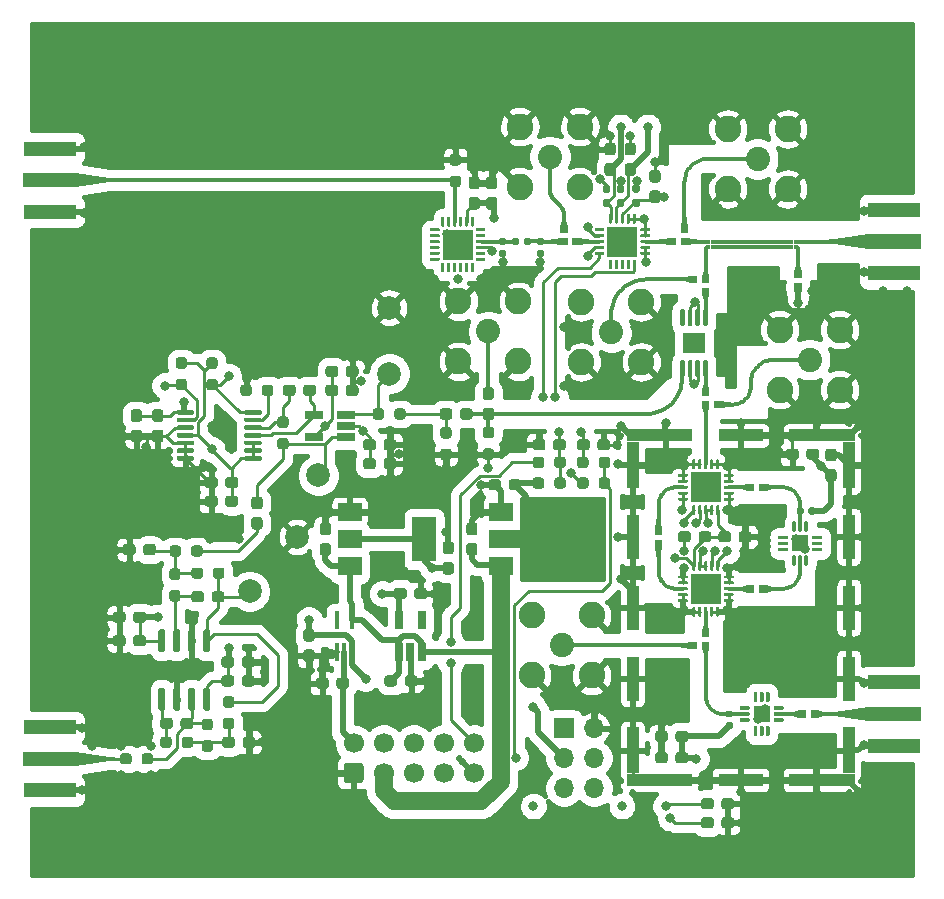
<source format=gtl>
G04 #@! TF.GenerationSoftware,KiCad,Pcbnew,5.1.9*
G04 #@! TF.CreationDate,2021-04-28T13:54:20+02:00*
G04 #@! TF.ProjectId,Radar,52616461-722e-46b6-9963-61645f706362,rev?*
G04 #@! TF.SameCoordinates,Original*
G04 #@! TF.FileFunction,Copper,L1,Top*
G04 #@! TF.FilePolarity,Positive*
%FSLAX46Y46*%
G04 Gerber Fmt 4.6, Leading zero omitted, Abs format (unit mm)*
G04 Created by KiCad (PCBNEW 5.1.9) date 2021-04-28 13:54:20*
%MOMM*%
%LPD*%
G01*
G04 APERTURE LIST*
G04 #@! TA.AperFunction,SMDPad,CuDef*
%ADD10R,4.500000X1.300000*%
G04 #@! TD*
G04 #@! TA.AperFunction,SMDPad,CuDef*
%ADD11R,4.500000X1.200000*%
G04 #@! TD*
G04 #@! TA.AperFunction,SMDPad,CuDef*
%ADD12C,0.100000*%
G04 #@! TD*
G04 #@! TA.AperFunction,SMDPad,CuDef*
%ADD13R,2.000000X1.500000*%
G04 #@! TD*
G04 #@! TA.AperFunction,SMDPad,CuDef*
%ADD14R,2.000000X3.800000*%
G04 #@! TD*
G04 #@! TA.AperFunction,SMDPad,CuDef*
%ADD15R,0.630000X0.630000*%
G04 #@! TD*
G04 #@! TA.AperFunction,SMDPad,CuDef*
%ADD16R,0.349374X0.349374*%
G04 #@! TD*
G04 #@! TA.AperFunction,ComponentPad*
%ADD17O,1.700000X1.700000*%
G04 #@! TD*
G04 #@! TA.AperFunction,ComponentPad*
%ADD18R,1.700000X1.700000*%
G04 #@! TD*
G04 #@! TA.AperFunction,SMDPad,CuDef*
%ADD19C,2.000000*%
G04 #@! TD*
G04 #@! TA.AperFunction,SMDPad,CuDef*
%ADD20R,4.550000X1.000000*%
G04 #@! TD*
G04 #@! TA.AperFunction,SMDPad,CuDef*
%ADD21R,3.800000X1.000000*%
G04 #@! TD*
G04 #@! TA.AperFunction,SMDPad,CuDef*
%ADD22R,1.000000X3.980000*%
G04 #@! TD*
G04 #@! TA.AperFunction,SMDPad,CuDef*
%ADD23R,1.000000X3.800000*%
G04 #@! TD*
G04 #@! TA.AperFunction,SMDPad,CuDef*
%ADD24R,1.000000X1.000000*%
G04 #@! TD*
G04 #@! TA.AperFunction,ComponentPad*
%ADD25C,2.250000*%
G04 #@! TD*
G04 #@! TA.AperFunction,ComponentPad*
%ADD26C,2.050000*%
G04 #@! TD*
G04 #@! TA.AperFunction,ComponentPad*
%ADD27C,1.700000*%
G04 #@! TD*
G04 #@! TA.AperFunction,SMDPad,CuDef*
%ADD28R,0.350000X0.350000*%
G04 #@! TD*
G04 #@! TA.AperFunction,SMDPad,CuDef*
%ADD29R,7.050000X0.350000*%
G04 #@! TD*
G04 #@! TA.AperFunction,SMDPad,CuDef*
%ADD30R,2.500000X2.500000*%
G04 #@! TD*
G04 #@! TA.AperFunction,SMDPad,CuDef*
%ADD31R,2.600000X2.600000*%
G04 #@! TD*
G04 #@! TA.AperFunction,SMDPad,CuDef*
%ADD32R,0.650000X1.560000*%
G04 #@! TD*
G04 #@! TA.AperFunction,SMDPad,CuDef*
%ADD33R,0.400000X1.500000*%
G04 #@! TD*
G04 #@! TA.AperFunction,SMDPad,CuDef*
%ADD34R,1.850000X1.730000*%
G04 #@! TD*
G04 #@! TA.AperFunction,SMDPad,CuDef*
%ADD35R,1.450000X1.450000*%
G04 #@! TD*
G04 #@! TA.AperFunction,SMDPad,CuDef*
%ADD36R,1.560000X0.650000*%
G04 #@! TD*
G04 #@! TA.AperFunction,ViaPad*
%ADD37C,0.800000*%
G04 #@! TD*
G04 #@! TA.AperFunction,Conductor*
%ADD38C,0.349374*%
G04 #@! TD*
G04 #@! TA.AperFunction,Conductor*
%ADD39C,0.250000*%
G04 #@! TD*
G04 #@! TA.AperFunction,Conductor*
%ADD40C,0.500000*%
G04 #@! TD*
G04 #@! TA.AperFunction,Conductor*
%ADD41C,1.500000*%
G04 #@! TD*
G04 #@! TA.AperFunction,Conductor*
%ADD42C,0.254000*%
G04 #@! TD*
G04 #@! TA.AperFunction,Conductor*
%ADD43C,0.100000*%
G04 #@! TD*
G04 #@! TA.AperFunction,Conductor*
%ADD44C,0.400000*%
G04 #@! TD*
G04 APERTURE END LIST*
G04 #@! TA.AperFunction,SMDPad,CuDef*
G36*
G01*
X154960000Y-40692500D02*
X154640000Y-40692500D01*
G75*
G02*
X154480000Y-40532500I0J160000D01*
G01*
X154480000Y-40137500D01*
G75*
G02*
X154640000Y-39977500I160000J0D01*
G01*
X154960000Y-39977500D01*
G75*
G02*
X155120000Y-40137500I0J-160000D01*
G01*
X155120000Y-40532500D01*
G75*
G02*
X154960000Y-40692500I-160000J0D01*
G01*
G37*
G04 #@! TD.AperFunction*
G04 #@! TA.AperFunction,SMDPad,CuDef*
G36*
G01*
X154960000Y-41887500D02*
X154640000Y-41887500D01*
G75*
G02*
X154480000Y-41727500I0J160000D01*
G01*
X154480000Y-41332500D01*
G75*
G02*
X154640000Y-41172500I160000J0D01*
G01*
X154960000Y-41172500D01*
G75*
G02*
X155120000Y-41332500I0J-160000D01*
G01*
X155120000Y-41727500D01*
G75*
G02*
X154960000Y-41887500I-160000J0D01*
G01*
G37*
G04 #@! TD.AperFunction*
G04 #@! TA.AperFunction,SMDPad,CuDef*
G36*
G01*
X156260000Y-40692500D02*
X155940000Y-40692500D01*
G75*
G02*
X155780000Y-40532500I0J160000D01*
G01*
X155780000Y-40137500D01*
G75*
G02*
X155940000Y-39977500I160000J0D01*
G01*
X156260000Y-39977500D01*
G75*
G02*
X156420000Y-40137500I0J-160000D01*
G01*
X156420000Y-40532500D01*
G75*
G02*
X156260000Y-40692500I-160000J0D01*
G01*
G37*
G04 #@! TD.AperFunction*
G04 #@! TA.AperFunction,SMDPad,CuDef*
G36*
G01*
X156260000Y-41887500D02*
X155940000Y-41887500D01*
G75*
G02*
X155780000Y-41727500I0J160000D01*
G01*
X155780000Y-41332500D01*
G75*
G02*
X155940000Y-41172500I160000J0D01*
G01*
X156260000Y-41172500D01*
G75*
G02*
X156420000Y-41332500I0J-160000D01*
G01*
X156420000Y-41727500D01*
G75*
G02*
X156260000Y-41887500I-160000J0D01*
G01*
G37*
G04 #@! TD.AperFunction*
G04 #@! TA.AperFunction,SMDPad,CuDef*
G36*
G01*
X153760000Y-40692500D02*
X153440000Y-40692500D01*
G75*
G02*
X153280000Y-40532500I0J160000D01*
G01*
X153280000Y-40137500D01*
G75*
G02*
X153440000Y-39977500I160000J0D01*
G01*
X153760000Y-39977500D01*
G75*
G02*
X153920000Y-40137500I0J-160000D01*
G01*
X153920000Y-40532500D01*
G75*
G02*
X153760000Y-40692500I-160000J0D01*
G01*
G37*
G04 #@! TD.AperFunction*
G04 #@! TA.AperFunction,SMDPad,CuDef*
G36*
G01*
X153760000Y-41887500D02*
X153440000Y-41887500D01*
G75*
G02*
X153280000Y-41727500I0J160000D01*
G01*
X153280000Y-41332500D01*
G75*
G02*
X153440000Y-41172500I160000J0D01*
G01*
X153760000Y-41172500D01*
G75*
G02*
X153920000Y-41332500I0J-160000D01*
G01*
X153920000Y-41727500D01*
G75*
G02*
X153760000Y-41887500I-160000J0D01*
G01*
G37*
G04 #@! TD.AperFunction*
D10*
X177950000Y-82125000D03*
X177950000Y-87475000D03*
D11*
X177950000Y-84800000D03*
G04 #@! TA.AperFunction,SMDPad,CuDef*
D12*
G36*
X180200000Y-85400000D02*
G01*
X175700000Y-85400000D01*
X172950000Y-84974687D01*
X172450000Y-84974687D01*
X172450000Y-84625313D01*
X172950000Y-84625313D01*
X175700000Y-84200000D01*
X180200000Y-84200000D01*
X180200000Y-85400000D01*
G37*
G04 #@! TD.AperFunction*
D10*
X106450000Y-91275000D03*
X106450000Y-85925000D03*
D11*
X106450000Y-88600000D03*
G04 #@! TA.AperFunction,SMDPad,CuDef*
D12*
G36*
X104200000Y-88000000D02*
G01*
X108700000Y-88000000D01*
X111450000Y-88425313D01*
X111950000Y-88425313D01*
X111950000Y-88774687D01*
X111450000Y-88774687D01*
X108700000Y-89200000D01*
X104200000Y-89200000D01*
X104200000Y-88000000D01*
G37*
G04 #@! TD.AperFunction*
D10*
X177950000Y-42125000D03*
X177950000Y-47475000D03*
D11*
X177950000Y-44800000D03*
G04 #@! TA.AperFunction,SMDPad,CuDef*
D12*
G36*
X180200000Y-45400000D02*
G01*
X175700000Y-45400000D01*
X172950000Y-44974687D01*
X172450000Y-44974687D01*
X172450000Y-44625313D01*
X172950000Y-44625313D01*
X175700000Y-44200000D01*
X180200000Y-44200000D01*
X180200000Y-45400000D01*
G37*
G04 #@! TD.AperFunction*
D10*
X106450000Y-42275000D03*
X106450000Y-36925000D03*
D11*
X106450000Y-39600000D03*
G04 #@! TA.AperFunction,SMDPad,CuDef*
D12*
G36*
X104200000Y-39000000D02*
G01*
X108700000Y-39000000D01*
X111450000Y-39425313D01*
X111950000Y-39425313D01*
X111950000Y-39774687D01*
X111450000Y-39774687D01*
X108700000Y-40200000D01*
X104200000Y-40200000D01*
X104200000Y-39000000D01*
G37*
G04 #@! TD.AperFunction*
D13*
X131850000Y-67700000D03*
X131850000Y-72300000D03*
X131850000Y-70000000D03*
D14*
X138150000Y-70000000D03*
G04 #@! TA.AperFunction,SMDPad,CuDef*
G36*
G01*
X170525000Y-63037500D02*
X170525000Y-62562500D01*
G75*
G02*
X170762500Y-62325000I237500J0D01*
G01*
X171362500Y-62325000D01*
G75*
G02*
X171600000Y-62562500I0J-237500D01*
G01*
X171600000Y-63037500D01*
G75*
G02*
X171362500Y-63275000I-237500J0D01*
G01*
X170762500Y-63275000D01*
G75*
G02*
X170525000Y-63037500I0J237500D01*
G01*
G37*
G04 #@! TD.AperFunction*
G04 #@! TA.AperFunction,SMDPad,CuDef*
G36*
G01*
X168800000Y-63037500D02*
X168800000Y-62562500D01*
G75*
G02*
X169037500Y-62325000I237500J0D01*
G01*
X169637500Y-62325000D01*
G75*
G02*
X169875000Y-62562500I0J-237500D01*
G01*
X169875000Y-63037500D01*
G75*
G02*
X169637500Y-63275000I-237500J0D01*
G01*
X169037500Y-63275000D01*
G75*
G02*
X168800000Y-63037500I0J237500D01*
G01*
G37*
G04 #@! TD.AperFunction*
D15*
X150000000Y-43770000D03*
D16*
X150000000Y-42855000D03*
G04 #@! TA.AperFunction,SMDPad,CuDef*
D12*
G36*
X149685000Y-44085000D02*
G01*
X149685000Y-43455000D01*
X149825313Y-43029687D01*
X149825313Y-42680313D01*
X150174687Y-42680313D01*
X150174687Y-43029687D01*
X150315000Y-43455000D01*
X150315000Y-44085000D01*
X149685000Y-44085000D01*
G37*
G04 #@! TD.AperFunction*
G04 #@! TA.AperFunction,SMDPad,CuDef*
G36*
X150315000Y-45115000D02*
G01*
X149685000Y-45115000D01*
X149259687Y-44974687D01*
X148910313Y-44974687D01*
X148910313Y-44625313D01*
X149259687Y-44625313D01*
X149685000Y-44485000D01*
X150315000Y-44485000D01*
X150315000Y-45115000D01*
G37*
G04 #@! TD.AperFunction*
D16*
X149085000Y-44800000D03*
X151945000Y-44800000D03*
G04 #@! TA.AperFunction,SMDPad,CuDef*
D12*
G36*
X150715000Y-44485000D02*
G01*
X151345000Y-44485000D01*
X151770313Y-44625313D01*
X152119687Y-44625313D01*
X152119687Y-44974687D01*
X151770313Y-44974687D01*
X151345000Y-45115000D01*
X150715000Y-45115000D01*
X150715000Y-44485000D01*
G37*
G04 #@! TD.AperFunction*
D15*
X150000000Y-44800000D03*
X151030000Y-44800000D03*
G04 #@! TA.AperFunction,SMDPad,CuDef*
G36*
G01*
X121837500Y-84262500D02*
X121362500Y-84262500D01*
G75*
G02*
X121125000Y-84025000I0J237500D01*
G01*
X121125000Y-83525000D01*
G75*
G02*
X121362500Y-83287500I237500J0D01*
G01*
X121837500Y-83287500D01*
G75*
G02*
X122075000Y-83525000I0J-237500D01*
G01*
X122075000Y-84025000D01*
G75*
G02*
X121837500Y-84262500I-237500J0D01*
G01*
G37*
G04 #@! TD.AperFunction*
G04 #@! TA.AperFunction,SMDPad,CuDef*
G36*
G01*
X121837500Y-86087500D02*
X121362500Y-86087500D01*
G75*
G02*
X121125000Y-85850000I0J237500D01*
G01*
X121125000Y-85350000D01*
G75*
G02*
X121362500Y-85112500I237500J0D01*
G01*
X121837500Y-85112500D01*
G75*
G02*
X122075000Y-85350000I0J-237500D01*
G01*
X122075000Y-85850000D01*
G75*
G02*
X121837500Y-86087500I-237500J0D01*
G01*
G37*
G04 #@! TD.AperFunction*
G04 #@! TA.AperFunction,SMDPad,CuDef*
G36*
G01*
X119605000Y-82575000D02*
X119905000Y-82575000D01*
G75*
G02*
X120055000Y-82725000I0J-150000D01*
G01*
X120055000Y-84375000D01*
G75*
G02*
X119905000Y-84525000I-150000J0D01*
G01*
X119605000Y-84525000D01*
G75*
G02*
X119455000Y-84375000I0J150000D01*
G01*
X119455000Y-82725000D01*
G75*
G02*
X119605000Y-82575000I150000J0D01*
G01*
G37*
G04 #@! TD.AperFunction*
G04 #@! TA.AperFunction,SMDPad,CuDef*
G36*
G01*
X118335000Y-82575000D02*
X118635000Y-82575000D01*
G75*
G02*
X118785000Y-82725000I0J-150000D01*
G01*
X118785000Y-84375000D01*
G75*
G02*
X118635000Y-84525000I-150000J0D01*
G01*
X118335000Y-84525000D01*
G75*
G02*
X118185000Y-84375000I0J150000D01*
G01*
X118185000Y-82725000D01*
G75*
G02*
X118335000Y-82575000I150000J0D01*
G01*
G37*
G04 #@! TD.AperFunction*
G04 #@! TA.AperFunction,SMDPad,CuDef*
G36*
G01*
X117065000Y-82575000D02*
X117365000Y-82575000D01*
G75*
G02*
X117515000Y-82725000I0J-150000D01*
G01*
X117515000Y-84375000D01*
G75*
G02*
X117365000Y-84525000I-150000J0D01*
G01*
X117065000Y-84525000D01*
G75*
G02*
X116915000Y-84375000I0J150000D01*
G01*
X116915000Y-82725000D01*
G75*
G02*
X117065000Y-82575000I150000J0D01*
G01*
G37*
G04 #@! TD.AperFunction*
G04 #@! TA.AperFunction,SMDPad,CuDef*
G36*
G01*
X115795000Y-82575000D02*
X116095000Y-82575000D01*
G75*
G02*
X116245000Y-82725000I0J-150000D01*
G01*
X116245000Y-84375000D01*
G75*
G02*
X116095000Y-84525000I-150000J0D01*
G01*
X115795000Y-84525000D01*
G75*
G02*
X115645000Y-84375000I0J150000D01*
G01*
X115645000Y-82725000D01*
G75*
G02*
X115795000Y-82575000I150000J0D01*
G01*
G37*
G04 #@! TD.AperFunction*
G04 #@! TA.AperFunction,SMDPad,CuDef*
G36*
G01*
X115795000Y-77625000D02*
X116095000Y-77625000D01*
G75*
G02*
X116245000Y-77775000I0J-150000D01*
G01*
X116245000Y-79425000D01*
G75*
G02*
X116095000Y-79575000I-150000J0D01*
G01*
X115795000Y-79575000D01*
G75*
G02*
X115645000Y-79425000I0J150000D01*
G01*
X115645000Y-77775000D01*
G75*
G02*
X115795000Y-77625000I150000J0D01*
G01*
G37*
G04 #@! TD.AperFunction*
G04 #@! TA.AperFunction,SMDPad,CuDef*
G36*
G01*
X117065000Y-77625000D02*
X117365000Y-77625000D01*
G75*
G02*
X117515000Y-77775000I0J-150000D01*
G01*
X117515000Y-79425000D01*
G75*
G02*
X117365000Y-79575000I-150000J0D01*
G01*
X117065000Y-79575000D01*
G75*
G02*
X116915000Y-79425000I0J150000D01*
G01*
X116915000Y-77775000D01*
G75*
G02*
X117065000Y-77625000I150000J0D01*
G01*
G37*
G04 #@! TD.AperFunction*
G04 #@! TA.AperFunction,SMDPad,CuDef*
G36*
G01*
X118335000Y-77625000D02*
X118635000Y-77625000D01*
G75*
G02*
X118785000Y-77775000I0J-150000D01*
G01*
X118785000Y-79425000D01*
G75*
G02*
X118635000Y-79575000I-150000J0D01*
G01*
X118335000Y-79575000D01*
G75*
G02*
X118185000Y-79425000I0J150000D01*
G01*
X118185000Y-77775000D01*
G75*
G02*
X118335000Y-77625000I150000J0D01*
G01*
G37*
G04 #@! TD.AperFunction*
G04 #@! TA.AperFunction,SMDPad,CuDef*
G36*
G01*
X119605000Y-77625000D02*
X119905000Y-77625000D01*
G75*
G02*
X120055000Y-77775000I0J-150000D01*
G01*
X120055000Y-79425000D01*
G75*
G02*
X119905000Y-79575000I-150000J0D01*
G01*
X119605000Y-79575000D01*
G75*
G02*
X119455000Y-79425000I0J150000D01*
G01*
X119455000Y-77775000D01*
G75*
G02*
X119605000Y-77625000I150000J0D01*
G01*
G37*
G04 #@! TD.AperFunction*
D17*
X152540000Y-91080000D03*
X150000000Y-91080000D03*
X152540000Y-88540000D03*
X150000000Y-88540000D03*
X152540000Y-86000000D03*
D18*
X150000000Y-86000000D03*
D19*
X123400000Y-74400000D03*
D15*
X160970000Y-79000000D03*
D16*
X160055000Y-79000000D03*
G04 #@! TA.AperFunction,SMDPad,CuDef*
D12*
G36*
X161285000Y-79315000D02*
G01*
X160655000Y-79315000D01*
X160229687Y-79174687D01*
X159880313Y-79174687D01*
X159880313Y-78825313D01*
X160229687Y-78825313D01*
X160655000Y-78685000D01*
X161285000Y-78685000D01*
X161285000Y-79315000D01*
G37*
G04 #@! TD.AperFunction*
G04 #@! TA.AperFunction,SMDPad,CuDef*
G36*
X162315000Y-78685000D02*
G01*
X162315000Y-79315000D01*
X162174687Y-79740313D01*
X162174687Y-80089687D01*
X161825313Y-80089687D01*
X161825313Y-79740313D01*
X161685000Y-79315000D01*
X161685000Y-78685000D01*
X162315000Y-78685000D01*
G37*
G04 #@! TD.AperFunction*
D16*
X162000000Y-79915000D03*
X162000000Y-77055000D03*
G04 #@! TA.AperFunction,SMDPad,CuDef*
D12*
G36*
X161685000Y-78285000D02*
G01*
X161685000Y-77655000D01*
X161825313Y-77229687D01*
X161825313Y-76880313D01*
X162174687Y-76880313D01*
X162174687Y-77229687D01*
X162315000Y-77655000D01*
X162315000Y-78285000D01*
X161685000Y-78285000D01*
G37*
G04 #@! TD.AperFunction*
D15*
X162000000Y-79000000D03*
X162000000Y-77970000D03*
G04 #@! TA.AperFunction,SMDPad,CuDef*
G36*
G01*
X172362500Y-64062500D02*
X172837500Y-64062500D01*
G75*
G02*
X173075000Y-64300000I0J-237500D01*
G01*
X173075000Y-64900000D01*
G75*
G02*
X172837500Y-65137500I-237500J0D01*
G01*
X172362500Y-65137500D01*
G75*
G02*
X172125000Y-64900000I0J237500D01*
G01*
X172125000Y-64300000D01*
G75*
G02*
X172362500Y-64062500I237500J0D01*
G01*
G37*
G04 #@! TD.AperFunction*
G04 #@! TA.AperFunction,SMDPad,CuDef*
G36*
G01*
X172362500Y-62337500D02*
X172837500Y-62337500D01*
G75*
G02*
X173075000Y-62575000I0J-237500D01*
G01*
X173075000Y-63175000D01*
G75*
G02*
X172837500Y-63412500I-237500J0D01*
G01*
X172362500Y-63412500D01*
G75*
G02*
X172125000Y-63175000I0J237500D01*
G01*
X172125000Y-62575000D01*
G75*
G02*
X172362500Y-62337500I237500J0D01*
G01*
G37*
G04 #@! TD.AperFunction*
D20*
X171325000Y-61220000D03*
X171325000Y-90380000D03*
D21*
X164950000Y-61220000D03*
X164950000Y-90380000D03*
D20*
X158575000Y-61220000D03*
X158575000Y-90380000D03*
D22*
X174100000Y-63710000D03*
X155800000Y-63710000D03*
D23*
X174100000Y-69800000D03*
X155800000Y-69800000D03*
X174100000Y-75800000D03*
X155800000Y-75800000D03*
X174100000Y-81800000D03*
X155800000Y-81800000D03*
D22*
X174100000Y-87890000D03*
X155800000Y-87890000D03*
D24*
X174100000Y-90380000D03*
X174100000Y-61220000D03*
X155800000Y-61220000D03*
X155800000Y-90380000D03*
D15*
X158000000Y-69370000D03*
X158000000Y-70400000D03*
G04 #@! TA.AperFunction,SMDPad,CuDef*
D12*
G36*
X157825313Y-68629687D02*
G01*
X157825313Y-68280313D01*
X158174687Y-68280313D01*
X158174687Y-68629687D01*
X158315000Y-69055000D01*
X158315000Y-69685000D01*
X157685000Y-69685000D01*
X157685000Y-69055000D01*
X157825313Y-68629687D01*
G37*
G04 #@! TD.AperFunction*
D16*
X158000000Y-68455000D03*
X158000000Y-71315000D03*
G04 #@! TA.AperFunction,SMDPad,CuDef*
D12*
G36*
X158174687Y-71140313D02*
G01*
X158174687Y-71489687D01*
X157825313Y-71489687D01*
X157825313Y-71140313D01*
X157685000Y-70715000D01*
X157685000Y-70085000D01*
X158315000Y-70085000D01*
X158315000Y-70715000D01*
X158174687Y-71140313D01*
G37*
G04 #@! TD.AperFunction*
D15*
X166830000Y-74200000D03*
X165800000Y-74200000D03*
G04 #@! TA.AperFunction,SMDPad,CuDef*
D12*
G36*
X167570313Y-74025313D02*
G01*
X167919687Y-74025313D01*
X167919687Y-74374687D01*
X167570313Y-74374687D01*
X167145000Y-74515000D01*
X166515000Y-74515000D01*
X166515000Y-73885000D01*
X167145000Y-73885000D01*
X167570313Y-74025313D01*
G37*
G04 #@! TD.AperFunction*
D16*
X167745000Y-74200000D03*
X164885000Y-74200000D03*
G04 #@! TA.AperFunction,SMDPad,CuDef*
D12*
G36*
X165059687Y-74374687D02*
G01*
X164710313Y-74374687D01*
X164710313Y-74025313D01*
X165059687Y-74025313D01*
X165485000Y-73885000D01*
X166115000Y-73885000D01*
X166115000Y-74515000D01*
X165485000Y-74515000D01*
X165059687Y-74374687D01*
G37*
G04 #@! TD.AperFunction*
D13*
X144650000Y-67700000D03*
X144650000Y-72300000D03*
X144650000Y-70000000D03*
D14*
X150950000Y-70000000D03*
D25*
X163860000Y-35260000D03*
X168940000Y-35260000D03*
X168940000Y-40340000D03*
X163860000Y-40340000D03*
D26*
X166400000Y-37800000D03*
D25*
X151340000Y-40140000D03*
X146260000Y-40140000D03*
X146260000Y-35060000D03*
X151340000Y-35060000D03*
D26*
X148800000Y-37600000D03*
D25*
X151460000Y-54990000D03*
X151460000Y-49910000D03*
X156540000Y-49910000D03*
X156540000Y-54990000D03*
D26*
X154000000Y-52450000D03*
D25*
X173340000Y-52260000D03*
X173340000Y-57340000D03*
X168260000Y-57340000D03*
X168260000Y-52260000D03*
D26*
X170800000Y-54800000D03*
D25*
X152340000Y-81540000D03*
X147260000Y-81540000D03*
X147260000Y-76460000D03*
X152340000Y-76460000D03*
D26*
X149800000Y-79000000D03*
D25*
X146140000Y-49870000D03*
X146140000Y-54950000D03*
X141060000Y-54950000D03*
X141060000Y-49870000D03*
D26*
X143600000Y-52410000D03*
D27*
X142340000Y-87260000D03*
X139800000Y-87260000D03*
X137260000Y-87260000D03*
X134720000Y-87260000D03*
X132180000Y-87260000D03*
X142340000Y-89800000D03*
X139800000Y-89800000D03*
X137260000Y-89800000D03*
X134720000Y-89800000D03*
G04 #@! TA.AperFunction,ComponentPad*
G36*
G01*
X132780000Y-90650000D02*
X131580000Y-90650000D01*
G75*
G02*
X131330000Y-90400000I0J250000D01*
G01*
X131330000Y-89200000D01*
G75*
G02*
X131580000Y-88950000I250000J0D01*
G01*
X132780000Y-88950000D01*
G75*
G02*
X133030000Y-89200000I0J-250000D01*
G01*
X133030000Y-90400000D01*
G75*
G02*
X132780000Y-90650000I-250000J0D01*
G01*
G37*
G04 #@! TD.AperFunction*
D15*
X169800000Y-47600000D03*
X169800000Y-48630000D03*
G04 #@! TA.AperFunction,SMDPad,CuDef*
D12*
G36*
X169625313Y-46859687D02*
G01*
X169625313Y-46510313D01*
X169974687Y-46510313D01*
X169974687Y-46859687D01*
X170115000Y-47285000D01*
X170115000Y-47915000D01*
X169485000Y-47915000D01*
X169485000Y-47285000D01*
X169625313Y-46859687D01*
G37*
G04 #@! TD.AperFunction*
D16*
X169800000Y-46685000D03*
X169800000Y-49545000D03*
G04 #@! TA.AperFunction,SMDPad,CuDef*
D12*
G36*
X169974687Y-49370313D02*
G01*
X169974687Y-49719687D01*
X169625313Y-49719687D01*
X169625313Y-49370313D01*
X169485000Y-48945000D01*
X169485000Y-48315000D01*
X170115000Y-48315000D01*
X170115000Y-48945000D01*
X169974687Y-49370313D01*
G37*
G04 #@! TD.AperFunction*
D15*
X160200000Y-43770000D03*
D16*
X160200000Y-42855000D03*
G04 #@! TA.AperFunction,SMDPad,CuDef*
D12*
G36*
X160025313Y-43029687D02*
G01*
X160025313Y-42680313D01*
X160374687Y-42680313D01*
X160374687Y-43029687D01*
X160515000Y-43455000D01*
X160515000Y-44085000D01*
X159885000Y-44085000D01*
X159885000Y-43455000D01*
X160025313Y-43029687D01*
G37*
G04 #@! TD.AperFunction*
G04 #@! TA.AperFunction,SMDPad,CuDef*
G36*
X160940313Y-44625313D02*
G01*
X161289687Y-44625313D01*
X161289687Y-44974687D01*
X160940313Y-44974687D01*
X160515000Y-45115000D01*
X159885000Y-45115000D01*
X159885000Y-44485000D01*
X160515000Y-44485000D01*
X160940313Y-44625313D01*
G37*
G04 #@! TD.AperFunction*
D16*
X161115000Y-44800000D03*
X158255000Y-44800000D03*
G04 #@! TA.AperFunction,SMDPad,CuDef*
D12*
G36*
X158429687Y-44974687D02*
G01*
X158080313Y-44974687D01*
X158080313Y-44625313D01*
X158429687Y-44625313D01*
X158855000Y-44485000D01*
X159485000Y-44485000D01*
X159485000Y-45115000D01*
X158855000Y-45115000D01*
X158429687Y-44974687D01*
G37*
G04 #@! TD.AperFunction*
D15*
X160200000Y-44800000D03*
X159170000Y-44800000D03*
X160970000Y-48000000D03*
D16*
X160055000Y-48000000D03*
G04 #@! TA.AperFunction,SMDPad,CuDef*
D12*
G36*
X160229687Y-48174687D02*
G01*
X159880313Y-48174687D01*
X159880313Y-47825313D01*
X160229687Y-47825313D01*
X160655000Y-47685000D01*
X161285000Y-47685000D01*
X161285000Y-48315000D01*
X160655000Y-48315000D01*
X160229687Y-48174687D01*
G37*
G04 #@! TD.AperFunction*
G04 #@! TA.AperFunction,SMDPad,CuDef*
G36*
X161825313Y-47259687D02*
G01*
X161825313Y-46910313D01*
X162174687Y-46910313D01*
X162174687Y-47259687D01*
X162315000Y-47685000D01*
X162315000Y-48315000D01*
X161685000Y-48315000D01*
X161685000Y-47685000D01*
X161825313Y-47259687D01*
G37*
G04 #@! TD.AperFunction*
D16*
X162000000Y-47085000D03*
X162000000Y-49945000D03*
G04 #@! TA.AperFunction,SMDPad,CuDef*
D12*
G36*
X162174687Y-49770313D02*
G01*
X162174687Y-50119687D01*
X161825313Y-50119687D01*
X161825313Y-49770313D01*
X161685000Y-49345000D01*
X161685000Y-48715000D01*
X162315000Y-48715000D01*
X162315000Y-49345000D01*
X162174687Y-49770313D01*
G37*
G04 #@! TD.AperFunction*
D15*
X162000000Y-48000000D03*
X162000000Y-49030000D03*
X163030000Y-58600000D03*
D16*
X163945000Y-58600000D03*
G04 #@! TA.AperFunction,SMDPad,CuDef*
D12*
G36*
X163770313Y-58425313D02*
G01*
X164119687Y-58425313D01*
X164119687Y-58774687D01*
X163770313Y-58774687D01*
X163345000Y-58915000D01*
X162715000Y-58915000D01*
X162715000Y-58285000D01*
X163345000Y-58285000D01*
X163770313Y-58425313D01*
G37*
G04 #@! TD.AperFunction*
G04 #@! TA.AperFunction,SMDPad,CuDef*
G36*
X162174687Y-59340313D02*
G01*
X162174687Y-59689687D01*
X161825313Y-59689687D01*
X161825313Y-59340313D01*
X161685000Y-58915000D01*
X161685000Y-58285000D01*
X162315000Y-58285000D01*
X162315000Y-58915000D01*
X162174687Y-59340313D01*
G37*
G04 #@! TD.AperFunction*
D16*
X162000000Y-59515000D03*
X162000000Y-56655000D03*
G04 #@! TA.AperFunction,SMDPad,CuDef*
D12*
G36*
X161825313Y-56829687D02*
G01*
X161825313Y-56480313D01*
X162174687Y-56480313D01*
X162174687Y-56829687D01*
X162315000Y-57255000D01*
X162315000Y-57885000D01*
X161685000Y-57885000D01*
X161685000Y-57255000D01*
X161825313Y-56829687D01*
G37*
G04 #@! TD.AperFunction*
D15*
X162000000Y-58600000D03*
X162000000Y-57570000D03*
X165800000Y-65600000D03*
X166830000Y-65600000D03*
G04 #@! TA.AperFunction,SMDPad,CuDef*
D12*
G36*
X165059687Y-65774687D02*
G01*
X164710313Y-65774687D01*
X164710313Y-65425313D01*
X165059687Y-65425313D01*
X165485000Y-65285000D01*
X166115000Y-65285000D01*
X166115000Y-65915000D01*
X165485000Y-65915000D01*
X165059687Y-65774687D01*
G37*
G04 #@! TD.AperFunction*
D16*
X164885000Y-65600000D03*
X167745000Y-65600000D03*
G04 #@! TA.AperFunction,SMDPad,CuDef*
D12*
G36*
X167570313Y-65425313D02*
G01*
X167919687Y-65425313D01*
X167919687Y-65774687D01*
X167570313Y-65774687D01*
X167145000Y-65915000D01*
X166515000Y-65915000D01*
X166515000Y-65285000D01*
X167145000Y-65285000D01*
X167570313Y-65425313D01*
G37*
G04 #@! TD.AperFunction*
G04 #@! TA.AperFunction,SMDPad,CuDef*
G36*
X171940313Y-84625313D02*
G01*
X172289687Y-84625313D01*
X172289687Y-84974687D01*
X171940313Y-84974687D01*
X171515000Y-85115000D01*
X170885000Y-85115000D01*
X170885000Y-84485000D01*
X171515000Y-84485000D01*
X171940313Y-84625313D01*
G37*
G04 #@! TD.AperFunction*
D16*
X172115000Y-84800000D03*
X169255000Y-84800000D03*
G04 #@! TA.AperFunction,SMDPad,CuDef*
D12*
G36*
X169429687Y-84974687D02*
G01*
X169080313Y-84974687D01*
X169080313Y-84625313D01*
X169429687Y-84625313D01*
X169855000Y-84485000D01*
X170485000Y-84485000D01*
X170485000Y-85115000D01*
X169855000Y-85115000D01*
X169429687Y-84974687D01*
G37*
G04 #@! TD.AperFunction*
D15*
X171200000Y-84800000D03*
X170170000Y-84800000D03*
G04 #@! TA.AperFunction,SMDPad,CuDef*
G36*
G01*
X164787500Y-70037500D02*
X164787500Y-69562500D01*
G75*
G02*
X165025000Y-69325000I237500J0D01*
G01*
X165625000Y-69325000D01*
G75*
G02*
X165862500Y-69562500I0J-237500D01*
G01*
X165862500Y-70037500D01*
G75*
G02*
X165625000Y-70275000I-237500J0D01*
G01*
X165025000Y-70275000D01*
G75*
G02*
X164787500Y-70037500I0J237500D01*
G01*
G37*
G04 #@! TD.AperFunction*
G04 #@! TA.AperFunction,SMDPad,CuDef*
G36*
G01*
X163062500Y-70037500D02*
X163062500Y-69562500D01*
G75*
G02*
X163300000Y-69325000I237500J0D01*
G01*
X163900000Y-69325000D01*
G75*
G02*
X164137500Y-69562500I0J-237500D01*
G01*
X164137500Y-70037500D01*
G75*
G02*
X163900000Y-70275000I-237500J0D01*
G01*
X163300000Y-70275000D01*
G75*
G02*
X163062500Y-70037500I0J237500D01*
G01*
G37*
G04 #@! TD.AperFunction*
G04 #@! TA.AperFunction,SMDPad,CuDef*
G36*
G01*
X160737500Y-69562500D02*
X160737500Y-70037500D01*
G75*
G02*
X160500000Y-70275000I-237500J0D01*
G01*
X159900000Y-70275000D01*
G75*
G02*
X159662500Y-70037500I0J237500D01*
G01*
X159662500Y-69562500D01*
G75*
G02*
X159900000Y-69325000I237500J0D01*
G01*
X160500000Y-69325000D01*
G75*
G02*
X160737500Y-69562500I0J-237500D01*
G01*
G37*
G04 #@! TD.AperFunction*
G04 #@! TA.AperFunction,SMDPad,CuDef*
G36*
G01*
X162462500Y-69562500D02*
X162462500Y-70037500D01*
G75*
G02*
X162225000Y-70275000I-237500J0D01*
G01*
X161625000Y-70275000D01*
G75*
G02*
X161387500Y-70037500I0J237500D01*
G01*
X161387500Y-69562500D01*
G75*
G02*
X161625000Y-69325000I237500J0D01*
G01*
X162225000Y-69325000D01*
G75*
G02*
X162462500Y-69562500I0J-237500D01*
G01*
G37*
G04 #@! TD.AperFunction*
D28*
X169600000Y-45276000D03*
X162200000Y-45276000D03*
X169600000Y-44800000D03*
X162200000Y-44800000D03*
D29*
X165900000Y-45276000D03*
X165900000Y-44800000D03*
D30*
X154937500Y-44800000D03*
G04 #@! TA.AperFunction,SMDPad,CuDef*
G36*
G01*
X153812500Y-43212500D02*
X153812500Y-42512500D01*
G75*
G02*
X153875000Y-42450000I62500J0D01*
G01*
X154000000Y-42450000D01*
G75*
G02*
X154062500Y-42512500I0J-62500D01*
G01*
X154062500Y-43212500D01*
G75*
G02*
X154000000Y-43275000I-62500J0D01*
G01*
X153875000Y-43275000D01*
G75*
G02*
X153812500Y-43212500I0J62500D01*
G01*
G37*
G04 #@! TD.AperFunction*
G04 #@! TA.AperFunction,SMDPad,CuDef*
G36*
G01*
X154312500Y-43212500D02*
X154312500Y-42512500D01*
G75*
G02*
X154375000Y-42450000I62500J0D01*
G01*
X154500000Y-42450000D01*
G75*
G02*
X154562500Y-42512500I0J-62500D01*
G01*
X154562500Y-43212500D01*
G75*
G02*
X154500000Y-43275000I-62500J0D01*
G01*
X154375000Y-43275000D01*
G75*
G02*
X154312500Y-43212500I0J62500D01*
G01*
G37*
G04 #@! TD.AperFunction*
G04 #@! TA.AperFunction,SMDPad,CuDef*
G36*
G01*
X154812500Y-43212500D02*
X154812500Y-42512500D01*
G75*
G02*
X154875000Y-42450000I62500J0D01*
G01*
X155000000Y-42450000D01*
G75*
G02*
X155062500Y-42512500I0J-62500D01*
G01*
X155062500Y-43212500D01*
G75*
G02*
X155000000Y-43275000I-62500J0D01*
G01*
X154875000Y-43275000D01*
G75*
G02*
X154812500Y-43212500I0J62500D01*
G01*
G37*
G04 #@! TD.AperFunction*
G04 #@! TA.AperFunction,SMDPad,CuDef*
G36*
G01*
X155312500Y-43212500D02*
X155312500Y-42512500D01*
G75*
G02*
X155375000Y-42450000I62500J0D01*
G01*
X155500000Y-42450000D01*
G75*
G02*
X155562500Y-42512500I0J-62500D01*
G01*
X155562500Y-43212500D01*
G75*
G02*
X155500000Y-43275000I-62500J0D01*
G01*
X155375000Y-43275000D01*
G75*
G02*
X155312500Y-43212500I0J62500D01*
G01*
G37*
G04 #@! TD.AperFunction*
G04 #@! TA.AperFunction,SMDPad,CuDef*
G36*
G01*
X155812500Y-43212500D02*
X155812500Y-42512500D01*
G75*
G02*
X155875000Y-42450000I62500J0D01*
G01*
X156000000Y-42450000D01*
G75*
G02*
X156062500Y-42512500I0J-62500D01*
G01*
X156062500Y-43212500D01*
G75*
G02*
X156000000Y-43275000I-62500J0D01*
G01*
X155875000Y-43275000D01*
G75*
G02*
X155812500Y-43212500I0J62500D01*
G01*
G37*
G04 #@! TD.AperFunction*
G04 #@! TA.AperFunction,SMDPad,CuDef*
G36*
G01*
X156462500Y-43862500D02*
X156462500Y-43737500D01*
G75*
G02*
X156525000Y-43675000I62500J0D01*
G01*
X157225000Y-43675000D01*
G75*
G02*
X157287500Y-43737500I0J-62500D01*
G01*
X157287500Y-43862500D01*
G75*
G02*
X157225000Y-43925000I-62500J0D01*
G01*
X156525000Y-43925000D01*
G75*
G02*
X156462500Y-43862500I0J62500D01*
G01*
G37*
G04 #@! TD.AperFunction*
G04 #@! TA.AperFunction,SMDPad,CuDef*
G36*
G01*
X156462500Y-44362500D02*
X156462500Y-44237500D01*
G75*
G02*
X156525000Y-44175000I62500J0D01*
G01*
X157225000Y-44175000D01*
G75*
G02*
X157287500Y-44237500I0J-62500D01*
G01*
X157287500Y-44362500D01*
G75*
G02*
X157225000Y-44425000I-62500J0D01*
G01*
X156525000Y-44425000D01*
G75*
G02*
X156462500Y-44362500I0J62500D01*
G01*
G37*
G04 #@! TD.AperFunction*
G04 #@! TA.AperFunction,SMDPad,CuDef*
G36*
G01*
X156462500Y-44862500D02*
X156462500Y-44737500D01*
G75*
G02*
X156525000Y-44675000I62500J0D01*
G01*
X157225000Y-44675000D01*
G75*
G02*
X157287500Y-44737500I0J-62500D01*
G01*
X157287500Y-44862500D01*
G75*
G02*
X157225000Y-44925000I-62500J0D01*
G01*
X156525000Y-44925000D01*
G75*
G02*
X156462500Y-44862500I0J62500D01*
G01*
G37*
G04 #@! TD.AperFunction*
G04 #@! TA.AperFunction,SMDPad,CuDef*
G36*
G01*
X156462500Y-45362500D02*
X156462500Y-45237500D01*
G75*
G02*
X156525000Y-45175000I62500J0D01*
G01*
X157225000Y-45175000D01*
G75*
G02*
X157287500Y-45237500I0J-62500D01*
G01*
X157287500Y-45362500D01*
G75*
G02*
X157225000Y-45425000I-62500J0D01*
G01*
X156525000Y-45425000D01*
G75*
G02*
X156462500Y-45362500I0J62500D01*
G01*
G37*
G04 #@! TD.AperFunction*
G04 #@! TA.AperFunction,SMDPad,CuDef*
G36*
G01*
X156462500Y-45862500D02*
X156462500Y-45737500D01*
G75*
G02*
X156525000Y-45675000I62500J0D01*
G01*
X157225000Y-45675000D01*
G75*
G02*
X157287500Y-45737500I0J-62500D01*
G01*
X157287500Y-45862500D01*
G75*
G02*
X157225000Y-45925000I-62500J0D01*
G01*
X156525000Y-45925000D01*
G75*
G02*
X156462500Y-45862500I0J62500D01*
G01*
G37*
G04 #@! TD.AperFunction*
G04 #@! TA.AperFunction,SMDPad,CuDef*
G36*
G01*
X155812500Y-47087500D02*
X155812500Y-46387500D01*
G75*
G02*
X155875000Y-46325000I62500J0D01*
G01*
X156000000Y-46325000D01*
G75*
G02*
X156062500Y-46387500I0J-62500D01*
G01*
X156062500Y-47087500D01*
G75*
G02*
X156000000Y-47150000I-62500J0D01*
G01*
X155875000Y-47150000D01*
G75*
G02*
X155812500Y-47087500I0J62500D01*
G01*
G37*
G04 #@! TD.AperFunction*
G04 #@! TA.AperFunction,SMDPad,CuDef*
G36*
G01*
X155312500Y-47087500D02*
X155312500Y-46387500D01*
G75*
G02*
X155375000Y-46325000I62500J0D01*
G01*
X155500000Y-46325000D01*
G75*
G02*
X155562500Y-46387500I0J-62500D01*
G01*
X155562500Y-47087500D01*
G75*
G02*
X155500000Y-47150000I-62500J0D01*
G01*
X155375000Y-47150000D01*
G75*
G02*
X155312500Y-47087500I0J62500D01*
G01*
G37*
G04 #@! TD.AperFunction*
G04 #@! TA.AperFunction,SMDPad,CuDef*
G36*
G01*
X154812500Y-47087500D02*
X154812500Y-46387500D01*
G75*
G02*
X154875000Y-46325000I62500J0D01*
G01*
X155000000Y-46325000D01*
G75*
G02*
X155062500Y-46387500I0J-62500D01*
G01*
X155062500Y-47087500D01*
G75*
G02*
X155000000Y-47150000I-62500J0D01*
G01*
X154875000Y-47150000D01*
G75*
G02*
X154812500Y-47087500I0J62500D01*
G01*
G37*
G04 #@! TD.AperFunction*
G04 #@! TA.AperFunction,SMDPad,CuDef*
G36*
G01*
X154312500Y-47087500D02*
X154312500Y-46387500D01*
G75*
G02*
X154375000Y-46325000I62500J0D01*
G01*
X154500000Y-46325000D01*
G75*
G02*
X154562500Y-46387500I0J-62500D01*
G01*
X154562500Y-47087500D01*
G75*
G02*
X154500000Y-47150000I-62500J0D01*
G01*
X154375000Y-47150000D01*
G75*
G02*
X154312500Y-47087500I0J62500D01*
G01*
G37*
G04 #@! TD.AperFunction*
G04 #@! TA.AperFunction,SMDPad,CuDef*
G36*
G01*
X153812500Y-47087500D02*
X153812500Y-46387500D01*
G75*
G02*
X153875000Y-46325000I62500J0D01*
G01*
X154000000Y-46325000D01*
G75*
G02*
X154062500Y-46387500I0J-62500D01*
G01*
X154062500Y-47087500D01*
G75*
G02*
X154000000Y-47150000I-62500J0D01*
G01*
X153875000Y-47150000D01*
G75*
G02*
X153812500Y-47087500I0J62500D01*
G01*
G37*
G04 #@! TD.AperFunction*
G04 #@! TA.AperFunction,SMDPad,CuDef*
G36*
G01*
X152587500Y-45862500D02*
X152587500Y-45737500D01*
G75*
G02*
X152650000Y-45675000I62500J0D01*
G01*
X153350000Y-45675000D01*
G75*
G02*
X153412500Y-45737500I0J-62500D01*
G01*
X153412500Y-45862500D01*
G75*
G02*
X153350000Y-45925000I-62500J0D01*
G01*
X152650000Y-45925000D01*
G75*
G02*
X152587500Y-45862500I0J62500D01*
G01*
G37*
G04 #@! TD.AperFunction*
G04 #@! TA.AperFunction,SMDPad,CuDef*
G36*
G01*
X152587500Y-45362500D02*
X152587500Y-45237500D01*
G75*
G02*
X152650000Y-45175000I62500J0D01*
G01*
X153350000Y-45175000D01*
G75*
G02*
X153412500Y-45237500I0J-62500D01*
G01*
X153412500Y-45362500D01*
G75*
G02*
X153350000Y-45425000I-62500J0D01*
G01*
X152650000Y-45425000D01*
G75*
G02*
X152587500Y-45362500I0J62500D01*
G01*
G37*
G04 #@! TD.AperFunction*
G04 #@! TA.AperFunction,SMDPad,CuDef*
G36*
G01*
X152587500Y-44862500D02*
X152587500Y-44737500D01*
G75*
G02*
X152650000Y-44675000I62500J0D01*
G01*
X153350000Y-44675000D01*
G75*
G02*
X153412500Y-44737500I0J-62500D01*
G01*
X153412500Y-44862500D01*
G75*
G02*
X153350000Y-44925000I-62500J0D01*
G01*
X152650000Y-44925000D01*
G75*
G02*
X152587500Y-44862500I0J62500D01*
G01*
G37*
G04 #@! TD.AperFunction*
G04 #@! TA.AperFunction,SMDPad,CuDef*
G36*
G01*
X152587500Y-44362500D02*
X152587500Y-44237500D01*
G75*
G02*
X152650000Y-44175000I62500J0D01*
G01*
X153350000Y-44175000D01*
G75*
G02*
X153412500Y-44237500I0J-62500D01*
G01*
X153412500Y-44362500D01*
G75*
G02*
X153350000Y-44425000I-62500J0D01*
G01*
X152650000Y-44425000D01*
G75*
G02*
X152587500Y-44362500I0J62500D01*
G01*
G37*
G04 #@! TD.AperFunction*
G04 #@! TA.AperFunction,SMDPad,CuDef*
G36*
G01*
X152587500Y-43862500D02*
X152587500Y-43737500D01*
G75*
G02*
X152650000Y-43675000I62500J0D01*
G01*
X153350000Y-43675000D01*
G75*
G02*
X153412500Y-43737500I0J-62500D01*
G01*
X153412500Y-43862500D01*
G75*
G02*
X153350000Y-43925000I-62500J0D01*
G01*
X152650000Y-43925000D01*
G75*
G02*
X152587500Y-43862500I0J62500D01*
G01*
G37*
G04 #@! TD.AperFunction*
D31*
X141000000Y-45050000D03*
G04 #@! TA.AperFunction,SMDPad,CuDef*
G36*
G01*
X139625000Y-43462500D02*
X139625000Y-42762500D01*
G75*
G02*
X139687500Y-42700000I62500J0D01*
G01*
X139812500Y-42700000D01*
G75*
G02*
X139875000Y-42762500I0J-62500D01*
G01*
X139875000Y-43462500D01*
G75*
G02*
X139812500Y-43525000I-62500J0D01*
G01*
X139687500Y-43525000D01*
G75*
G02*
X139625000Y-43462500I0J62500D01*
G01*
G37*
G04 #@! TD.AperFunction*
G04 #@! TA.AperFunction,SMDPad,CuDef*
G36*
G01*
X140125000Y-43462500D02*
X140125000Y-42762500D01*
G75*
G02*
X140187500Y-42700000I62500J0D01*
G01*
X140312500Y-42700000D01*
G75*
G02*
X140375000Y-42762500I0J-62500D01*
G01*
X140375000Y-43462500D01*
G75*
G02*
X140312500Y-43525000I-62500J0D01*
G01*
X140187500Y-43525000D01*
G75*
G02*
X140125000Y-43462500I0J62500D01*
G01*
G37*
G04 #@! TD.AperFunction*
G04 #@! TA.AperFunction,SMDPad,CuDef*
G36*
G01*
X140625000Y-43462500D02*
X140625000Y-42762500D01*
G75*
G02*
X140687500Y-42700000I62500J0D01*
G01*
X140812500Y-42700000D01*
G75*
G02*
X140875000Y-42762500I0J-62500D01*
G01*
X140875000Y-43462500D01*
G75*
G02*
X140812500Y-43525000I-62500J0D01*
G01*
X140687500Y-43525000D01*
G75*
G02*
X140625000Y-43462500I0J62500D01*
G01*
G37*
G04 #@! TD.AperFunction*
G04 #@! TA.AperFunction,SMDPad,CuDef*
G36*
G01*
X141125000Y-43462500D02*
X141125000Y-42762500D01*
G75*
G02*
X141187500Y-42700000I62500J0D01*
G01*
X141312500Y-42700000D01*
G75*
G02*
X141375000Y-42762500I0J-62500D01*
G01*
X141375000Y-43462500D01*
G75*
G02*
X141312500Y-43525000I-62500J0D01*
G01*
X141187500Y-43525000D01*
G75*
G02*
X141125000Y-43462500I0J62500D01*
G01*
G37*
G04 #@! TD.AperFunction*
G04 #@! TA.AperFunction,SMDPad,CuDef*
G36*
G01*
X141625000Y-43462500D02*
X141625000Y-42762500D01*
G75*
G02*
X141687500Y-42700000I62500J0D01*
G01*
X141812500Y-42700000D01*
G75*
G02*
X141875000Y-42762500I0J-62500D01*
G01*
X141875000Y-43462500D01*
G75*
G02*
X141812500Y-43525000I-62500J0D01*
G01*
X141687500Y-43525000D01*
G75*
G02*
X141625000Y-43462500I0J62500D01*
G01*
G37*
G04 #@! TD.AperFunction*
G04 #@! TA.AperFunction,SMDPad,CuDef*
G36*
G01*
X142125000Y-43462500D02*
X142125000Y-42762500D01*
G75*
G02*
X142187500Y-42700000I62500J0D01*
G01*
X142312500Y-42700000D01*
G75*
G02*
X142375000Y-42762500I0J-62500D01*
G01*
X142375000Y-43462500D01*
G75*
G02*
X142312500Y-43525000I-62500J0D01*
G01*
X142187500Y-43525000D01*
G75*
G02*
X142125000Y-43462500I0J62500D01*
G01*
G37*
G04 #@! TD.AperFunction*
G04 #@! TA.AperFunction,SMDPad,CuDef*
G36*
G01*
X142525000Y-43862500D02*
X142525000Y-43737500D01*
G75*
G02*
X142587500Y-43675000I62500J0D01*
G01*
X143287500Y-43675000D01*
G75*
G02*
X143350000Y-43737500I0J-62500D01*
G01*
X143350000Y-43862500D01*
G75*
G02*
X143287500Y-43925000I-62500J0D01*
G01*
X142587500Y-43925000D01*
G75*
G02*
X142525000Y-43862500I0J62500D01*
G01*
G37*
G04 #@! TD.AperFunction*
G04 #@! TA.AperFunction,SMDPad,CuDef*
G36*
G01*
X142525000Y-44362500D02*
X142525000Y-44237500D01*
G75*
G02*
X142587500Y-44175000I62500J0D01*
G01*
X143287500Y-44175000D01*
G75*
G02*
X143350000Y-44237500I0J-62500D01*
G01*
X143350000Y-44362500D01*
G75*
G02*
X143287500Y-44425000I-62500J0D01*
G01*
X142587500Y-44425000D01*
G75*
G02*
X142525000Y-44362500I0J62500D01*
G01*
G37*
G04 #@! TD.AperFunction*
G04 #@! TA.AperFunction,SMDPad,CuDef*
G36*
G01*
X142525000Y-44862500D02*
X142525000Y-44737500D01*
G75*
G02*
X142587500Y-44675000I62500J0D01*
G01*
X143287500Y-44675000D01*
G75*
G02*
X143350000Y-44737500I0J-62500D01*
G01*
X143350000Y-44862500D01*
G75*
G02*
X143287500Y-44925000I-62500J0D01*
G01*
X142587500Y-44925000D01*
G75*
G02*
X142525000Y-44862500I0J62500D01*
G01*
G37*
G04 #@! TD.AperFunction*
G04 #@! TA.AperFunction,SMDPad,CuDef*
G36*
G01*
X142525000Y-45362500D02*
X142525000Y-45237500D01*
G75*
G02*
X142587500Y-45175000I62500J0D01*
G01*
X143287500Y-45175000D01*
G75*
G02*
X143350000Y-45237500I0J-62500D01*
G01*
X143350000Y-45362500D01*
G75*
G02*
X143287500Y-45425000I-62500J0D01*
G01*
X142587500Y-45425000D01*
G75*
G02*
X142525000Y-45362500I0J62500D01*
G01*
G37*
G04 #@! TD.AperFunction*
G04 #@! TA.AperFunction,SMDPad,CuDef*
G36*
G01*
X142525000Y-45862500D02*
X142525000Y-45737500D01*
G75*
G02*
X142587500Y-45675000I62500J0D01*
G01*
X143287500Y-45675000D01*
G75*
G02*
X143350000Y-45737500I0J-62500D01*
G01*
X143350000Y-45862500D01*
G75*
G02*
X143287500Y-45925000I-62500J0D01*
G01*
X142587500Y-45925000D01*
G75*
G02*
X142525000Y-45862500I0J62500D01*
G01*
G37*
G04 #@! TD.AperFunction*
G04 #@! TA.AperFunction,SMDPad,CuDef*
G36*
G01*
X142525000Y-46362500D02*
X142525000Y-46237500D01*
G75*
G02*
X142587500Y-46175000I62500J0D01*
G01*
X143287500Y-46175000D01*
G75*
G02*
X143350000Y-46237500I0J-62500D01*
G01*
X143350000Y-46362500D01*
G75*
G02*
X143287500Y-46425000I-62500J0D01*
G01*
X142587500Y-46425000D01*
G75*
G02*
X142525000Y-46362500I0J62500D01*
G01*
G37*
G04 #@! TD.AperFunction*
G04 #@! TA.AperFunction,SMDPad,CuDef*
G36*
G01*
X142125000Y-47337500D02*
X142125000Y-46637500D01*
G75*
G02*
X142187500Y-46575000I62500J0D01*
G01*
X142312500Y-46575000D01*
G75*
G02*
X142375000Y-46637500I0J-62500D01*
G01*
X142375000Y-47337500D01*
G75*
G02*
X142312500Y-47400000I-62500J0D01*
G01*
X142187500Y-47400000D01*
G75*
G02*
X142125000Y-47337500I0J62500D01*
G01*
G37*
G04 #@! TD.AperFunction*
G04 #@! TA.AperFunction,SMDPad,CuDef*
G36*
G01*
X141625000Y-47337500D02*
X141625000Y-46637500D01*
G75*
G02*
X141687500Y-46575000I62500J0D01*
G01*
X141812500Y-46575000D01*
G75*
G02*
X141875000Y-46637500I0J-62500D01*
G01*
X141875000Y-47337500D01*
G75*
G02*
X141812500Y-47400000I-62500J0D01*
G01*
X141687500Y-47400000D01*
G75*
G02*
X141625000Y-47337500I0J62500D01*
G01*
G37*
G04 #@! TD.AperFunction*
G04 #@! TA.AperFunction,SMDPad,CuDef*
G36*
G01*
X141125000Y-47337500D02*
X141125000Y-46637500D01*
G75*
G02*
X141187500Y-46575000I62500J0D01*
G01*
X141312500Y-46575000D01*
G75*
G02*
X141375000Y-46637500I0J-62500D01*
G01*
X141375000Y-47337500D01*
G75*
G02*
X141312500Y-47400000I-62500J0D01*
G01*
X141187500Y-47400000D01*
G75*
G02*
X141125000Y-47337500I0J62500D01*
G01*
G37*
G04 #@! TD.AperFunction*
G04 #@! TA.AperFunction,SMDPad,CuDef*
G36*
G01*
X140625000Y-47337500D02*
X140625000Y-46637500D01*
G75*
G02*
X140687500Y-46575000I62500J0D01*
G01*
X140812500Y-46575000D01*
G75*
G02*
X140875000Y-46637500I0J-62500D01*
G01*
X140875000Y-47337500D01*
G75*
G02*
X140812500Y-47400000I-62500J0D01*
G01*
X140687500Y-47400000D01*
G75*
G02*
X140625000Y-47337500I0J62500D01*
G01*
G37*
G04 #@! TD.AperFunction*
G04 #@! TA.AperFunction,SMDPad,CuDef*
G36*
G01*
X140125000Y-47337500D02*
X140125000Y-46637500D01*
G75*
G02*
X140187500Y-46575000I62500J0D01*
G01*
X140312500Y-46575000D01*
G75*
G02*
X140375000Y-46637500I0J-62500D01*
G01*
X140375000Y-47337500D01*
G75*
G02*
X140312500Y-47400000I-62500J0D01*
G01*
X140187500Y-47400000D01*
G75*
G02*
X140125000Y-47337500I0J62500D01*
G01*
G37*
G04 #@! TD.AperFunction*
G04 #@! TA.AperFunction,SMDPad,CuDef*
G36*
G01*
X139625000Y-47337500D02*
X139625000Y-46637500D01*
G75*
G02*
X139687500Y-46575000I62500J0D01*
G01*
X139812500Y-46575000D01*
G75*
G02*
X139875000Y-46637500I0J-62500D01*
G01*
X139875000Y-47337500D01*
G75*
G02*
X139812500Y-47400000I-62500J0D01*
G01*
X139687500Y-47400000D01*
G75*
G02*
X139625000Y-47337500I0J62500D01*
G01*
G37*
G04 #@! TD.AperFunction*
G04 #@! TA.AperFunction,SMDPad,CuDef*
G36*
G01*
X138650000Y-46362500D02*
X138650000Y-46237500D01*
G75*
G02*
X138712500Y-46175000I62500J0D01*
G01*
X139412500Y-46175000D01*
G75*
G02*
X139475000Y-46237500I0J-62500D01*
G01*
X139475000Y-46362500D01*
G75*
G02*
X139412500Y-46425000I-62500J0D01*
G01*
X138712500Y-46425000D01*
G75*
G02*
X138650000Y-46362500I0J62500D01*
G01*
G37*
G04 #@! TD.AperFunction*
G04 #@! TA.AperFunction,SMDPad,CuDef*
G36*
G01*
X138650000Y-45862500D02*
X138650000Y-45737500D01*
G75*
G02*
X138712500Y-45675000I62500J0D01*
G01*
X139412500Y-45675000D01*
G75*
G02*
X139475000Y-45737500I0J-62500D01*
G01*
X139475000Y-45862500D01*
G75*
G02*
X139412500Y-45925000I-62500J0D01*
G01*
X138712500Y-45925000D01*
G75*
G02*
X138650000Y-45862500I0J62500D01*
G01*
G37*
G04 #@! TD.AperFunction*
G04 #@! TA.AperFunction,SMDPad,CuDef*
G36*
G01*
X138650000Y-45362500D02*
X138650000Y-45237500D01*
G75*
G02*
X138712500Y-45175000I62500J0D01*
G01*
X139412500Y-45175000D01*
G75*
G02*
X139475000Y-45237500I0J-62500D01*
G01*
X139475000Y-45362500D01*
G75*
G02*
X139412500Y-45425000I-62500J0D01*
G01*
X138712500Y-45425000D01*
G75*
G02*
X138650000Y-45362500I0J62500D01*
G01*
G37*
G04 #@! TD.AperFunction*
G04 #@! TA.AperFunction,SMDPad,CuDef*
G36*
G01*
X138650000Y-44862500D02*
X138650000Y-44737500D01*
G75*
G02*
X138712500Y-44675000I62500J0D01*
G01*
X139412500Y-44675000D01*
G75*
G02*
X139475000Y-44737500I0J-62500D01*
G01*
X139475000Y-44862500D01*
G75*
G02*
X139412500Y-44925000I-62500J0D01*
G01*
X138712500Y-44925000D01*
G75*
G02*
X138650000Y-44862500I0J62500D01*
G01*
G37*
G04 #@! TD.AperFunction*
G04 #@! TA.AperFunction,SMDPad,CuDef*
G36*
G01*
X138650000Y-44362500D02*
X138650000Y-44237500D01*
G75*
G02*
X138712500Y-44175000I62500J0D01*
G01*
X139412500Y-44175000D01*
G75*
G02*
X139475000Y-44237500I0J-62500D01*
G01*
X139475000Y-44362500D01*
G75*
G02*
X139412500Y-44425000I-62500J0D01*
G01*
X138712500Y-44425000D01*
G75*
G02*
X138650000Y-44362500I0J62500D01*
G01*
G37*
G04 #@! TD.AperFunction*
G04 #@! TA.AperFunction,SMDPad,CuDef*
G36*
G01*
X138650000Y-43862500D02*
X138650000Y-43737500D01*
G75*
G02*
X138712500Y-43675000I62500J0D01*
G01*
X139412500Y-43675000D01*
G75*
G02*
X139475000Y-43737500I0J-62500D01*
G01*
X139475000Y-43862500D01*
G75*
G02*
X139412500Y-43925000I-62500J0D01*
G01*
X138712500Y-43925000D01*
G75*
G02*
X138650000Y-43862500I0J62500D01*
G01*
G37*
G04 #@! TD.AperFunction*
D32*
X136050000Y-76850000D03*
X137950000Y-76850000D03*
X137950000Y-79550000D03*
X137000000Y-79550000D03*
X136050000Y-79550000D03*
D33*
X130750000Y-76870000D03*
X132050000Y-76870000D03*
X132050000Y-79530000D03*
X131400000Y-79530000D03*
X130750000Y-79530000D03*
D34*
X161000000Y-53400000D03*
G04 #@! TA.AperFunction,SMDPad,CuDef*
G36*
G01*
X161875000Y-54850000D02*
X162075000Y-54850000D01*
G75*
G02*
X162175000Y-54950000I0J-100000D01*
G01*
X162175000Y-56175000D01*
G75*
G02*
X162075000Y-56275000I-100000J0D01*
G01*
X161875000Y-56275000D01*
G75*
G02*
X161775000Y-56175000I0J100000D01*
G01*
X161775000Y-54950000D01*
G75*
G02*
X161875000Y-54850000I100000J0D01*
G01*
G37*
G04 #@! TD.AperFunction*
G04 #@! TA.AperFunction,SMDPad,CuDef*
G36*
G01*
X161225000Y-54850000D02*
X161425000Y-54850000D01*
G75*
G02*
X161525000Y-54950000I0J-100000D01*
G01*
X161525000Y-56175000D01*
G75*
G02*
X161425000Y-56275000I-100000J0D01*
G01*
X161225000Y-56275000D01*
G75*
G02*
X161125000Y-56175000I0J100000D01*
G01*
X161125000Y-54950000D01*
G75*
G02*
X161225000Y-54850000I100000J0D01*
G01*
G37*
G04 #@! TD.AperFunction*
G04 #@! TA.AperFunction,SMDPad,CuDef*
G36*
G01*
X160575000Y-54850000D02*
X160775000Y-54850000D01*
G75*
G02*
X160875000Y-54950000I0J-100000D01*
G01*
X160875000Y-56175000D01*
G75*
G02*
X160775000Y-56275000I-100000J0D01*
G01*
X160575000Y-56275000D01*
G75*
G02*
X160475000Y-56175000I0J100000D01*
G01*
X160475000Y-54950000D01*
G75*
G02*
X160575000Y-54850000I100000J0D01*
G01*
G37*
G04 #@! TD.AperFunction*
G04 #@! TA.AperFunction,SMDPad,CuDef*
G36*
G01*
X159925000Y-54850000D02*
X160125000Y-54850000D01*
G75*
G02*
X160225000Y-54950000I0J-100000D01*
G01*
X160225000Y-56175000D01*
G75*
G02*
X160125000Y-56275000I-100000J0D01*
G01*
X159925000Y-56275000D01*
G75*
G02*
X159825000Y-56175000I0J100000D01*
G01*
X159825000Y-54950000D01*
G75*
G02*
X159925000Y-54850000I100000J0D01*
G01*
G37*
G04 #@! TD.AperFunction*
G04 #@! TA.AperFunction,SMDPad,CuDef*
G36*
G01*
X159925000Y-50525000D02*
X160125000Y-50525000D01*
G75*
G02*
X160225000Y-50625000I0J-100000D01*
G01*
X160225000Y-51850000D01*
G75*
G02*
X160125000Y-51950000I-100000J0D01*
G01*
X159925000Y-51950000D01*
G75*
G02*
X159825000Y-51850000I0J100000D01*
G01*
X159825000Y-50625000D01*
G75*
G02*
X159925000Y-50525000I100000J0D01*
G01*
G37*
G04 #@! TD.AperFunction*
G04 #@! TA.AperFunction,SMDPad,CuDef*
G36*
G01*
X160575000Y-50525000D02*
X160775000Y-50525000D01*
G75*
G02*
X160875000Y-50625000I0J-100000D01*
G01*
X160875000Y-51850000D01*
G75*
G02*
X160775000Y-51950000I-100000J0D01*
G01*
X160575000Y-51950000D01*
G75*
G02*
X160475000Y-51850000I0J100000D01*
G01*
X160475000Y-50625000D01*
G75*
G02*
X160575000Y-50525000I100000J0D01*
G01*
G37*
G04 #@! TD.AperFunction*
G04 #@! TA.AperFunction,SMDPad,CuDef*
G36*
G01*
X161225000Y-50525000D02*
X161425000Y-50525000D01*
G75*
G02*
X161525000Y-50625000I0J-100000D01*
G01*
X161525000Y-51850000D01*
G75*
G02*
X161425000Y-51950000I-100000J0D01*
G01*
X161225000Y-51950000D01*
G75*
G02*
X161125000Y-51850000I0J100000D01*
G01*
X161125000Y-50625000D01*
G75*
G02*
X161225000Y-50525000I100000J0D01*
G01*
G37*
G04 #@! TD.AperFunction*
G04 #@! TA.AperFunction,SMDPad,CuDef*
G36*
G01*
X161875000Y-50525000D02*
X162075000Y-50525000D01*
G75*
G02*
X162175000Y-50625000I0J-100000D01*
G01*
X162175000Y-51850000D01*
G75*
G02*
X162075000Y-51950000I-100000J0D01*
G01*
X161875000Y-51950000D01*
G75*
G02*
X161775000Y-51850000I0J100000D01*
G01*
X161775000Y-50625000D01*
G75*
G02*
X161875000Y-50525000I100000J0D01*
G01*
G37*
G04 #@! TD.AperFunction*
D30*
X162000000Y-65600000D03*
G04 #@! TA.AperFunction,SMDPad,CuDef*
G36*
G01*
X163125000Y-67187500D02*
X163125000Y-67887500D01*
G75*
G02*
X163062500Y-67950000I-62500J0D01*
G01*
X162937500Y-67950000D01*
G75*
G02*
X162875000Y-67887500I0J62500D01*
G01*
X162875000Y-67187500D01*
G75*
G02*
X162937500Y-67125000I62500J0D01*
G01*
X163062500Y-67125000D01*
G75*
G02*
X163125000Y-67187500I0J-62500D01*
G01*
G37*
G04 #@! TD.AperFunction*
G04 #@! TA.AperFunction,SMDPad,CuDef*
G36*
G01*
X162625000Y-67187500D02*
X162625000Y-67887500D01*
G75*
G02*
X162562500Y-67950000I-62500J0D01*
G01*
X162437500Y-67950000D01*
G75*
G02*
X162375000Y-67887500I0J62500D01*
G01*
X162375000Y-67187500D01*
G75*
G02*
X162437500Y-67125000I62500J0D01*
G01*
X162562500Y-67125000D01*
G75*
G02*
X162625000Y-67187500I0J-62500D01*
G01*
G37*
G04 #@! TD.AperFunction*
G04 #@! TA.AperFunction,SMDPad,CuDef*
G36*
G01*
X162125000Y-67187500D02*
X162125000Y-67887500D01*
G75*
G02*
X162062500Y-67950000I-62500J0D01*
G01*
X161937500Y-67950000D01*
G75*
G02*
X161875000Y-67887500I0J62500D01*
G01*
X161875000Y-67187500D01*
G75*
G02*
X161937500Y-67125000I62500J0D01*
G01*
X162062500Y-67125000D01*
G75*
G02*
X162125000Y-67187500I0J-62500D01*
G01*
G37*
G04 #@! TD.AperFunction*
G04 #@! TA.AperFunction,SMDPad,CuDef*
G36*
G01*
X161625000Y-67187500D02*
X161625000Y-67887500D01*
G75*
G02*
X161562500Y-67950000I-62500J0D01*
G01*
X161437500Y-67950000D01*
G75*
G02*
X161375000Y-67887500I0J62500D01*
G01*
X161375000Y-67187500D01*
G75*
G02*
X161437500Y-67125000I62500J0D01*
G01*
X161562500Y-67125000D01*
G75*
G02*
X161625000Y-67187500I0J-62500D01*
G01*
G37*
G04 #@! TD.AperFunction*
G04 #@! TA.AperFunction,SMDPad,CuDef*
G36*
G01*
X161125000Y-67187500D02*
X161125000Y-67887500D01*
G75*
G02*
X161062500Y-67950000I-62500J0D01*
G01*
X160937500Y-67950000D01*
G75*
G02*
X160875000Y-67887500I0J62500D01*
G01*
X160875000Y-67187500D01*
G75*
G02*
X160937500Y-67125000I62500J0D01*
G01*
X161062500Y-67125000D01*
G75*
G02*
X161125000Y-67187500I0J-62500D01*
G01*
G37*
G04 #@! TD.AperFunction*
G04 #@! TA.AperFunction,SMDPad,CuDef*
G36*
G01*
X160475000Y-66537500D02*
X160475000Y-66662500D01*
G75*
G02*
X160412500Y-66725000I-62500J0D01*
G01*
X159712500Y-66725000D01*
G75*
G02*
X159650000Y-66662500I0J62500D01*
G01*
X159650000Y-66537500D01*
G75*
G02*
X159712500Y-66475000I62500J0D01*
G01*
X160412500Y-66475000D01*
G75*
G02*
X160475000Y-66537500I0J-62500D01*
G01*
G37*
G04 #@! TD.AperFunction*
G04 #@! TA.AperFunction,SMDPad,CuDef*
G36*
G01*
X160475000Y-66037500D02*
X160475000Y-66162500D01*
G75*
G02*
X160412500Y-66225000I-62500J0D01*
G01*
X159712500Y-66225000D01*
G75*
G02*
X159650000Y-66162500I0J62500D01*
G01*
X159650000Y-66037500D01*
G75*
G02*
X159712500Y-65975000I62500J0D01*
G01*
X160412500Y-65975000D01*
G75*
G02*
X160475000Y-66037500I0J-62500D01*
G01*
G37*
G04 #@! TD.AperFunction*
G04 #@! TA.AperFunction,SMDPad,CuDef*
G36*
G01*
X160475000Y-65537500D02*
X160475000Y-65662500D01*
G75*
G02*
X160412500Y-65725000I-62500J0D01*
G01*
X159712500Y-65725000D01*
G75*
G02*
X159650000Y-65662500I0J62500D01*
G01*
X159650000Y-65537500D01*
G75*
G02*
X159712500Y-65475000I62500J0D01*
G01*
X160412500Y-65475000D01*
G75*
G02*
X160475000Y-65537500I0J-62500D01*
G01*
G37*
G04 #@! TD.AperFunction*
G04 #@! TA.AperFunction,SMDPad,CuDef*
G36*
G01*
X160475000Y-65037500D02*
X160475000Y-65162500D01*
G75*
G02*
X160412500Y-65225000I-62500J0D01*
G01*
X159712500Y-65225000D01*
G75*
G02*
X159650000Y-65162500I0J62500D01*
G01*
X159650000Y-65037500D01*
G75*
G02*
X159712500Y-64975000I62500J0D01*
G01*
X160412500Y-64975000D01*
G75*
G02*
X160475000Y-65037500I0J-62500D01*
G01*
G37*
G04 #@! TD.AperFunction*
G04 #@! TA.AperFunction,SMDPad,CuDef*
G36*
G01*
X160475000Y-64537500D02*
X160475000Y-64662500D01*
G75*
G02*
X160412500Y-64725000I-62500J0D01*
G01*
X159712500Y-64725000D01*
G75*
G02*
X159650000Y-64662500I0J62500D01*
G01*
X159650000Y-64537500D01*
G75*
G02*
X159712500Y-64475000I62500J0D01*
G01*
X160412500Y-64475000D01*
G75*
G02*
X160475000Y-64537500I0J-62500D01*
G01*
G37*
G04 #@! TD.AperFunction*
G04 #@! TA.AperFunction,SMDPad,CuDef*
G36*
G01*
X161125000Y-63312500D02*
X161125000Y-64012500D01*
G75*
G02*
X161062500Y-64075000I-62500J0D01*
G01*
X160937500Y-64075000D01*
G75*
G02*
X160875000Y-64012500I0J62500D01*
G01*
X160875000Y-63312500D01*
G75*
G02*
X160937500Y-63250000I62500J0D01*
G01*
X161062500Y-63250000D01*
G75*
G02*
X161125000Y-63312500I0J-62500D01*
G01*
G37*
G04 #@! TD.AperFunction*
G04 #@! TA.AperFunction,SMDPad,CuDef*
G36*
G01*
X161625000Y-63312500D02*
X161625000Y-64012500D01*
G75*
G02*
X161562500Y-64075000I-62500J0D01*
G01*
X161437500Y-64075000D01*
G75*
G02*
X161375000Y-64012500I0J62500D01*
G01*
X161375000Y-63312500D01*
G75*
G02*
X161437500Y-63250000I62500J0D01*
G01*
X161562500Y-63250000D01*
G75*
G02*
X161625000Y-63312500I0J-62500D01*
G01*
G37*
G04 #@! TD.AperFunction*
G04 #@! TA.AperFunction,SMDPad,CuDef*
G36*
G01*
X162125000Y-63312500D02*
X162125000Y-64012500D01*
G75*
G02*
X162062500Y-64075000I-62500J0D01*
G01*
X161937500Y-64075000D01*
G75*
G02*
X161875000Y-64012500I0J62500D01*
G01*
X161875000Y-63312500D01*
G75*
G02*
X161937500Y-63250000I62500J0D01*
G01*
X162062500Y-63250000D01*
G75*
G02*
X162125000Y-63312500I0J-62500D01*
G01*
G37*
G04 #@! TD.AperFunction*
G04 #@! TA.AperFunction,SMDPad,CuDef*
G36*
G01*
X162625000Y-63312500D02*
X162625000Y-64012500D01*
G75*
G02*
X162562500Y-64075000I-62500J0D01*
G01*
X162437500Y-64075000D01*
G75*
G02*
X162375000Y-64012500I0J62500D01*
G01*
X162375000Y-63312500D01*
G75*
G02*
X162437500Y-63250000I62500J0D01*
G01*
X162562500Y-63250000D01*
G75*
G02*
X162625000Y-63312500I0J-62500D01*
G01*
G37*
G04 #@! TD.AperFunction*
G04 #@! TA.AperFunction,SMDPad,CuDef*
G36*
G01*
X163125000Y-63312500D02*
X163125000Y-64012500D01*
G75*
G02*
X163062500Y-64075000I-62500J0D01*
G01*
X162937500Y-64075000D01*
G75*
G02*
X162875000Y-64012500I0J62500D01*
G01*
X162875000Y-63312500D01*
G75*
G02*
X162937500Y-63250000I62500J0D01*
G01*
X163062500Y-63250000D01*
G75*
G02*
X163125000Y-63312500I0J-62500D01*
G01*
G37*
G04 #@! TD.AperFunction*
G04 #@! TA.AperFunction,SMDPad,CuDef*
G36*
G01*
X164350000Y-64537500D02*
X164350000Y-64662500D01*
G75*
G02*
X164287500Y-64725000I-62500J0D01*
G01*
X163587500Y-64725000D01*
G75*
G02*
X163525000Y-64662500I0J62500D01*
G01*
X163525000Y-64537500D01*
G75*
G02*
X163587500Y-64475000I62500J0D01*
G01*
X164287500Y-64475000D01*
G75*
G02*
X164350000Y-64537500I0J-62500D01*
G01*
G37*
G04 #@! TD.AperFunction*
G04 #@! TA.AperFunction,SMDPad,CuDef*
G36*
G01*
X164350000Y-65037500D02*
X164350000Y-65162500D01*
G75*
G02*
X164287500Y-65225000I-62500J0D01*
G01*
X163587500Y-65225000D01*
G75*
G02*
X163525000Y-65162500I0J62500D01*
G01*
X163525000Y-65037500D01*
G75*
G02*
X163587500Y-64975000I62500J0D01*
G01*
X164287500Y-64975000D01*
G75*
G02*
X164350000Y-65037500I0J-62500D01*
G01*
G37*
G04 #@! TD.AperFunction*
G04 #@! TA.AperFunction,SMDPad,CuDef*
G36*
G01*
X164350000Y-65537500D02*
X164350000Y-65662500D01*
G75*
G02*
X164287500Y-65725000I-62500J0D01*
G01*
X163587500Y-65725000D01*
G75*
G02*
X163525000Y-65662500I0J62500D01*
G01*
X163525000Y-65537500D01*
G75*
G02*
X163587500Y-65475000I62500J0D01*
G01*
X164287500Y-65475000D01*
G75*
G02*
X164350000Y-65537500I0J-62500D01*
G01*
G37*
G04 #@! TD.AperFunction*
G04 #@! TA.AperFunction,SMDPad,CuDef*
G36*
G01*
X164350000Y-66037500D02*
X164350000Y-66162500D01*
G75*
G02*
X164287500Y-66225000I-62500J0D01*
G01*
X163587500Y-66225000D01*
G75*
G02*
X163525000Y-66162500I0J62500D01*
G01*
X163525000Y-66037500D01*
G75*
G02*
X163587500Y-65975000I62500J0D01*
G01*
X164287500Y-65975000D01*
G75*
G02*
X164350000Y-66037500I0J-62500D01*
G01*
G37*
G04 #@! TD.AperFunction*
G04 #@! TA.AperFunction,SMDPad,CuDef*
G36*
G01*
X164350000Y-66537500D02*
X164350000Y-66662500D01*
G75*
G02*
X164287500Y-66725000I-62500J0D01*
G01*
X163587500Y-66725000D01*
G75*
G02*
X163525000Y-66662500I0J62500D01*
G01*
X163525000Y-66537500D01*
G75*
G02*
X163587500Y-66475000I62500J0D01*
G01*
X164287500Y-66475000D01*
G75*
G02*
X164350000Y-66537500I0J-62500D01*
G01*
G37*
G04 #@! TD.AperFunction*
D35*
X170000000Y-70362500D03*
G04 #@! TA.AperFunction,SMDPad,CuDef*
G36*
G01*
X168925000Y-71022500D02*
X168200000Y-71022500D01*
G75*
G02*
X168125000Y-70947500I0J75000D01*
G01*
X168125000Y-70797500D01*
G75*
G02*
X168200000Y-70722500I75000J0D01*
G01*
X168925000Y-70722500D01*
G75*
G02*
X169000000Y-70797500I0J-75000D01*
G01*
X169000000Y-70947500D01*
G75*
G02*
X168925000Y-71022500I-75000J0D01*
G01*
G37*
G04 #@! TD.AperFunction*
G04 #@! TA.AperFunction,SMDPad,CuDef*
G36*
G01*
X168925000Y-70512500D02*
X168200000Y-70512500D01*
G75*
G02*
X168125000Y-70437500I0J75000D01*
G01*
X168125000Y-70287500D01*
G75*
G02*
X168200000Y-70212500I75000J0D01*
G01*
X168925000Y-70212500D01*
G75*
G02*
X169000000Y-70287500I0J-75000D01*
G01*
X169000000Y-70437500D01*
G75*
G02*
X168925000Y-70512500I-75000J0D01*
G01*
G37*
G04 #@! TD.AperFunction*
G04 #@! TA.AperFunction,SMDPad,CuDef*
G36*
G01*
X168925000Y-70002500D02*
X168200000Y-70002500D01*
G75*
G02*
X168125000Y-69927500I0J75000D01*
G01*
X168125000Y-69777500D01*
G75*
G02*
X168200000Y-69702500I75000J0D01*
G01*
X168925000Y-69702500D01*
G75*
G02*
X169000000Y-69777500I0J-75000D01*
G01*
X169000000Y-69927500D01*
G75*
G02*
X168925000Y-70002500I-75000J0D01*
G01*
G37*
G04 #@! TD.AperFunction*
G04 #@! TA.AperFunction,SMDPad,CuDef*
G36*
G01*
X169565000Y-69362500D02*
X169415000Y-69362500D01*
G75*
G02*
X169340000Y-69287500I0J75000D01*
G01*
X169340000Y-68562500D01*
G75*
G02*
X169415000Y-68487500I75000J0D01*
G01*
X169565000Y-68487500D01*
G75*
G02*
X169640000Y-68562500I0J-75000D01*
G01*
X169640000Y-69287500D01*
G75*
G02*
X169565000Y-69362500I-75000J0D01*
G01*
G37*
G04 #@! TD.AperFunction*
G04 #@! TA.AperFunction,SMDPad,CuDef*
G36*
G01*
X170075000Y-69362500D02*
X169925000Y-69362500D01*
G75*
G02*
X169850000Y-69287500I0J75000D01*
G01*
X169850000Y-68562500D01*
G75*
G02*
X169925000Y-68487500I75000J0D01*
G01*
X170075000Y-68487500D01*
G75*
G02*
X170150000Y-68562500I0J-75000D01*
G01*
X170150000Y-69287500D01*
G75*
G02*
X170075000Y-69362500I-75000J0D01*
G01*
G37*
G04 #@! TD.AperFunction*
G04 #@! TA.AperFunction,SMDPad,CuDef*
G36*
G01*
X170585000Y-69362500D02*
X170435000Y-69362500D01*
G75*
G02*
X170360000Y-69287500I0J75000D01*
G01*
X170360000Y-68562500D01*
G75*
G02*
X170435000Y-68487500I75000J0D01*
G01*
X170585000Y-68487500D01*
G75*
G02*
X170660000Y-68562500I0J-75000D01*
G01*
X170660000Y-69287500D01*
G75*
G02*
X170585000Y-69362500I-75000J0D01*
G01*
G37*
G04 #@! TD.AperFunction*
G04 #@! TA.AperFunction,SMDPad,CuDef*
G36*
G01*
X171800000Y-70002500D02*
X171075000Y-70002500D01*
G75*
G02*
X171000000Y-69927500I0J75000D01*
G01*
X171000000Y-69777500D01*
G75*
G02*
X171075000Y-69702500I75000J0D01*
G01*
X171800000Y-69702500D01*
G75*
G02*
X171875000Y-69777500I0J-75000D01*
G01*
X171875000Y-69927500D01*
G75*
G02*
X171800000Y-70002500I-75000J0D01*
G01*
G37*
G04 #@! TD.AperFunction*
G04 #@! TA.AperFunction,SMDPad,CuDef*
G36*
G01*
X171800000Y-70512500D02*
X171075000Y-70512500D01*
G75*
G02*
X171000000Y-70437500I0J75000D01*
G01*
X171000000Y-70287500D01*
G75*
G02*
X171075000Y-70212500I75000J0D01*
G01*
X171800000Y-70212500D01*
G75*
G02*
X171875000Y-70287500I0J-75000D01*
G01*
X171875000Y-70437500D01*
G75*
G02*
X171800000Y-70512500I-75000J0D01*
G01*
G37*
G04 #@! TD.AperFunction*
G04 #@! TA.AperFunction,SMDPad,CuDef*
G36*
G01*
X171800000Y-71022500D02*
X171075000Y-71022500D01*
G75*
G02*
X171000000Y-70947500I0J75000D01*
G01*
X171000000Y-70797500D01*
G75*
G02*
X171075000Y-70722500I75000J0D01*
G01*
X171800000Y-70722500D01*
G75*
G02*
X171875000Y-70797500I0J-75000D01*
G01*
X171875000Y-70947500D01*
G75*
G02*
X171800000Y-71022500I-75000J0D01*
G01*
G37*
G04 #@! TD.AperFunction*
G04 #@! TA.AperFunction,SMDPad,CuDef*
G36*
G01*
X170585000Y-72237500D02*
X170435000Y-72237500D01*
G75*
G02*
X170360000Y-72162500I0J75000D01*
G01*
X170360000Y-71437500D01*
G75*
G02*
X170435000Y-71362500I75000J0D01*
G01*
X170585000Y-71362500D01*
G75*
G02*
X170660000Y-71437500I0J-75000D01*
G01*
X170660000Y-72162500D01*
G75*
G02*
X170585000Y-72237500I-75000J0D01*
G01*
G37*
G04 #@! TD.AperFunction*
G04 #@! TA.AperFunction,SMDPad,CuDef*
G36*
G01*
X170075000Y-72237500D02*
X169925000Y-72237500D01*
G75*
G02*
X169850000Y-72162500I0J75000D01*
G01*
X169850000Y-71437500D01*
G75*
G02*
X169925000Y-71362500I75000J0D01*
G01*
X170075000Y-71362500D01*
G75*
G02*
X170150000Y-71437500I0J-75000D01*
G01*
X170150000Y-72162500D01*
G75*
G02*
X170075000Y-72237500I-75000J0D01*
G01*
G37*
G04 #@! TD.AperFunction*
G04 #@! TA.AperFunction,SMDPad,CuDef*
G36*
G01*
X169565000Y-72237500D02*
X169415000Y-72237500D01*
G75*
G02*
X169340000Y-72162500I0J75000D01*
G01*
X169340000Y-71437500D01*
G75*
G02*
X169415000Y-71362500I75000J0D01*
G01*
X169565000Y-71362500D01*
G75*
G02*
X169640000Y-71437500I0J-75000D01*
G01*
X169640000Y-72162500D01*
G75*
G02*
X169565000Y-72237500I-75000J0D01*
G01*
G37*
G04 #@! TD.AperFunction*
D30*
X162000000Y-74200000D03*
G04 #@! TA.AperFunction,SMDPad,CuDef*
G36*
G01*
X160875000Y-72612500D02*
X160875000Y-71912500D01*
G75*
G02*
X160937500Y-71850000I62500J0D01*
G01*
X161062500Y-71850000D01*
G75*
G02*
X161125000Y-71912500I0J-62500D01*
G01*
X161125000Y-72612500D01*
G75*
G02*
X161062500Y-72675000I-62500J0D01*
G01*
X160937500Y-72675000D01*
G75*
G02*
X160875000Y-72612500I0J62500D01*
G01*
G37*
G04 #@! TD.AperFunction*
G04 #@! TA.AperFunction,SMDPad,CuDef*
G36*
G01*
X161375000Y-72612500D02*
X161375000Y-71912500D01*
G75*
G02*
X161437500Y-71850000I62500J0D01*
G01*
X161562500Y-71850000D01*
G75*
G02*
X161625000Y-71912500I0J-62500D01*
G01*
X161625000Y-72612500D01*
G75*
G02*
X161562500Y-72675000I-62500J0D01*
G01*
X161437500Y-72675000D01*
G75*
G02*
X161375000Y-72612500I0J62500D01*
G01*
G37*
G04 #@! TD.AperFunction*
G04 #@! TA.AperFunction,SMDPad,CuDef*
G36*
G01*
X161875000Y-72612500D02*
X161875000Y-71912500D01*
G75*
G02*
X161937500Y-71850000I62500J0D01*
G01*
X162062500Y-71850000D01*
G75*
G02*
X162125000Y-71912500I0J-62500D01*
G01*
X162125000Y-72612500D01*
G75*
G02*
X162062500Y-72675000I-62500J0D01*
G01*
X161937500Y-72675000D01*
G75*
G02*
X161875000Y-72612500I0J62500D01*
G01*
G37*
G04 #@! TD.AperFunction*
G04 #@! TA.AperFunction,SMDPad,CuDef*
G36*
G01*
X162375000Y-72612500D02*
X162375000Y-71912500D01*
G75*
G02*
X162437500Y-71850000I62500J0D01*
G01*
X162562500Y-71850000D01*
G75*
G02*
X162625000Y-71912500I0J-62500D01*
G01*
X162625000Y-72612500D01*
G75*
G02*
X162562500Y-72675000I-62500J0D01*
G01*
X162437500Y-72675000D01*
G75*
G02*
X162375000Y-72612500I0J62500D01*
G01*
G37*
G04 #@! TD.AperFunction*
G04 #@! TA.AperFunction,SMDPad,CuDef*
G36*
G01*
X162875000Y-72612500D02*
X162875000Y-71912500D01*
G75*
G02*
X162937500Y-71850000I62500J0D01*
G01*
X163062500Y-71850000D01*
G75*
G02*
X163125000Y-71912500I0J-62500D01*
G01*
X163125000Y-72612500D01*
G75*
G02*
X163062500Y-72675000I-62500J0D01*
G01*
X162937500Y-72675000D01*
G75*
G02*
X162875000Y-72612500I0J62500D01*
G01*
G37*
G04 #@! TD.AperFunction*
G04 #@! TA.AperFunction,SMDPad,CuDef*
G36*
G01*
X163525000Y-73262500D02*
X163525000Y-73137500D01*
G75*
G02*
X163587500Y-73075000I62500J0D01*
G01*
X164287500Y-73075000D01*
G75*
G02*
X164350000Y-73137500I0J-62500D01*
G01*
X164350000Y-73262500D01*
G75*
G02*
X164287500Y-73325000I-62500J0D01*
G01*
X163587500Y-73325000D01*
G75*
G02*
X163525000Y-73262500I0J62500D01*
G01*
G37*
G04 #@! TD.AperFunction*
G04 #@! TA.AperFunction,SMDPad,CuDef*
G36*
G01*
X163525000Y-73762500D02*
X163525000Y-73637500D01*
G75*
G02*
X163587500Y-73575000I62500J0D01*
G01*
X164287500Y-73575000D01*
G75*
G02*
X164350000Y-73637500I0J-62500D01*
G01*
X164350000Y-73762500D01*
G75*
G02*
X164287500Y-73825000I-62500J0D01*
G01*
X163587500Y-73825000D01*
G75*
G02*
X163525000Y-73762500I0J62500D01*
G01*
G37*
G04 #@! TD.AperFunction*
G04 #@! TA.AperFunction,SMDPad,CuDef*
G36*
G01*
X163525000Y-74262500D02*
X163525000Y-74137500D01*
G75*
G02*
X163587500Y-74075000I62500J0D01*
G01*
X164287500Y-74075000D01*
G75*
G02*
X164350000Y-74137500I0J-62500D01*
G01*
X164350000Y-74262500D01*
G75*
G02*
X164287500Y-74325000I-62500J0D01*
G01*
X163587500Y-74325000D01*
G75*
G02*
X163525000Y-74262500I0J62500D01*
G01*
G37*
G04 #@! TD.AperFunction*
G04 #@! TA.AperFunction,SMDPad,CuDef*
G36*
G01*
X163525000Y-74762500D02*
X163525000Y-74637500D01*
G75*
G02*
X163587500Y-74575000I62500J0D01*
G01*
X164287500Y-74575000D01*
G75*
G02*
X164350000Y-74637500I0J-62500D01*
G01*
X164350000Y-74762500D01*
G75*
G02*
X164287500Y-74825000I-62500J0D01*
G01*
X163587500Y-74825000D01*
G75*
G02*
X163525000Y-74762500I0J62500D01*
G01*
G37*
G04 #@! TD.AperFunction*
G04 #@! TA.AperFunction,SMDPad,CuDef*
G36*
G01*
X163525000Y-75262500D02*
X163525000Y-75137500D01*
G75*
G02*
X163587500Y-75075000I62500J0D01*
G01*
X164287500Y-75075000D01*
G75*
G02*
X164350000Y-75137500I0J-62500D01*
G01*
X164350000Y-75262500D01*
G75*
G02*
X164287500Y-75325000I-62500J0D01*
G01*
X163587500Y-75325000D01*
G75*
G02*
X163525000Y-75262500I0J62500D01*
G01*
G37*
G04 #@! TD.AperFunction*
G04 #@! TA.AperFunction,SMDPad,CuDef*
G36*
G01*
X162875000Y-76487500D02*
X162875000Y-75787500D01*
G75*
G02*
X162937500Y-75725000I62500J0D01*
G01*
X163062500Y-75725000D01*
G75*
G02*
X163125000Y-75787500I0J-62500D01*
G01*
X163125000Y-76487500D01*
G75*
G02*
X163062500Y-76550000I-62500J0D01*
G01*
X162937500Y-76550000D01*
G75*
G02*
X162875000Y-76487500I0J62500D01*
G01*
G37*
G04 #@! TD.AperFunction*
G04 #@! TA.AperFunction,SMDPad,CuDef*
G36*
G01*
X162375000Y-76487500D02*
X162375000Y-75787500D01*
G75*
G02*
X162437500Y-75725000I62500J0D01*
G01*
X162562500Y-75725000D01*
G75*
G02*
X162625000Y-75787500I0J-62500D01*
G01*
X162625000Y-76487500D01*
G75*
G02*
X162562500Y-76550000I-62500J0D01*
G01*
X162437500Y-76550000D01*
G75*
G02*
X162375000Y-76487500I0J62500D01*
G01*
G37*
G04 #@! TD.AperFunction*
G04 #@! TA.AperFunction,SMDPad,CuDef*
G36*
G01*
X161875000Y-76487500D02*
X161875000Y-75787500D01*
G75*
G02*
X161937500Y-75725000I62500J0D01*
G01*
X162062500Y-75725000D01*
G75*
G02*
X162125000Y-75787500I0J-62500D01*
G01*
X162125000Y-76487500D01*
G75*
G02*
X162062500Y-76550000I-62500J0D01*
G01*
X161937500Y-76550000D01*
G75*
G02*
X161875000Y-76487500I0J62500D01*
G01*
G37*
G04 #@! TD.AperFunction*
G04 #@! TA.AperFunction,SMDPad,CuDef*
G36*
G01*
X161375000Y-76487500D02*
X161375000Y-75787500D01*
G75*
G02*
X161437500Y-75725000I62500J0D01*
G01*
X161562500Y-75725000D01*
G75*
G02*
X161625000Y-75787500I0J-62500D01*
G01*
X161625000Y-76487500D01*
G75*
G02*
X161562500Y-76550000I-62500J0D01*
G01*
X161437500Y-76550000D01*
G75*
G02*
X161375000Y-76487500I0J62500D01*
G01*
G37*
G04 #@! TD.AperFunction*
G04 #@! TA.AperFunction,SMDPad,CuDef*
G36*
G01*
X160875000Y-76487500D02*
X160875000Y-75787500D01*
G75*
G02*
X160937500Y-75725000I62500J0D01*
G01*
X161062500Y-75725000D01*
G75*
G02*
X161125000Y-75787500I0J-62500D01*
G01*
X161125000Y-76487500D01*
G75*
G02*
X161062500Y-76550000I-62500J0D01*
G01*
X160937500Y-76550000D01*
G75*
G02*
X160875000Y-76487500I0J62500D01*
G01*
G37*
G04 #@! TD.AperFunction*
G04 #@! TA.AperFunction,SMDPad,CuDef*
G36*
G01*
X159650000Y-75262500D02*
X159650000Y-75137500D01*
G75*
G02*
X159712500Y-75075000I62500J0D01*
G01*
X160412500Y-75075000D01*
G75*
G02*
X160475000Y-75137500I0J-62500D01*
G01*
X160475000Y-75262500D01*
G75*
G02*
X160412500Y-75325000I-62500J0D01*
G01*
X159712500Y-75325000D01*
G75*
G02*
X159650000Y-75262500I0J62500D01*
G01*
G37*
G04 #@! TD.AperFunction*
G04 #@! TA.AperFunction,SMDPad,CuDef*
G36*
G01*
X159650000Y-74762500D02*
X159650000Y-74637500D01*
G75*
G02*
X159712500Y-74575000I62500J0D01*
G01*
X160412500Y-74575000D01*
G75*
G02*
X160475000Y-74637500I0J-62500D01*
G01*
X160475000Y-74762500D01*
G75*
G02*
X160412500Y-74825000I-62500J0D01*
G01*
X159712500Y-74825000D01*
G75*
G02*
X159650000Y-74762500I0J62500D01*
G01*
G37*
G04 #@! TD.AperFunction*
G04 #@! TA.AperFunction,SMDPad,CuDef*
G36*
G01*
X159650000Y-74262500D02*
X159650000Y-74137500D01*
G75*
G02*
X159712500Y-74075000I62500J0D01*
G01*
X160412500Y-74075000D01*
G75*
G02*
X160475000Y-74137500I0J-62500D01*
G01*
X160475000Y-74262500D01*
G75*
G02*
X160412500Y-74325000I-62500J0D01*
G01*
X159712500Y-74325000D01*
G75*
G02*
X159650000Y-74262500I0J62500D01*
G01*
G37*
G04 #@! TD.AperFunction*
G04 #@! TA.AperFunction,SMDPad,CuDef*
G36*
G01*
X159650000Y-73762500D02*
X159650000Y-73637500D01*
G75*
G02*
X159712500Y-73575000I62500J0D01*
G01*
X160412500Y-73575000D01*
G75*
G02*
X160475000Y-73637500I0J-62500D01*
G01*
X160475000Y-73762500D01*
G75*
G02*
X160412500Y-73825000I-62500J0D01*
G01*
X159712500Y-73825000D01*
G75*
G02*
X159650000Y-73762500I0J62500D01*
G01*
G37*
G04 #@! TD.AperFunction*
G04 #@! TA.AperFunction,SMDPad,CuDef*
G36*
G01*
X159650000Y-73262500D02*
X159650000Y-73137500D01*
G75*
G02*
X159712500Y-73075000I62500J0D01*
G01*
X160412500Y-73075000D01*
G75*
G02*
X160475000Y-73137500I0J-62500D01*
G01*
X160475000Y-73262500D01*
G75*
G02*
X160412500Y-73325000I-62500J0D01*
G01*
X159712500Y-73325000D01*
G75*
G02*
X159650000Y-73262500I0J62500D01*
G01*
G37*
G04 #@! TD.AperFunction*
G04 #@! TA.AperFunction,SMDPad,CuDef*
G36*
G01*
X168615000Y-85235000D02*
X168615000Y-85385000D01*
G75*
G02*
X168540000Y-85460000I-75000J0D01*
G01*
X167815000Y-85460000D01*
G75*
G02*
X167740000Y-85385000I0J75000D01*
G01*
X167740000Y-85235000D01*
G75*
G02*
X167815000Y-85160000I75000J0D01*
G01*
X168540000Y-85160000D01*
G75*
G02*
X168615000Y-85235000I0J-75000D01*
G01*
G37*
G04 #@! TD.AperFunction*
G04 #@! TA.AperFunction,SMDPad,CuDef*
G36*
G01*
X168615000Y-84725000D02*
X168615000Y-84875000D01*
G75*
G02*
X168540000Y-84950000I-75000J0D01*
G01*
X167815000Y-84950000D01*
G75*
G02*
X167740000Y-84875000I0J75000D01*
G01*
X167740000Y-84725000D01*
G75*
G02*
X167815000Y-84650000I75000J0D01*
G01*
X168540000Y-84650000D01*
G75*
G02*
X168615000Y-84725000I0J-75000D01*
G01*
G37*
G04 #@! TD.AperFunction*
G04 #@! TA.AperFunction,SMDPad,CuDef*
G36*
G01*
X168615000Y-84215000D02*
X168615000Y-84365000D01*
G75*
G02*
X168540000Y-84440000I-75000J0D01*
G01*
X167815000Y-84440000D01*
G75*
G02*
X167740000Y-84365000I0J75000D01*
G01*
X167740000Y-84215000D01*
G75*
G02*
X167815000Y-84140000I75000J0D01*
G01*
X168540000Y-84140000D01*
G75*
G02*
X168615000Y-84215000I0J-75000D01*
G01*
G37*
G04 #@! TD.AperFunction*
G04 #@! TA.AperFunction,SMDPad,CuDef*
G36*
G01*
X167400000Y-83000000D02*
X167400000Y-83725000D01*
G75*
G02*
X167325000Y-83800000I-75000J0D01*
G01*
X167175000Y-83800000D01*
G75*
G02*
X167100000Y-83725000I0J75000D01*
G01*
X167100000Y-83000000D01*
G75*
G02*
X167175000Y-82925000I75000J0D01*
G01*
X167325000Y-82925000D01*
G75*
G02*
X167400000Y-83000000I0J-75000D01*
G01*
G37*
G04 #@! TD.AperFunction*
G04 #@! TA.AperFunction,SMDPad,CuDef*
G36*
G01*
X166890000Y-83000000D02*
X166890000Y-83725000D01*
G75*
G02*
X166815000Y-83800000I-75000J0D01*
G01*
X166665000Y-83800000D01*
G75*
G02*
X166590000Y-83725000I0J75000D01*
G01*
X166590000Y-83000000D01*
G75*
G02*
X166665000Y-82925000I75000J0D01*
G01*
X166815000Y-82925000D01*
G75*
G02*
X166890000Y-83000000I0J-75000D01*
G01*
G37*
G04 #@! TD.AperFunction*
G04 #@! TA.AperFunction,SMDPad,CuDef*
G36*
G01*
X166380000Y-83000000D02*
X166380000Y-83725000D01*
G75*
G02*
X166305000Y-83800000I-75000J0D01*
G01*
X166155000Y-83800000D01*
G75*
G02*
X166080000Y-83725000I0J75000D01*
G01*
X166080000Y-83000000D01*
G75*
G02*
X166155000Y-82925000I75000J0D01*
G01*
X166305000Y-82925000D01*
G75*
G02*
X166380000Y-83000000I0J-75000D01*
G01*
G37*
G04 #@! TD.AperFunction*
G04 #@! TA.AperFunction,SMDPad,CuDef*
G36*
G01*
X165740000Y-84215000D02*
X165740000Y-84365000D01*
G75*
G02*
X165665000Y-84440000I-75000J0D01*
G01*
X164940000Y-84440000D01*
G75*
G02*
X164865000Y-84365000I0J75000D01*
G01*
X164865000Y-84215000D01*
G75*
G02*
X164940000Y-84140000I75000J0D01*
G01*
X165665000Y-84140000D01*
G75*
G02*
X165740000Y-84215000I0J-75000D01*
G01*
G37*
G04 #@! TD.AperFunction*
G04 #@! TA.AperFunction,SMDPad,CuDef*
G36*
G01*
X165740000Y-84725000D02*
X165740000Y-84875000D01*
G75*
G02*
X165665000Y-84950000I-75000J0D01*
G01*
X164940000Y-84950000D01*
G75*
G02*
X164865000Y-84875000I0J75000D01*
G01*
X164865000Y-84725000D01*
G75*
G02*
X164940000Y-84650000I75000J0D01*
G01*
X165665000Y-84650000D01*
G75*
G02*
X165740000Y-84725000I0J-75000D01*
G01*
G37*
G04 #@! TD.AperFunction*
G04 #@! TA.AperFunction,SMDPad,CuDef*
G36*
G01*
X165740000Y-85235000D02*
X165740000Y-85385000D01*
G75*
G02*
X165665000Y-85460000I-75000J0D01*
G01*
X164940000Y-85460000D01*
G75*
G02*
X164865000Y-85385000I0J75000D01*
G01*
X164865000Y-85235000D01*
G75*
G02*
X164940000Y-85160000I75000J0D01*
G01*
X165665000Y-85160000D01*
G75*
G02*
X165740000Y-85235000I0J-75000D01*
G01*
G37*
G04 #@! TD.AperFunction*
G04 #@! TA.AperFunction,SMDPad,CuDef*
G36*
G01*
X166380000Y-85875000D02*
X166380000Y-86600000D01*
G75*
G02*
X166305000Y-86675000I-75000J0D01*
G01*
X166155000Y-86675000D01*
G75*
G02*
X166080000Y-86600000I0J75000D01*
G01*
X166080000Y-85875000D01*
G75*
G02*
X166155000Y-85800000I75000J0D01*
G01*
X166305000Y-85800000D01*
G75*
G02*
X166380000Y-85875000I0J-75000D01*
G01*
G37*
G04 #@! TD.AperFunction*
G04 #@! TA.AperFunction,SMDPad,CuDef*
G36*
G01*
X166890000Y-85875000D02*
X166890000Y-86600000D01*
G75*
G02*
X166815000Y-86675000I-75000J0D01*
G01*
X166665000Y-86675000D01*
G75*
G02*
X166590000Y-86600000I0J75000D01*
G01*
X166590000Y-85875000D01*
G75*
G02*
X166665000Y-85800000I75000J0D01*
G01*
X166815000Y-85800000D01*
G75*
G02*
X166890000Y-85875000I0J-75000D01*
G01*
G37*
G04 #@! TD.AperFunction*
G04 #@! TA.AperFunction,SMDPad,CuDef*
G36*
G01*
X167400000Y-85875000D02*
X167400000Y-86600000D01*
G75*
G02*
X167325000Y-86675000I-75000J0D01*
G01*
X167175000Y-86675000D01*
G75*
G02*
X167100000Y-86600000I0J75000D01*
G01*
X167100000Y-85875000D01*
G75*
G02*
X167175000Y-85800000I75000J0D01*
G01*
X167325000Y-85800000D01*
G75*
G02*
X167400000Y-85875000I0J-75000D01*
G01*
G37*
G04 #@! TD.AperFunction*
D35*
X166740000Y-84800000D03*
D36*
X128850000Y-61350000D03*
X128850000Y-59450000D03*
X131550000Y-59450000D03*
X131550000Y-60400000D03*
X131550000Y-61350000D03*
G04 #@! TA.AperFunction,SMDPad,CuDef*
G36*
G01*
X118675000Y-63050000D02*
X118675000Y-63250000D01*
G75*
G02*
X118575000Y-63350000I-100000J0D01*
G01*
X117300000Y-63350000D01*
G75*
G02*
X117200000Y-63250000I0J100000D01*
G01*
X117200000Y-63050000D01*
G75*
G02*
X117300000Y-62950000I100000J0D01*
G01*
X118575000Y-62950000D01*
G75*
G02*
X118675000Y-63050000I0J-100000D01*
G01*
G37*
G04 #@! TD.AperFunction*
G04 #@! TA.AperFunction,SMDPad,CuDef*
G36*
G01*
X118675000Y-62400000D02*
X118675000Y-62600000D01*
G75*
G02*
X118575000Y-62700000I-100000J0D01*
G01*
X117300000Y-62700000D01*
G75*
G02*
X117200000Y-62600000I0J100000D01*
G01*
X117200000Y-62400000D01*
G75*
G02*
X117300000Y-62300000I100000J0D01*
G01*
X118575000Y-62300000D01*
G75*
G02*
X118675000Y-62400000I0J-100000D01*
G01*
G37*
G04 #@! TD.AperFunction*
G04 #@! TA.AperFunction,SMDPad,CuDef*
G36*
G01*
X118675000Y-61750000D02*
X118675000Y-61950000D01*
G75*
G02*
X118575000Y-62050000I-100000J0D01*
G01*
X117300000Y-62050000D01*
G75*
G02*
X117200000Y-61950000I0J100000D01*
G01*
X117200000Y-61750000D01*
G75*
G02*
X117300000Y-61650000I100000J0D01*
G01*
X118575000Y-61650000D01*
G75*
G02*
X118675000Y-61750000I0J-100000D01*
G01*
G37*
G04 #@! TD.AperFunction*
G04 #@! TA.AperFunction,SMDPad,CuDef*
G36*
G01*
X118675000Y-61100000D02*
X118675000Y-61300000D01*
G75*
G02*
X118575000Y-61400000I-100000J0D01*
G01*
X117300000Y-61400000D01*
G75*
G02*
X117200000Y-61300000I0J100000D01*
G01*
X117200000Y-61100000D01*
G75*
G02*
X117300000Y-61000000I100000J0D01*
G01*
X118575000Y-61000000D01*
G75*
G02*
X118675000Y-61100000I0J-100000D01*
G01*
G37*
G04 #@! TD.AperFunction*
G04 #@! TA.AperFunction,SMDPad,CuDef*
G36*
G01*
X118675000Y-60450000D02*
X118675000Y-60650000D01*
G75*
G02*
X118575000Y-60750000I-100000J0D01*
G01*
X117300000Y-60750000D01*
G75*
G02*
X117200000Y-60650000I0J100000D01*
G01*
X117200000Y-60450000D01*
G75*
G02*
X117300000Y-60350000I100000J0D01*
G01*
X118575000Y-60350000D01*
G75*
G02*
X118675000Y-60450000I0J-100000D01*
G01*
G37*
G04 #@! TD.AperFunction*
G04 #@! TA.AperFunction,SMDPad,CuDef*
G36*
G01*
X118675000Y-59800000D02*
X118675000Y-60000000D01*
G75*
G02*
X118575000Y-60100000I-100000J0D01*
G01*
X117300000Y-60100000D01*
G75*
G02*
X117200000Y-60000000I0J100000D01*
G01*
X117200000Y-59800000D01*
G75*
G02*
X117300000Y-59700000I100000J0D01*
G01*
X118575000Y-59700000D01*
G75*
G02*
X118675000Y-59800000I0J-100000D01*
G01*
G37*
G04 #@! TD.AperFunction*
G04 #@! TA.AperFunction,SMDPad,CuDef*
G36*
G01*
X118675000Y-59150000D02*
X118675000Y-59350000D01*
G75*
G02*
X118575000Y-59450000I-100000J0D01*
G01*
X117300000Y-59450000D01*
G75*
G02*
X117200000Y-59350000I0J100000D01*
G01*
X117200000Y-59150000D01*
G75*
G02*
X117300000Y-59050000I100000J0D01*
G01*
X118575000Y-59050000D01*
G75*
G02*
X118675000Y-59150000I0J-100000D01*
G01*
G37*
G04 #@! TD.AperFunction*
G04 #@! TA.AperFunction,SMDPad,CuDef*
G36*
G01*
X124400000Y-59150000D02*
X124400000Y-59350000D01*
G75*
G02*
X124300000Y-59450000I-100000J0D01*
G01*
X123025000Y-59450000D01*
G75*
G02*
X122925000Y-59350000I0J100000D01*
G01*
X122925000Y-59150000D01*
G75*
G02*
X123025000Y-59050000I100000J0D01*
G01*
X124300000Y-59050000D01*
G75*
G02*
X124400000Y-59150000I0J-100000D01*
G01*
G37*
G04 #@! TD.AperFunction*
G04 #@! TA.AperFunction,SMDPad,CuDef*
G36*
G01*
X124400000Y-59800000D02*
X124400000Y-60000000D01*
G75*
G02*
X124300000Y-60100000I-100000J0D01*
G01*
X123025000Y-60100000D01*
G75*
G02*
X122925000Y-60000000I0J100000D01*
G01*
X122925000Y-59800000D01*
G75*
G02*
X123025000Y-59700000I100000J0D01*
G01*
X124300000Y-59700000D01*
G75*
G02*
X124400000Y-59800000I0J-100000D01*
G01*
G37*
G04 #@! TD.AperFunction*
G04 #@! TA.AperFunction,SMDPad,CuDef*
G36*
G01*
X124400000Y-60450000D02*
X124400000Y-60650000D01*
G75*
G02*
X124300000Y-60750000I-100000J0D01*
G01*
X123025000Y-60750000D01*
G75*
G02*
X122925000Y-60650000I0J100000D01*
G01*
X122925000Y-60450000D01*
G75*
G02*
X123025000Y-60350000I100000J0D01*
G01*
X124300000Y-60350000D01*
G75*
G02*
X124400000Y-60450000I0J-100000D01*
G01*
G37*
G04 #@! TD.AperFunction*
G04 #@! TA.AperFunction,SMDPad,CuDef*
G36*
G01*
X124400000Y-61100000D02*
X124400000Y-61300000D01*
G75*
G02*
X124300000Y-61400000I-100000J0D01*
G01*
X123025000Y-61400000D01*
G75*
G02*
X122925000Y-61300000I0J100000D01*
G01*
X122925000Y-61100000D01*
G75*
G02*
X123025000Y-61000000I100000J0D01*
G01*
X124300000Y-61000000D01*
G75*
G02*
X124400000Y-61100000I0J-100000D01*
G01*
G37*
G04 #@! TD.AperFunction*
G04 #@! TA.AperFunction,SMDPad,CuDef*
G36*
G01*
X124400000Y-61750000D02*
X124400000Y-61950000D01*
G75*
G02*
X124300000Y-62050000I-100000J0D01*
G01*
X123025000Y-62050000D01*
G75*
G02*
X122925000Y-61950000I0J100000D01*
G01*
X122925000Y-61750000D01*
G75*
G02*
X123025000Y-61650000I100000J0D01*
G01*
X124300000Y-61650000D01*
G75*
G02*
X124400000Y-61750000I0J-100000D01*
G01*
G37*
G04 #@! TD.AperFunction*
G04 #@! TA.AperFunction,SMDPad,CuDef*
G36*
G01*
X124400000Y-62400000D02*
X124400000Y-62600000D01*
G75*
G02*
X124300000Y-62700000I-100000J0D01*
G01*
X123025000Y-62700000D01*
G75*
G02*
X122925000Y-62600000I0J100000D01*
G01*
X122925000Y-62400000D01*
G75*
G02*
X123025000Y-62300000I100000J0D01*
G01*
X124300000Y-62300000D01*
G75*
G02*
X124400000Y-62400000I0J-100000D01*
G01*
G37*
G04 #@! TD.AperFunction*
G04 #@! TA.AperFunction,SMDPad,CuDef*
G36*
G01*
X124400000Y-63050000D02*
X124400000Y-63250000D01*
G75*
G02*
X124300000Y-63350000I-100000J0D01*
G01*
X123025000Y-63350000D01*
G75*
G02*
X122925000Y-63250000I0J100000D01*
G01*
X122925000Y-63050000D01*
G75*
G02*
X123025000Y-62950000I100000J0D01*
G01*
X124300000Y-62950000D01*
G75*
G02*
X124400000Y-63050000I0J-100000D01*
G01*
G37*
G04 #@! TD.AperFunction*
D19*
X127400000Y-69800000D03*
X129200000Y-64600000D03*
X135200000Y-50400000D03*
X135200000Y-56000000D03*
G04 #@! TA.AperFunction,SMDPad,CuDef*
G36*
G01*
X152075000Y-65012500D02*
X152075000Y-65487500D01*
G75*
G02*
X151837500Y-65725000I-237500J0D01*
G01*
X151337500Y-65725000D01*
G75*
G02*
X151100000Y-65487500I0J237500D01*
G01*
X151100000Y-65012500D01*
G75*
G02*
X151337500Y-64775000I237500J0D01*
G01*
X151837500Y-64775000D01*
G75*
G02*
X152075000Y-65012500I0J-237500D01*
G01*
G37*
G04 #@! TD.AperFunction*
G04 #@! TA.AperFunction,SMDPad,CuDef*
G36*
G01*
X153900000Y-65012500D02*
X153900000Y-65487500D01*
G75*
G02*
X153662500Y-65725000I-237500J0D01*
G01*
X153162500Y-65725000D01*
G75*
G02*
X152925000Y-65487500I0J237500D01*
G01*
X152925000Y-65012500D01*
G75*
G02*
X153162500Y-64775000I237500J0D01*
G01*
X153662500Y-64775000D01*
G75*
G02*
X153900000Y-65012500I0J-237500D01*
G01*
G37*
G04 #@! TD.AperFunction*
G04 #@! TA.AperFunction,SMDPad,CuDef*
G36*
G01*
X152925000Y-63737500D02*
X152925000Y-63262500D01*
G75*
G02*
X153162500Y-63025000I237500J0D01*
G01*
X153662500Y-63025000D01*
G75*
G02*
X153900000Y-63262500I0J-237500D01*
G01*
X153900000Y-63737500D01*
G75*
G02*
X153662500Y-63975000I-237500J0D01*
G01*
X153162500Y-63975000D01*
G75*
G02*
X152925000Y-63737500I0J237500D01*
G01*
G37*
G04 #@! TD.AperFunction*
G04 #@! TA.AperFunction,SMDPad,CuDef*
G36*
G01*
X151100000Y-63737500D02*
X151100000Y-63262500D01*
G75*
G02*
X151337500Y-63025000I237500J0D01*
G01*
X151837500Y-63025000D01*
G75*
G02*
X152075000Y-63262500I0J-237500D01*
G01*
X152075000Y-63737500D01*
G75*
G02*
X151837500Y-63975000I-237500J0D01*
G01*
X151337500Y-63975000D01*
G75*
G02*
X151100000Y-63737500I0J237500D01*
G01*
G37*
G04 #@! TD.AperFunction*
G04 #@! TA.AperFunction,SMDPad,CuDef*
G36*
G01*
X149175000Y-65487500D02*
X149175000Y-65012500D01*
G75*
G02*
X149412500Y-64775000I237500J0D01*
G01*
X149912500Y-64775000D01*
G75*
G02*
X150150000Y-65012500I0J-237500D01*
G01*
X150150000Y-65487500D01*
G75*
G02*
X149912500Y-65725000I-237500J0D01*
G01*
X149412500Y-65725000D01*
G75*
G02*
X149175000Y-65487500I0J237500D01*
G01*
G37*
G04 #@! TD.AperFunction*
G04 #@! TA.AperFunction,SMDPad,CuDef*
G36*
G01*
X147350000Y-65487500D02*
X147350000Y-65012500D01*
G75*
G02*
X147587500Y-64775000I237500J0D01*
G01*
X148087500Y-64775000D01*
G75*
G02*
X148325000Y-65012500I0J-237500D01*
G01*
X148325000Y-65487500D01*
G75*
G02*
X148087500Y-65725000I-237500J0D01*
G01*
X147587500Y-65725000D01*
G75*
G02*
X147350000Y-65487500I0J237500D01*
G01*
G37*
G04 #@! TD.AperFunction*
G04 #@! TA.AperFunction,SMDPad,CuDef*
G36*
G01*
X148325000Y-63262500D02*
X148325000Y-63737500D01*
G75*
G02*
X148087500Y-63975000I-237500J0D01*
G01*
X147587500Y-63975000D01*
G75*
G02*
X147350000Y-63737500I0J237500D01*
G01*
X147350000Y-63262500D01*
G75*
G02*
X147587500Y-63025000I237500J0D01*
G01*
X148087500Y-63025000D01*
G75*
G02*
X148325000Y-63262500I0J-237500D01*
G01*
G37*
G04 #@! TD.AperFunction*
G04 #@! TA.AperFunction,SMDPad,CuDef*
G36*
G01*
X150150000Y-63262500D02*
X150150000Y-63737500D01*
G75*
G02*
X149912500Y-63975000I-237500J0D01*
G01*
X149412500Y-63975000D01*
G75*
G02*
X149175000Y-63737500I0J237500D01*
G01*
X149175000Y-63262500D01*
G75*
G02*
X149412500Y-63025000I237500J0D01*
G01*
X149912500Y-63025000D01*
G75*
G02*
X150150000Y-63262500I0J-237500D01*
G01*
G37*
G04 #@! TD.AperFunction*
G04 #@! TA.AperFunction,SMDPad,CuDef*
G36*
G01*
X147815000Y-45530000D02*
X148185000Y-45530000D01*
G75*
G02*
X148320000Y-45665000I0J-135000D01*
G01*
X148320000Y-45935000D01*
G75*
G02*
X148185000Y-46070000I-135000J0D01*
G01*
X147815000Y-46070000D01*
G75*
G02*
X147680000Y-45935000I0J135000D01*
G01*
X147680000Y-45665000D01*
G75*
G02*
X147815000Y-45530000I135000J0D01*
G01*
G37*
G04 #@! TD.AperFunction*
G04 #@! TA.AperFunction,SMDPad,CuDef*
G36*
G01*
X147815000Y-44510000D02*
X148185000Y-44510000D01*
G75*
G02*
X148320000Y-44645000I0J-135000D01*
G01*
X148320000Y-44915000D01*
G75*
G02*
X148185000Y-45050000I-135000J0D01*
G01*
X147815000Y-45050000D01*
G75*
G02*
X147680000Y-44915000I0J135000D01*
G01*
X147680000Y-44645000D01*
G75*
G02*
X147815000Y-44510000I135000J0D01*
G01*
G37*
G04 #@! TD.AperFunction*
G04 #@! TA.AperFunction,SMDPad,CuDef*
G36*
G01*
X146160000Y-44615000D02*
X146160000Y-44985000D01*
G75*
G02*
X146025000Y-45120000I-135000J0D01*
G01*
X145755000Y-45120000D01*
G75*
G02*
X145620000Y-44985000I0J135000D01*
G01*
X145620000Y-44615000D01*
G75*
G02*
X145755000Y-44480000I135000J0D01*
G01*
X146025000Y-44480000D01*
G75*
G02*
X146160000Y-44615000I0J-135000D01*
G01*
G37*
G04 #@! TD.AperFunction*
G04 #@! TA.AperFunction,SMDPad,CuDef*
G36*
G01*
X147180000Y-44615000D02*
X147180000Y-44985000D01*
G75*
G02*
X147045000Y-45120000I-135000J0D01*
G01*
X146775000Y-45120000D01*
G75*
G02*
X146640000Y-44985000I0J135000D01*
G01*
X146640000Y-44615000D01*
G75*
G02*
X146775000Y-44480000I135000J0D01*
G01*
X147045000Y-44480000D01*
G75*
G02*
X147180000Y-44615000I0J-135000D01*
G01*
G37*
G04 #@! TD.AperFunction*
G04 #@! TA.AperFunction,SMDPad,CuDef*
G36*
G01*
X144615000Y-45550000D02*
X144985000Y-45550000D01*
G75*
G02*
X145120000Y-45685000I0J-135000D01*
G01*
X145120000Y-45955000D01*
G75*
G02*
X144985000Y-46090000I-135000J0D01*
G01*
X144615000Y-46090000D01*
G75*
G02*
X144480000Y-45955000I0J135000D01*
G01*
X144480000Y-45685000D01*
G75*
G02*
X144615000Y-45550000I135000J0D01*
G01*
G37*
G04 #@! TD.AperFunction*
G04 #@! TA.AperFunction,SMDPad,CuDef*
G36*
G01*
X144615000Y-44530000D02*
X144985000Y-44530000D01*
G75*
G02*
X145120000Y-44665000I0J-135000D01*
G01*
X145120000Y-44935000D01*
G75*
G02*
X144985000Y-45070000I-135000J0D01*
G01*
X144615000Y-45070000D01*
G75*
G02*
X144480000Y-44935000I0J135000D01*
G01*
X144480000Y-44665000D01*
G75*
G02*
X144615000Y-44530000I135000J0D01*
G01*
G37*
G04 #@! TD.AperFunction*
G04 #@! TA.AperFunction,SMDPad,CuDef*
G36*
G01*
X141037500Y-38362500D02*
X140562500Y-38362500D01*
G75*
G02*
X140325000Y-38125000I0J237500D01*
G01*
X140325000Y-37625000D01*
G75*
G02*
X140562500Y-37387500I237500J0D01*
G01*
X141037500Y-37387500D01*
G75*
G02*
X141275000Y-37625000I0J-237500D01*
G01*
X141275000Y-38125000D01*
G75*
G02*
X141037500Y-38362500I-237500J0D01*
G01*
G37*
G04 #@! TD.AperFunction*
G04 #@! TA.AperFunction,SMDPad,CuDef*
G36*
G01*
X141037500Y-40187500D02*
X140562500Y-40187500D01*
G75*
G02*
X140325000Y-39950000I0J237500D01*
G01*
X140325000Y-39450000D01*
G75*
G02*
X140562500Y-39212500I237500J0D01*
G01*
X141037500Y-39212500D01*
G75*
G02*
X141275000Y-39450000I0J-237500D01*
G01*
X141275000Y-39950000D01*
G75*
G02*
X141037500Y-40187500I-237500J0D01*
G01*
G37*
G04 #@! TD.AperFunction*
G04 #@! TA.AperFunction,SMDPad,CuDef*
G36*
G01*
X114237500Y-88837500D02*
X114237500Y-88362500D01*
G75*
G02*
X114475000Y-88125000I237500J0D01*
G01*
X114975000Y-88125000D01*
G75*
G02*
X115212500Y-88362500I0J-237500D01*
G01*
X115212500Y-88837500D01*
G75*
G02*
X114975000Y-89075000I-237500J0D01*
G01*
X114475000Y-89075000D01*
G75*
G02*
X114237500Y-88837500I0J237500D01*
G01*
G37*
G04 #@! TD.AperFunction*
G04 #@! TA.AperFunction,SMDPad,CuDef*
G36*
G01*
X112412500Y-88837500D02*
X112412500Y-88362500D01*
G75*
G02*
X112650000Y-88125000I237500J0D01*
G01*
X113150000Y-88125000D01*
G75*
G02*
X113387500Y-88362500I0J-237500D01*
G01*
X113387500Y-88837500D01*
G75*
G02*
X113150000Y-89075000I-237500J0D01*
G01*
X112650000Y-89075000D01*
G75*
G02*
X112412500Y-88837500I0J237500D01*
G01*
G37*
G04 #@! TD.AperFunction*
G04 #@! TA.AperFunction,SMDPad,CuDef*
G36*
G01*
X117625000Y-87437500D02*
X117625000Y-86962500D01*
G75*
G02*
X117862500Y-86725000I237500J0D01*
G01*
X118362500Y-86725000D01*
G75*
G02*
X118600000Y-86962500I0J-237500D01*
G01*
X118600000Y-87437500D01*
G75*
G02*
X118362500Y-87675000I-237500J0D01*
G01*
X117862500Y-87675000D01*
G75*
G02*
X117625000Y-87437500I0J237500D01*
G01*
G37*
G04 #@! TD.AperFunction*
G04 #@! TA.AperFunction,SMDPad,CuDef*
G36*
G01*
X115800000Y-87437500D02*
X115800000Y-86962500D01*
G75*
G02*
X116037500Y-86725000I237500J0D01*
G01*
X116537500Y-86725000D01*
G75*
G02*
X116775000Y-86962500I0J-237500D01*
G01*
X116775000Y-87437500D01*
G75*
G02*
X116537500Y-87675000I-237500J0D01*
G01*
X116037500Y-87675000D01*
G75*
G02*
X115800000Y-87437500I0J237500D01*
G01*
G37*
G04 #@! TD.AperFunction*
G04 #@! TA.AperFunction,SMDPad,CuDef*
G36*
G01*
X119562500Y-87025000D02*
X120037500Y-87025000D01*
G75*
G02*
X120275000Y-87262500I0J-237500D01*
G01*
X120275000Y-87762500D01*
G75*
G02*
X120037500Y-88000000I-237500J0D01*
G01*
X119562500Y-88000000D01*
G75*
G02*
X119325000Y-87762500I0J237500D01*
G01*
X119325000Y-87262500D01*
G75*
G02*
X119562500Y-87025000I237500J0D01*
G01*
G37*
G04 #@! TD.AperFunction*
G04 #@! TA.AperFunction,SMDPad,CuDef*
G36*
G01*
X119562500Y-85200000D02*
X120037500Y-85200000D01*
G75*
G02*
X120275000Y-85437500I0J-237500D01*
G01*
X120275000Y-85937500D01*
G75*
G02*
X120037500Y-86175000I-237500J0D01*
G01*
X119562500Y-86175000D01*
G75*
G02*
X119325000Y-85937500I0J237500D01*
G01*
X119325000Y-85437500D01*
G75*
G02*
X119562500Y-85200000I237500J0D01*
G01*
G37*
G04 #@! TD.AperFunction*
G04 #@! TA.AperFunction,SMDPad,CuDef*
G36*
G01*
X117362500Y-56425000D02*
X117837500Y-56425000D01*
G75*
G02*
X118075000Y-56662500I0J-237500D01*
G01*
X118075000Y-57162500D01*
G75*
G02*
X117837500Y-57400000I-237500J0D01*
G01*
X117362500Y-57400000D01*
G75*
G02*
X117125000Y-57162500I0J237500D01*
G01*
X117125000Y-56662500D01*
G75*
G02*
X117362500Y-56425000I237500J0D01*
G01*
G37*
G04 #@! TD.AperFunction*
G04 #@! TA.AperFunction,SMDPad,CuDef*
G36*
G01*
X117362500Y-54600000D02*
X117837500Y-54600000D01*
G75*
G02*
X118075000Y-54837500I0J-237500D01*
G01*
X118075000Y-55337500D01*
G75*
G02*
X117837500Y-55575000I-237500J0D01*
G01*
X117362500Y-55575000D01*
G75*
G02*
X117125000Y-55337500I0J237500D01*
G01*
X117125000Y-54837500D01*
G75*
G02*
X117362500Y-54600000I237500J0D01*
G01*
G37*
G04 #@! TD.AperFunction*
G04 #@! TA.AperFunction,SMDPad,CuDef*
G36*
G01*
X119962500Y-56425000D02*
X120437500Y-56425000D01*
G75*
G02*
X120675000Y-56662500I0J-237500D01*
G01*
X120675000Y-57162500D01*
G75*
G02*
X120437500Y-57400000I-237500J0D01*
G01*
X119962500Y-57400000D01*
G75*
G02*
X119725000Y-57162500I0J237500D01*
G01*
X119725000Y-56662500D01*
G75*
G02*
X119962500Y-56425000I237500J0D01*
G01*
G37*
G04 #@! TD.AperFunction*
G04 #@! TA.AperFunction,SMDPad,CuDef*
G36*
G01*
X119962500Y-54600000D02*
X120437500Y-54600000D01*
G75*
G02*
X120675000Y-54837500I0J-237500D01*
G01*
X120675000Y-55337500D01*
G75*
G02*
X120437500Y-55575000I-237500J0D01*
G01*
X119962500Y-55575000D01*
G75*
G02*
X119725000Y-55337500I0J237500D01*
G01*
X119725000Y-54837500D01*
G75*
G02*
X119962500Y-54600000I237500J0D01*
G01*
G37*
G04 #@! TD.AperFunction*
G04 #@! TA.AperFunction,SMDPad,CuDef*
G36*
G01*
X117287500Y-73450000D02*
X116812500Y-73450000D01*
G75*
G02*
X116575000Y-73212500I0J237500D01*
G01*
X116575000Y-72712500D01*
G75*
G02*
X116812500Y-72475000I237500J0D01*
G01*
X117287500Y-72475000D01*
G75*
G02*
X117525000Y-72712500I0J-237500D01*
G01*
X117525000Y-73212500D01*
G75*
G02*
X117287500Y-73450000I-237500J0D01*
G01*
G37*
G04 #@! TD.AperFunction*
G04 #@! TA.AperFunction,SMDPad,CuDef*
G36*
G01*
X117287500Y-75275000D02*
X116812500Y-75275000D01*
G75*
G02*
X116575000Y-75037500I0J237500D01*
G01*
X116575000Y-74537500D01*
G75*
G02*
X116812500Y-74300000I237500J0D01*
G01*
X117287500Y-74300000D01*
G75*
G02*
X117525000Y-74537500I0J-237500D01*
G01*
X117525000Y-75037500D01*
G75*
G02*
X117287500Y-75275000I-237500J0D01*
G01*
G37*
G04 #@! TD.AperFunction*
G04 #@! TA.AperFunction,SMDPad,CuDef*
G36*
G01*
X120275000Y-73112500D02*
X120275000Y-72637500D01*
G75*
G02*
X120512500Y-72400000I237500J0D01*
G01*
X121012500Y-72400000D01*
G75*
G02*
X121250000Y-72637500I0J-237500D01*
G01*
X121250000Y-73112500D01*
G75*
G02*
X121012500Y-73350000I-237500J0D01*
G01*
X120512500Y-73350000D01*
G75*
G02*
X120275000Y-73112500I0J237500D01*
G01*
G37*
G04 #@! TD.AperFunction*
G04 #@! TA.AperFunction,SMDPad,CuDef*
G36*
G01*
X118450000Y-73112500D02*
X118450000Y-72637500D01*
G75*
G02*
X118687500Y-72400000I237500J0D01*
G01*
X119187500Y-72400000D01*
G75*
G02*
X119425000Y-72637500I0J-237500D01*
G01*
X119425000Y-73112500D01*
G75*
G02*
X119187500Y-73350000I-237500J0D01*
G01*
X118687500Y-73350000D01*
G75*
G02*
X118450000Y-73112500I0J237500D01*
G01*
G37*
G04 #@! TD.AperFunction*
G04 #@! TA.AperFunction,SMDPad,CuDef*
G36*
G01*
X118425000Y-71237500D02*
X118425000Y-70762500D01*
G75*
G02*
X118662500Y-70525000I237500J0D01*
G01*
X119162500Y-70525000D01*
G75*
G02*
X119400000Y-70762500I0J-237500D01*
G01*
X119400000Y-71237500D01*
G75*
G02*
X119162500Y-71475000I-237500J0D01*
G01*
X118662500Y-71475000D01*
G75*
G02*
X118425000Y-71237500I0J237500D01*
G01*
G37*
G04 #@! TD.AperFunction*
G04 #@! TA.AperFunction,SMDPad,CuDef*
G36*
G01*
X116600000Y-71237500D02*
X116600000Y-70762500D01*
G75*
G02*
X116837500Y-70525000I237500J0D01*
G01*
X117337500Y-70525000D01*
G75*
G02*
X117575000Y-70762500I0J-237500D01*
G01*
X117575000Y-71237500D01*
G75*
G02*
X117337500Y-71475000I-237500J0D01*
G01*
X116837500Y-71475000D01*
G75*
G02*
X116600000Y-71237500I0J237500D01*
G01*
G37*
G04 #@! TD.AperFunction*
G04 #@! TA.AperFunction,SMDPad,CuDef*
G36*
G01*
X125962500Y-61425000D02*
X126437500Y-61425000D01*
G75*
G02*
X126675000Y-61662500I0J-237500D01*
G01*
X126675000Y-62162500D01*
G75*
G02*
X126437500Y-62400000I-237500J0D01*
G01*
X125962500Y-62400000D01*
G75*
G02*
X125725000Y-62162500I0J237500D01*
G01*
X125725000Y-61662500D01*
G75*
G02*
X125962500Y-61425000I237500J0D01*
G01*
G37*
G04 #@! TD.AperFunction*
G04 #@! TA.AperFunction,SMDPad,CuDef*
G36*
G01*
X125962500Y-59600000D02*
X126437500Y-59600000D01*
G75*
G02*
X126675000Y-59837500I0J-237500D01*
G01*
X126675000Y-60337500D01*
G75*
G02*
X126437500Y-60575000I-237500J0D01*
G01*
X125962500Y-60575000D01*
G75*
G02*
X125725000Y-60337500I0J237500D01*
G01*
X125725000Y-59837500D01*
G75*
G02*
X125962500Y-59600000I237500J0D01*
G01*
G37*
G04 #@! TD.AperFunction*
G04 #@! TA.AperFunction,SMDPad,CuDef*
G36*
G01*
X123575000Y-57162500D02*
X123575000Y-57637500D01*
G75*
G02*
X123337500Y-57875000I-237500J0D01*
G01*
X122837500Y-57875000D01*
G75*
G02*
X122600000Y-57637500I0J237500D01*
G01*
X122600000Y-57162500D01*
G75*
G02*
X122837500Y-56925000I237500J0D01*
G01*
X123337500Y-56925000D01*
G75*
G02*
X123575000Y-57162500I0J-237500D01*
G01*
G37*
G04 #@! TD.AperFunction*
G04 #@! TA.AperFunction,SMDPad,CuDef*
G36*
G01*
X125400000Y-57162500D02*
X125400000Y-57637500D01*
G75*
G02*
X125162500Y-57875000I-237500J0D01*
G01*
X124662500Y-57875000D01*
G75*
G02*
X124425000Y-57637500I0J237500D01*
G01*
X124425000Y-57162500D01*
G75*
G02*
X124662500Y-56925000I237500J0D01*
G01*
X125162500Y-56925000D01*
G75*
G02*
X125400000Y-57162500I0J-237500D01*
G01*
G37*
G04 #@! TD.AperFunction*
G04 #@! TA.AperFunction,SMDPad,CuDef*
G36*
G01*
X135625000Y-59637500D02*
X135625000Y-59162500D01*
G75*
G02*
X135862500Y-58925000I237500J0D01*
G01*
X136362500Y-58925000D01*
G75*
G02*
X136600000Y-59162500I0J-237500D01*
G01*
X136600000Y-59637500D01*
G75*
G02*
X136362500Y-59875000I-237500J0D01*
G01*
X135862500Y-59875000D01*
G75*
G02*
X135625000Y-59637500I0J237500D01*
G01*
G37*
G04 #@! TD.AperFunction*
G04 #@! TA.AperFunction,SMDPad,CuDef*
G36*
G01*
X133800000Y-59637500D02*
X133800000Y-59162500D01*
G75*
G02*
X134037500Y-58925000I237500J0D01*
G01*
X134537500Y-58925000D01*
G75*
G02*
X134775000Y-59162500I0J-237500D01*
G01*
X134775000Y-59637500D01*
G75*
G02*
X134537500Y-59875000I-237500J0D01*
G01*
X134037500Y-59875000D01*
G75*
G02*
X133800000Y-59637500I0J237500D01*
G01*
G37*
G04 #@! TD.AperFunction*
G04 #@! TA.AperFunction,SMDPad,CuDef*
G36*
G01*
X139762500Y-62337500D02*
X140237500Y-62337500D01*
G75*
G02*
X140475000Y-62575000I0J-237500D01*
G01*
X140475000Y-63075000D01*
G75*
G02*
X140237500Y-63312500I-237500J0D01*
G01*
X139762500Y-63312500D01*
G75*
G02*
X139525000Y-63075000I0J237500D01*
G01*
X139525000Y-62575000D01*
G75*
G02*
X139762500Y-62337500I237500J0D01*
G01*
G37*
G04 #@! TD.AperFunction*
G04 #@! TA.AperFunction,SMDPad,CuDef*
G36*
G01*
X139762500Y-60512500D02*
X140237500Y-60512500D01*
G75*
G02*
X140475000Y-60750000I0J-237500D01*
G01*
X140475000Y-61250000D01*
G75*
G02*
X140237500Y-61487500I-237500J0D01*
G01*
X139762500Y-61487500D01*
G75*
G02*
X139525000Y-61250000I0J237500D01*
G01*
X139525000Y-60750000D01*
G75*
G02*
X139762500Y-60512500I237500J0D01*
G01*
G37*
G04 #@! TD.AperFunction*
G04 #@! TA.AperFunction,SMDPad,CuDef*
G36*
G01*
X143362500Y-62312500D02*
X143837500Y-62312500D01*
G75*
G02*
X144075000Y-62550000I0J-237500D01*
G01*
X144075000Y-63050000D01*
G75*
G02*
X143837500Y-63287500I-237500J0D01*
G01*
X143362500Y-63287500D01*
G75*
G02*
X143125000Y-63050000I0J237500D01*
G01*
X143125000Y-62550000D01*
G75*
G02*
X143362500Y-62312500I237500J0D01*
G01*
G37*
G04 #@! TD.AperFunction*
G04 #@! TA.AperFunction,SMDPad,CuDef*
G36*
G01*
X143362500Y-60487500D02*
X143837500Y-60487500D01*
G75*
G02*
X144075000Y-60725000I0J-237500D01*
G01*
X144075000Y-61225000D01*
G75*
G02*
X143837500Y-61462500I-237500J0D01*
G01*
X143362500Y-61462500D01*
G75*
G02*
X143125000Y-61225000I0J237500D01*
G01*
X143125000Y-60725000D01*
G75*
G02*
X143362500Y-60487500I237500J0D01*
G01*
G37*
G04 #@! TD.AperFunction*
G04 #@! TA.AperFunction,SMDPad,CuDef*
G36*
G01*
X170295000Y-67427500D02*
X170295000Y-67772500D01*
G75*
G02*
X170147500Y-67920000I-147500J0D01*
G01*
X169852500Y-67920000D01*
G75*
G02*
X169705000Y-67772500I0J147500D01*
G01*
X169705000Y-67427500D01*
G75*
G02*
X169852500Y-67280000I147500J0D01*
G01*
X170147500Y-67280000D01*
G75*
G02*
X170295000Y-67427500I0J-147500D01*
G01*
G37*
G04 #@! TD.AperFunction*
G04 #@! TA.AperFunction,SMDPad,CuDef*
G36*
G01*
X171265000Y-67427500D02*
X171265000Y-67772500D01*
G75*
G02*
X171117500Y-67920000I-147500J0D01*
G01*
X170822500Y-67920000D01*
G75*
G02*
X170675000Y-67772500I0J147500D01*
G01*
X170675000Y-67427500D01*
G75*
G02*
X170822500Y-67280000I147500J0D01*
G01*
X171117500Y-67280000D01*
G75*
G02*
X171265000Y-67427500I0J-147500D01*
G01*
G37*
G04 #@! TD.AperFunction*
G04 #@! TA.AperFunction,SMDPad,CuDef*
G36*
G01*
X164172500Y-86065000D02*
X163827500Y-86065000D01*
G75*
G02*
X163680000Y-85917500I0J147500D01*
G01*
X163680000Y-85622500D01*
G75*
G02*
X163827500Y-85475000I147500J0D01*
G01*
X164172500Y-85475000D01*
G75*
G02*
X164320000Y-85622500I0J-147500D01*
G01*
X164320000Y-85917500D01*
G75*
G02*
X164172500Y-86065000I-147500J0D01*
G01*
G37*
G04 #@! TD.AperFunction*
G04 #@! TA.AperFunction,SMDPad,CuDef*
G36*
G01*
X164172500Y-85095000D02*
X163827500Y-85095000D01*
G75*
G02*
X163680000Y-84947500I0J147500D01*
G01*
X163680000Y-84652500D01*
G75*
G02*
X163827500Y-84505000I147500J0D01*
G01*
X164172500Y-84505000D01*
G75*
G02*
X164320000Y-84652500I0J-147500D01*
G01*
X164320000Y-84947500D01*
G75*
G02*
X164172500Y-85095000I-147500J0D01*
G01*
G37*
G04 #@! TD.AperFunction*
G04 #@! TA.AperFunction,SMDPad,CuDef*
G36*
G01*
X157937500Y-39812500D02*
X157462500Y-39812500D01*
G75*
G02*
X157225000Y-39575000I0J237500D01*
G01*
X157225000Y-38975000D01*
G75*
G02*
X157462500Y-38737500I237500J0D01*
G01*
X157937500Y-38737500D01*
G75*
G02*
X158175000Y-38975000I0J-237500D01*
G01*
X158175000Y-39575000D01*
G75*
G02*
X157937500Y-39812500I-237500J0D01*
G01*
G37*
G04 #@! TD.AperFunction*
G04 #@! TA.AperFunction,SMDPad,CuDef*
G36*
G01*
X157937500Y-41537500D02*
X157462500Y-41537500D01*
G75*
G02*
X157225000Y-41300000I0J237500D01*
G01*
X157225000Y-40700000D01*
G75*
G02*
X157462500Y-40462500I237500J0D01*
G01*
X157937500Y-40462500D01*
G75*
G02*
X158175000Y-40700000I0J-237500D01*
G01*
X158175000Y-41300000D01*
G75*
G02*
X157937500Y-41537500I-237500J0D01*
G01*
G37*
G04 #@! TD.AperFunction*
G04 #@! TA.AperFunction,SMDPad,CuDef*
G36*
G01*
X152825000Y-62237500D02*
X152825000Y-61762500D01*
G75*
G02*
X153062500Y-61525000I237500J0D01*
G01*
X153662500Y-61525000D01*
G75*
G02*
X153900000Y-61762500I0J-237500D01*
G01*
X153900000Y-62237500D01*
G75*
G02*
X153662500Y-62475000I-237500J0D01*
G01*
X153062500Y-62475000D01*
G75*
G02*
X152825000Y-62237500I0J237500D01*
G01*
G37*
G04 #@! TD.AperFunction*
G04 #@! TA.AperFunction,SMDPad,CuDef*
G36*
G01*
X151100000Y-62237500D02*
X151100000Y-61762500D01*
G75*
G02*
X151337500Y-61525000I237500J0D01*
G01*
X151937500Y-61525000D01*
G75*
G02*
X152175000Y-61762500I0J-237500D01*
G01*
X152175000Y-62237500D01*
G75*
G02*
X151937500Y-62475000I-237500J0D01*
G01*
X151337500Y-62475000D01*
G75*
G02*
X151100000Y-62237500I0J237500D01*
G01*
G37*
G04 #@! TD.AperFunction*
G04 #@! TA.AperFunction,SMDPad,CuDef*
G36*
G01*
X154137500Y-37512500D02*
X153662500Y-37512500D01*
G75*
G02*
X153425000Y-37275000I0J237500D01*
G01*
X153425000Y-36675000D01*
G75*
G02*
X153662500Y-36437500I237500J0D01*
G01*
X154137500Y-36437500D01*
G75*
G02*
X154375000Y-36675000I0J-237500D01*
G01*
X154375000Y-37275000D01*
G75*
G02*
X154137500Y-37512500I-237500J0D01*
G01*
G37*
G04 #@! TD.AperFunction*
G04 #@! TA.AperFunction,SMDPad,CuDef*
G36*
G01*
X154137500Y-39237500D02*
X153662500Y-39237500D01*
G75*
G02*
X153425000Y-39000000I0J237500D01*
G01*
X153425000Y-38400000D01*
G75*
G02*
X153662500Y-38162500I237500J0D01*
G01*
X154137500Y-38162500D01*
G75*
G02*
X154375000Y-38400000I0J-237500D01*
G01*
X154375000Y-39000000D01*
G75*
G02*
X154137500Y-39237500I-237500J0D01*
G01*
G37*
G04 #@! TD.AperFunction*
G04 #@! TA.AperFunction,SMDPad,CuDef*
G36*
G01*
X155837500Y-37512500D02*
X155362500Y-37512500D01*
G75*
G02*
X155125000Y-37275000I0J237500D01*
G01*
X155125000Y-36675000D01*
G75*
G02*
X155362500Y-36437500I237500J0D01*
G01*
X155837500Y-36437500D01*
G75*
G02*
X156075000Y-36675000I0J-237500D01*
G01*
X156075000Y-37275000D01*
G75*
G02*
X155837500Y-37512500I-237500J0D01*
G01*
G37*
G04 #@! TD.AperFunction*
G04 #@! TA.AperFunction,SMDPad,CuDef*
G36*
G01*
X155837500Y-39237500D02*
X155362500Y-39237500D01*
G75*
G02*
X155125000Y-39000000I0J237500D01*
G01*
X155125000Y-38400000D01*
G75*
G02*
X155362500Y-38162500I237500J0D01*
G01*
X155837500Y-38162500D01*
G75*
G02*
X156075000Y-38400000I0J-237500D01*
G01*
X156075000Y-39000000D01*
G75*
G02*
X155837500Y-39237500I-237500J0D01*
G01*
G37*
G04 #@! TD.AperFunction*
G04 #@! TA.AperFunction,SMDPad,CuDef*
G36*
G01*
X148425000Y-61762500D02*
X148425000Y-62237500D01*
G75*
G02*
X148187500Y-62475000I-237500J0D01*
G01*
X147587500Y-62475000D01*
G75*
G02*
X147350000Y-62237500I0J237500D01*
G01*
X147350000Y-61762500D01*
G75*
G02*
X147587500Y-61525000I237500J0D01*
G01*
X148187500Y-61525000D01*
G75*
G02*
X148425000Y-61762500I0J-237500D01*
G01*
G37*
G04 #@! TD.AperFunction*
G04 #@! TA.AperFunction,SMDPad,CuDef*
G36*
G01*
X150150000Y-61762500D02*
X150150000Y-62237500D01*
G75*
G02*
X149912500Y-62475000I-237500J0D01*
G01*
X149312500Y-62475000D01*
G75*
G02*
X149075000Y-62237500I0J237500D01*
G01*
X149075000Y-61762500D01*
G75*
G02*
X149312500Y-61525000I237500J0D01*
G01*
X149912500Y-61525000D01*
G75*
G02*
X150150000Y-61762500I0J-237500D01*
G01*
G37*
G04 #@! TD.AperFunction*
G04 #@! TA.AperFunction,SMDPad,CuDef*
G36*
G01*
X142637500Y-40375000D02*
X142162500Y-40375000D01*
G75*
G02*
X141925000Y-40137500I0J237500D01*
G01*
X141925000Y-39537500D01*
G75*
G02*
X142162500Y-39300000I237500J0D01*
G01*
X142637500Y-39300000D01*
G75*
G02*
X142875000Y-39537500I0J-237500D01*
G01*
X142875000Y-40137500D01*
G75*
G02*
X142637500Y-40375000I-237500J0D01*
G01*
G37*
G04 #@! TD.AperFunction*
G04 #@! TA.AperFunction,SMDPad,CuDef*
G36*
G01*
X142637500Y-42100000D02*
X142162500Y-42100000D01*
G75*
G02*
X141925000Y-41862500I0J237500D01*
G01*
X141925000Y-41262500D01*
G75*
G02*
X142162500Y-41025000I237500J0D01*
G01*
X142637500Y-41025000D01*
G75*
G02*
X142875000Y-41262500I0J-237500D01*
G01*
X142875000Y-41862500D01*
G75*
G02*
X142637500Y-42100000I-237500J0D01*
G01*
G37*
G04 #@! TD.AperFunction*
G04 #@! TA.AperFunction,SMDPad,CuDef*
G36*
G01*
X144107500Y-40375000D02*
X143632500Y-40375000D01*
G75*
G02*
X143395000Y-40137500I0J237500D01*
G01*
X143395000Y-39537500D01*
G75*
G02*
X143632500Y-39300000I237500J0D01*
G01*
X144107500Y-39300000D01*
G75*
G02*
X144345000Y-39537500I0J-237500D01*
G01*
X144345000Y-40137500D01*
G75*
G02*
X144107500Y-40375000I-237500J0D01*
G01*
G37*
G04 #@! TD.AperFunction*
G04 #@! TA.AperFunction,SMDPad,CuDef*
G36*
G01*
X144107500Y-42100000D02*
X143632500Y-42100000D01*
G75*
G02*
X143395000Y-41862500I0J237500D01*
G01*
X143395000Y-41262500D01*
G75*
G02*
X143632500Y-41025000I237500J0D01*
G01*
X144107500Y-41025000D01*
G75*
G02*
X144345000Y-41262500I0J-237500D01*
G01*
X144345000Y-41862500D01*
G75*
G02*
X144107500Y-42100000I-237500J0D01*
G01*
G37*
G04 #@! TD.AperFunction*
G04 #@! TA.AperFunction,SMDPad,CuDef*
G36*
G01*
X140437500Y-71275000D02*
X139962500Y-71275000D01*
G75*
G02*
X139725000Y-71037500I0J237500D01*
G01*
X139725000Y-70437500D01*
G75*
G02*
X139962500Y-70200000I237500J0D01*
G01*
X140437500Y-70200000D01*
G75*
G02*
X140675000Y-70437500I0J-237500D01*
G01*
X140675000Y-71037500D01*
G75*
G02*
X140437500Y-71275000I-237500J0D01*
G01*
G37*
G04 #@! TD.AperFunction*
G04 #@! TA.AperFunction,SMDPad,CuDef*
G36*
G01*
X140437500Y-73000000D02*
X139962500Y-73000000D01*
G75*
G02*
X139725000Y-72762500I0J237500D01*
G01*
X139725000Y-72162500D01*
G75*
G02*
X139962500Y-71925000I237500J0D01*
G01*
X140437500Y-71925000D01*
G75*
G02*
X140675000Y-72162500I0J-237500D01*
G01*
X140675000Y-72762500D01*
G75*
G02*
X140437500Y-73000000I-237500J0D01*
G01*
G37*
G04 #@! TD.AperFunction*
G04 #@! TA.AperFunction,SMDPad,CuDef*
G36*
G01*
X130037500Y-69675000D02*
X129562500Y-69675000D01*
G75*
G02*
X129325000Y-69437500I0J237500D01*
G01*
X129325000Y-68837500D01*
G75*
G02*
X129562500Y-68600000I237500J0D01*
G01*
X130037500Y-68600000D01*
G75*
G02*
X130275000Y-68837500I0J-237500D01*
G01*
X130275000Y-69437500D01*
G75*
G02*
X130037500Y-69675000I-237500J0D01*
G01*
G37*
G04 #@! TD.AperFunction*
G04 #@! TA.AperFunction,SMDPad,CuDef*
G36*
G01*
X130037500Y-71400000D02*
X129562500Y-71400000D01*
G75*
G02*
X129325000Y-71162500I0J237500D01*
G01*
X129325000Y-70562500D01*
G75*
G02*
X129562500Y-70325000I237500J0D01*
G01*
X130037500Y-70325000D01*
G75*
G02*
X130275000Y-70562500I0J-237500D01*
G01*
X130275000Y-71162500D01*
G75*
G02*
X130037500Y-71400000I-237500J0D01*
G01*
G37*
G04 #@! TD.AperFunction*
G04 #@! TA.AperFunction,SMDPad,CuDef*
G36*
G01*
X137325000Y-74837500D02*
X137325000Y-74362500D01*
G75*
G02*
X137562500Y-74125000I237500J0D01*
G01*
X138162500Y-74125000D01*
G75*
G02*
X138400000Y-74362500I0J-237500D01*
G01*
X138400000Y-74837500D01*
G75*
G02*
X138162500Y-75075000I-237500J0D01*
G01*
X137562500Y-75075000D01*
G75*
G02*
X137325000Y-74837500I0J237500D01*
G01*
G37*
G04 #@! TD.AperFunction*
G04 #@! TA.AperFunction,SMDPad,CuDef*
G36*
G01*
X135600000Y-74837500D02*
X135600000Y-74362500D01*
G75*
G02*
X135837500Y-74125000I237500J0D01*
G01*
X136437500Y-74125000D01*
G75*
G02*
X136675000Y-74362500I0J-237500D01*
G01*
X136675000Y-74837500D01*
G75*
G02*
X136437500Y-75075000I-237500J0D01*
G01*
X135837500Y-75075000D01*
G75*
G02*
X135600000Y-74837500I0J237500D01*
G01*
G37*
G04 #@! TD.AperFunction*
G04 #@! TA.AperFunction,SMDPad,CuDef*
G36*
G01*
X128162500Y-79325000D02*
X128637500Y-79325000D01*
G75*
G02*
X128875000Y-79562500I0J-237500D01*
G01*
X128875000Y-80162500D01*
G75*
G02*
X128637500Y-80400000I-237500J0D01*
G01*
X128162500Y-80400000D01*
G75*
G02*
X127925000Y-80162500I0J237500D01*
G01*
X127925000Y-79562500D01*
G75*
G02*
X128162500Y-79325000I237500J0D01*
G01*
G37*
G04 #@! TD.AperFunction*
G04 #@! TA.AperFunction,SMDPad,CuDef*
G36*
G01*
X128162500Y-77600000D02*
X128637500Y-77600000D01*
G75*
G02*
X128875000Y-77837500I0J-237500D01*
G01*
X128875000Y-78437500D01*
G75*
G02*
X128637500Y-78675000I-237500J0D01*
G01*
X128162500Y-78675000D01*
G75*
G02*
X127925000Y-78437500I0J237500D01*
G01*
X127925000Y-77837500D01*
G75*
G02*
X128162500Y-77600000I237500J0D01*
G01*
G37*
G04 #@! TD.AperFunction*
G04 #@! TA.AperFunction,SMDPad,CuDef*
G36*
G01*
X144675000Y-65162500D02*
X144675000Y-65637500D01*
G75*
G02*
X144437500Y-65875000I-237500J0D01*
G01*
X143837500Y-65875000D01*
G75*
G02*
X143600000Y-65637500I0J237500D01*
G01*
X143600000Y-65162500D01*
G75*
G02*
X143837500Y-64925000I237500J0D01*
G01*
X144437500Y-64925000D01*
G75*
G02*
X144675000Y-65162500I0J-237500D01*
G01*
G37*
G04 #@! TD.AperFunction*
G04 #@! TA.AperFunction,SMDPad,CuDef*
G36*
G01*
X146400000Y-65162500D02*
X146400000Y-65637500D01*
G75*
G02*
X146162500Y-65875000I-237500J0D01*
G01*
X145562500Y-65875000D01*
G75*
G02*
X145325000Y-65637500I0J237500D01*
G01*
X145325000Y-65162500D01*
G75*
G02*
X145562500Y-64925000I237500J0D01*
G01*
X146162500Y-64925000D01*
G75*
G02*
X146400000Y-65162500I0J-237500D01*
G01*
G37*
G04 #@! TD.AperFunction*
G04 #@! TA.AperFunction,SMDPad,CuDef*
G36*
G01*
X142437500Y-69675000D02*
X141962500Y-69675000D01*
G75*
G02*
X141725000Y-69437500I0J237500D01*
G01*
X141725000Y-68837500D01*
G75*
G02*
X141962500Y-68600000I237500J0D01*
G01*
X142437500Y-68600000D01*
G75*
G02*
X142675000Y-68837500I0J-237500D01*
G01*
X142675000Y-69437500D01*
G75*
G02*
X142437500Y-69675000I-237500J0D01*
G01*
G37*
G04 #@! TD.AperFunction*
G04 #@! TA.AperFunction,SMDPad,CuDef*
G36*
G01*
X142437500Y-71400000D02*
X141962500Y-71400000D01*
G75*
G02*
X141725000Y-71162500I0J237500D01*
G01*
X141725000Y-70562500D01*
G75*
G02*
X141962500Y-70325000I237500J0D01*
G01*
X142437500Y-70325000D01*
G75*
G02*
X142675000Y-70562500I0J-237500D01*
G01*
X142675000Y-71162500D01*
G75*
G02*
X142437500Y-71400000I-237500J0D01*
G01*
G37*
G04 #@! TD.AperFunction*
G04 #@! TA.AperFunction,SMDPad,CuDef*
G36*
G01*
X136525000Y-82237500D02*
X136525000Y-81762500D01*
G75*
G02*
X136762500Y-81525000I237500J0D01*
G01*
X137362500Y-81525000D01*
G75*
G02*
X137600000Y-81762500I0J-237500D01*
G01*
X137600000Y-82237500D01*
G75*
G02*
X137362500Y-82475000I-237500J0D01*
G01*
X136762500Y-82475000D01*
G75*
G02*
X136525000Y-82237500I0J237500D01*
G01*
G37*
G04 #@! TD.AperFunction*
G04 #@! TA.AperFunction,SMDPad,CuDef*
G36*
G01*
X134800000Y-82237500D02*
X134800000Y-81762500D01*
G75*
G02*
X135037500Y-81525000I237500J0D01*
G01*
X135637500Y-81525000D01*
G75*
G02*
X135875000Y-81762500I0J-237500D01*
G01*
X135875000Y-82237500D01*
G75*
G02*
X135637500Y-82475000I-237500J0D01*
G01*
X135037500Y-82475000D01*
G75*
G02*
X134800000Y-82237500I0J237500D01*
G01*
G37*
G04 #@! TD.AperFunction*
G04 #@! TA.AperFunction,SMDPad,CuDef*
G36*
G01*
X130075000Y-81962500D02*
X130075000Y-82437500D01*
G75*
G02*
X129837500Y-82675000I-237500J0D01*
G01*
X129237500Y-82675000D01*
G75*
G02*
X129000000Y-82437500I0J237500D01*
G01*
X129000000Y-81962500D01*
G75*
G02*
X129237500Y-81725000I237500J0D01*
G01*
X129837500Y-81725000D01*
G75*
G02*
X130075000Y-81962500I0J-237500D01*
G01*
G37*
G04 #@! TD.AperFunction*
G04 #@! TA.AperFunction,SMDPad,CuDef*
G36*
G01*
X131800000Y-81962500D02*
X131800000Y-82437500D01*
G75*
G02*
X131562500Y-82675000I-237500J0D01*
G01*
X130962500Y-82675000D01*
G75*
G02*
X130725000Y-82437500I0J237500D01*
G01*
X130725000Y-81962500D01*
G75*
G02*
X130962500Y-81725000I237500J0D01*
G01*
X131562500Y-81725000D01*
G75*
G02*
X131800000Y-81962500I0J-237500D01*
G01*
G37*
G04 #@! TD.AperFunction*
G04 #@! TA.AperFunction,SMDPad,CuDef*
G36*
G01*
X163325000Y-94237500D02*
X163325000Y-93762500D01*
G75*
G02*
X163562500Y-93525000I237500J0D01*
G01*
X164162500Y-93525000D01*
G75*
G02*
X164400000Y-93762500I0J-237500D01*
G01*
X164400000Y-94237500D01*
G75*
G02*
X164162500Y-94475000I-237500J0D01*
G01*
X163562500Y-94475000D01*
G75*
G02*
X163325000Y-94237500I0J237500D01*
G01*
G37*
G04 #@! TD.AperFunction*
G04 #@! TA.AperFunction,SMDPad,CuDef*
G36*
G01*
X161600000Y-94237500D02*
X161600000Y-93762500D01*
G75*
G02*
X161837500Y-93525000I237500J0D01*
G01*
X162437500Y-93525000D01*
G75*
G02*
X162675000Y-93762500I0J-237500D01*
G01*
X162675000Y-94237500D01*
G75*
G02*
X162437500Y-94475000I-237500J0D01*
G01*
X161837500Y-94475000D01*
G75*
G02*
X161600000Y-94237500I0J237500D01*
G01*
G37*
G04 #@! TD.AperFunction*
G04 #@! TA.AperFunction,SMDPad,CuDef*
G36*
G01*
X162675000Y-92162500D02*
X162675000Y-92637500D01*
G75*
G02*
X162437500Y-92875000I-237500J0D01*
G01*
X161837500Y-92875000D01*
G75*
G02*
X161600000Y-92637500I0J237500D01*
G01*
X161600000Y-92162500D01*
G75*
G02*
X161837500Y-91925000I237500J0D01*
G01*
X162437500Y-91925000D01*
G75*
G02*
X162675000Y-92162500I0J-237500D01*
G01*
G37*
G04 #@! TD.AperFunction*
G04 #@! TA.AperFunction,SMDPad,CuDef*
G36*
G01*
X164400000Y-92162500D02*
X164400000Y-92637500D01*
G75*
G02*
X164162500Y-92875000I-237500J0D01*
G01*
X163562500Y-92875000D01*
G75*
G02*
X163325000Y-92637500I0J237500D01*
G01*
X163325000Y-92162500D01*
G75*
G02*
X163562500Y-91925000I237500J0D01*
G01*
X164162500Y-91925000D01*
G75*
G02*
X164400000Y-92162500I0J-237500D01*
G01*
G37*
G04 #@! TD.AperFunction*
G04 #@! TA.AperFunction,SMDPad,CuDef*
G36*
G01*
X157712500Y-86937500D02*
X157712500Y-86462500D01*
G75*
G02*
X157950000Y-86225000I237500J0D01*
G01*
X158550000Y-86225000D01*
G75*
G02*
X158787500Y-86462500I0J-237500D01*
G01*
X158787500Y-86937500D01*
G75*
G02*
X158550000Y-87175000I-237500J0D01*
G01*
X157950000Y-87175000D01*
G75*
G02*
X157712500Y-86937500I0J237500D01*
G01*
G37*
G04 #@! TD.AperFunction*
G04 #@! TA.AperFunction,SMDPad,CuDef*
G36*
G01*
X159437500Y-86937500D02*
X159437500Y-86462500D01*
G75*
G02*
X159675000Y-86225000I237500J0D01*
G01*
X160275000Y-86225000D01*
G75*
G02*
X160512500Y-86462500I0J-237500D01*
G01*
X160512500Y-86937500D01*
G75*
G02*
X160275000Y-87175000I-237500J0D01*
G01*
X159675000Y-87175000D01*
G75*
G02*
X159437500Y-86937500I0J237500D01*
G01*
G37*
G04 #@! TD.AperFunction*
G04 #@! TA.AperFunction,SMDPad,CuDef*
G36*
G01*
X157712500Y-88737500D02*
X157712500Y-88262500D01*
G75*
G02*
X157950000Y-88025000I237500J0D01*
G01*
X158550000Y-88025000D01*
G75*
G02*
X158787500Y-88262500I0J-237500D01*
G01*
X158787500Y-88737500D01*
G75*
G02*
X158550000Y-88975000I-237500J0D01*
G01*
X157950000Y-88975000D01*
G75*
G02*
X157712500Y-88737500I0J237500D01*
G01*
G37*
G04 #@! TD.AperFunction*
G04 #@! TA.AperFunction,SMDPad,CuDef*
G36*
G01*
X159437500Y-88737500D02*
X159437500Y-88262500D01*
G75*
G02*
X159675000Y-88025000I237500J0D01*
G01*
X160275000Y-88025000D01*
G75*
G02*
X160512500Y-88262500I0J-237500D01*
G01*
X160512500Y-88737500D01*
G75*
G02*
X160275000Y-88975000I-237500J0D01*
G01*
X159675000Y-88975000D01*
G75*
G02*
X159437500Y-88737500I0J237500D01*
G01*
G37*
G04 #@! TD.AperFunction*
G04 #@! TA.AperFunction,SMDPad,CuDef*
G36*
G01*
X113525000Y-78837500D02*
X113525000Y-78362500D01*
G75*
G02*
X113762500Y-78125000I237500J0D01*
G01*
X114362500Y-78125000D01*
G75*
G02*
X114600000Y-78362500I0J-237500D01*
G01*
X114600000Y-78837500D01*
G75*
G02*
X114362500Y-79075000I-237500J0D01*
G01*
X113762500Y-79075000D01*
G75*
G02*
X113525000Y-78837500I0J237500D01*
G01*
G37*
G04 #@! TD.AperFunction*
G04 #@! TA.AperFunction,SMDPad,CuDef*
G36*
G01*
X111800000Y-78837500D02*
X111800000Y-78362500D01*
G75*
G02*
X112037500Y-78125000I237500J0D01*
G01*
X112637500Y-78125000D01*
G75*
G02*
X112875000Y-78362500I0J-237500D01*
G01*
X112875000Y-78837500D01*
G75*
G02*
X112637500Y-79075000I-237500J0D01*
G01*
X112037500Y-79075000D01*
G75*
G02*
X111800000Y-78837500I0J237500D01*
G01*
G37*
G04 #@! TD.AperFunction*
G04 #@! TA.AperFunction,SMDPad,CuDef*
G36*
G01*
X122725000Y-80637500D02*
X122725000Y-80162500D01*
G75*
G02*
X122962500Y-79925000I237500J0D01*
G01*
X123562500Y-79925000D01*
G75*
G02*
X123800000Y-80162500I0J-237500D01*
G01*
X123800000Y-80637500D01*
G75*
G02*
X123562500Y-80875000I-237500J0D01*
G01*
X122962500Y-80875000D01*
G75*
G02*
X122725000Y-80637500I0J237500D01*
G01*
G37*
G04 #@! TD.AperFunction*
G04 #@! TA.AperFunction,SMDPad,CuDef*
G36*
G01*
X121000000Y-80637500D02*
X121000000Y-80162500D01*
G75*
G02*
X121237500Y-79925000I237500J0D01*
G01*
X121837500Y-79925000D01*
G75*
G02*
X122075000Y-80162500I0J-237500D01*
G01*
X122075000Y-80637500D01*
G75*
G02*
X121837500Y-80875000I-237500J0D01*
G01*
X121237500Y-80875000D01*
G75*
G02*
X121000000Y-80637500I0J237500D01*
G01*
G37*
G04 #@! TD.AperFunction*
G04 #@! TA.AperFunction,SMDPad,CuDef*
G36*
G01*
X113525000Y-76837500D02*
X113525000Y-76362500D01*
G75*
G02*
X113762500Y-76125000I237500J0D01*
G01*
X114362500Y-76125000D01*
G75*
G02*
X114600000Y-76362500I0J-237500D01*
G01*
X114600000Y-76837500D01*
G75*
G02*
X114362500Y-77075000I-237500J0D01*
G01*
X113762500Y-77075000D01*
G75*
G02*
X113525000Y-76837500I0J237500D01*
G01*
G37*
G04 #@! TD.AperFunction*
G04 #@! TA.AperFunction,SMDPad,CuDef*
G36*
G01*
X111800000Y-76837500D02*
X111800000Y-76362500D01*
G75*
G02*
X112037500Y-76125000I237500J0D01*
G01*
X112637500Y-76125000D01*
G75*
G02*
X112875000Y-76362500I0J-237500D01*
G01*
X112875000Y-76837500D01*
G75*
G02*
X112637500Y-77075000I-237500J0D01*
G01*
X112037500Y-77075000D01*
G75*
G02*
X111800000Y-76837500I0J237500D01*
G01*
G37*
G04 #@! TD.AperFunction*
G04 #@! TA.AperFunction,SMDPad,CuDef*
G36*
G01*
X122725000Y-82237500D02*
X122725000Y-81762500D01*
G75*
G02*
X122962500Y-81525000I237500J0D01*
G01*
X123562500Y-81525000D01*
G75*
G02*
X123800000Y-81762500I0J-237500D01*
G01*
X123800000Y-82237500D01*
G75*
G02*
X123562500Y-82475000I-237500J0D01*
G01*
X122962500Y-82475000D01*
G75*
G02*
X122725000Y-82237500I0J237500D01*
G01*
G37*
G04 #@! TD.AperFunction*
G04 #@! TA.AperFunction,SMDPad,CuDef*
G36*
G01*
X121000000Y-82237500D02*
X121000000Y-81762500D01*
G75*
G02*
X121237500Y-81525000I237500J0D01*
G01*
X121837500Y-81525000D01*
G75*
G02*
X122075000Y-81762500I0J-237500D01*
G01*
X122075000Y-82237500D01*
G75*
G02*
X121837500Y-82475000I-237500J0D01*
G01*
X121237500Y-82475000D01*
G75*
G02*
X121000000Y-82237500I0J237500D01*
G01*
G37*
G04 #@! TD.AperFunction*
G04 #@! TA.AperFunction,SMDPad,CuDef*
G36*
G01*
X134075000Y-63362500D02*
X134075000Y-63837500D01*
G75*
G02*
X133837500Y-64075000I-237500J0D01*
G01*
X133237500Y-64075000D01*
G75*
G02*
X133000000Y-63837500I0J237500D01*
G01*
X133000000Y-63362500D01*
G75*
G02*
X133237500Y-63125000I237500J0D01*
G01*
X133837500Y-63125000D01*
G75*
G02*
X134075000Y-63362500I0J-237500D01*
G01*
G37*
G04 #@! TD.AperFunction*
G04 #@! TA.AperFunction,SMDPad,CuDef*
G36*
G01*
X135800000Y-63362500D02*
X135800000Y-63837500D01*
G75*
G02*
X135562500Y-64075000I-237500J0D01*
G01*
X134962500Y-64075000D01*
G75*
G02*
X134725000Y-63837500I0J237500D01*
G01*
X134725000Y-63362500D01*
G75*
G02*
X134962500Y-63125000I237500J0D01*
G01*
X135562500Y-63125000D01*
G75*
G02*
X135800000Y-63362500I0J-237500D01*
G01*
G37*
G04 #@! TD.AperFunction*
G04 #@! TA.AperFunction,SMDPad,CuDef*
G36*
G01*
X131525000Y-57637500D02*
X131525000Y-57162500D01*
G75*
G02*
X131762500Y-56925000I237500J0D01*
G01*
X132362500Y-56925000D01*
G75*
G02*
X132600000Y-57162500I0J-237500D01*
G01*
X132600000Y-57637500D01*
G75*
G02*
X132362500Y-57875000I-237500J0D01*
G01*
X131762500Y-57875000D01*
G75*
G02*
X131525000Y-57637500I0J237500D01*
G01*
G37*
G04 #@! TD.AperFunction*
G04 #@! TA.AperFunction,SMDPad,CuDef*
G36*
G01*
X129800000Y-57637500D02*
X129800000Y-57162500D01*
G75*
G02*
X130037500Y-56925000I237500J0D01*
G01*
X130637500Y-56925000D01*
G75*
G02*
X130875000Y-57162500I0J-237500D01*
G01*
X130875000Y-57637500D01*
G75*
G02*
X130637500Y-57875000I-237500J0D01*
G01*
X130037500Y-57875000D01*
G75*
G02*
X129800000Y-57637500I0J237500D01*
G01*
G37*
G04 #@! TD.AperFunction*
G04 #@! TA.AperFunction,SMDPad,CuDef*
G36*
G01*
X134075000Y-61762500D02*
X134075000Y-62237500D01*
G75*
G02*
X133837500Y-62475000I-237500J0D01*
G01*
X133237500Y-62475000D01*
G75*
G02*
X133000000Y-62237500I0J237500D01*
G01*
X133000000Y-61762500D01*
G75*
G02*
X133237500Y-61525000I237500J0D01*
G01*
X133837500Y-61525000D01*
G75*
G02*
X134075000Y-61762500I0J-237500D01*
G01*
G37*
G04 #@! TD.AperFunction*
G04 #@! TA.AperFunction,SMDPad,CuDef*
G36*
G01*
X135800000Y-61762500D02*
X135800000Y-62237500D01*
G75*
G02*
X135562500Y-62475000I-237500J0D01*
G01*
X134962500Y-62475000D01*
G75*
G02*
X134725000Y-62237500I0J237500D01*
G01*
X134725000Y-61762500D01*
G75*
G02*
X134962500Y-61525000I237500J0D01*
G01*
X135562500Y-61525000D01*
G75*
G02*
X135800000Y-61762500I0J-237500D01*
G01*
G37*
G04 #@! TD.AperFunction*
G04 #@! TA.AperFunction,SMDPad,CuDef*
G36*
G01*
X131525000Y-56037500D02*
X131525000Y-55562500D01*
G75*
G02*
X131762500Y-55325000I237500J0D01*
G01*
X132362500Y-55325000D01*
G75*
G02*
X132600000Y-55562500I0J-237500D01*
G01*
X132600000Y-56037500D01*
G75*
G02*
X132362500Y-56275000I-237500J0D01*
G01*
X131762500Y-56275000D01*
G75*
G02*
X131525000Y-56037500I0J237500D01*
G01*
G37*
G04 #@! TD.AperFunction*
G04 #@! TA.AperFunction,SMDPad,CuDef*
G36*
G01*
X129800000Y-56037500D02*
X129800000Y-55562500D01*
G75*
G02*
X130037500Y-55325000I237500J0D01*
G01*
X130637500Y-55325000D01*
G75*
G02*
X130875000Y-55562500I0J-237500D01*
G01*
X130875000Y-56037500D01*
G75*
G02*
X130637500Y-56275000I-237500J0D01*
G01*
X130037500Y-56275000D01*
G75*
G02*
X129800000Y-56037500I0J237500D01*
G01*
G37*
G04 #@! TD.AperFunction*
G04 #@! TA.AperFunction,SMDPad,CuDef*
G36*
G01*
X116875000Y-85362500D02*
X116875000Y-85837500D01*
G75*
G02*
X116637500Y-86075000I-237500J0D01*
G01*
X116037500Y-86075000D01*
G75*
G02*
X115800000Y-85837500I0J237500D01*
G01*
X115800000Y-85362500D01*
G75*
G02*
X116037500Y-85125000I237500J0D01*
G01*
X116637500Y-85125000D01*
G75*
G02*
X116875000Y-85362500I0J-237500D01*
G01*
G37*
G04 #@! TD.AperFunction*
G04 #@! TA.AperFunction,SMDPad,CuDef*
G36*
G01*
X118600000Y-85362500D02*
X118600000Y-85837500D01*
G75*
G02*
X118362500Y-86075000I-237500J0D01*
G01*
X117762500Y-86075000D01*
G75*
G02*
X117525000Y-85837500I0J237500D01*
G01*
X117525000Y-85362500D01*
G75*
G02*
X117762500Y-85125000I237500J0D01*
G01*
X118362500Y-85125000D01*
G75*
G02*
X118600000Y-85362500I0J-237500D01*
G01*
G37*
G04 #@! TD.AperFunction*
G04 #@! TA.AperFunction,SMDPad,CuDef*
G36*
G01*
X122137500Y-86962500D02*
X122137500Y-87437500D01*
G75*
G02*
X121900000Y-87675000I-237500J0D01*
G01*
X121300000Y-87675000D01*
G75*
G02*
X121062500Y-87437500I0J237500D01*
G01*
X121062500Y-86962500D01*
G75*
G02*
X121300000Y-86725000I237500J0D01*
G01*
X121900000Y-86725000D01*
G75*
G02*
X122137500Y-86962500I0J-237500D01*
G01*
G37*
G04 #@! TD.AperFunction*
G04 #@! TA.AperFunction,SMDPad,CuDef*
G36*
G01*
X123862500Y-86962500D02*
X123862500Y-87437500D01*
G75*
G02*
X123625000Y-87675000I-237500J0D01*
G01*
X123025000Y-87675000D01*
G75*
G02*
X122787500Y-87437500I0J237500D01*
G01*
X122787500Y-86962500D01*
G75*
G02*
X123025000Y-86725000I237500J0D01*
G01*
X123625000Y-86725000D01*
G75*
G02*
X123862500Y-86962500I0J-237500D01*
G01*
G37*
G04 #@! TD.AperFunction*
G04 #@! TA.AperFunction,SMDPad,CuDef*
G36*
G01*
X115837500Y-60075000D02*
X115362500Y-60075000D01*
G75*
G02*
X115125000Y-59837500I0J237500D01*
G01*
X115125000Y-59237500D01*
G75*
G02*
X115362500Y-59000000I237500J0D01*
G01*
X115837500Y-59000000D01*
G75*
G02*
X116075000Y-59237500I0J-237500D01*
G01*
X116075000Y-59837500D01*
G75*
G02*
X115837500Y-60075000I-237500J0D01*
G01*
G37*
G04 #@! TD.AperFunction*
G04 #@! TA.AperFunction,SMDPad,CuDef*
G36*
G01*
X115837500Y-61800000D02*
X115362500Y-61800000D01*
G75*
G02*
X115125000Y-61562500I0J237500D01*
G01*
X115125000Y-60962500D01*
G75*
G02*
X115362500Y-60725000I237500J0D01*
G01*
X115837500Y-60725000D01*
G75*
G02*
X116075000Y-60962500I0J-237500D01*
G01*
X116075000Y-61562500D01*
G75*
G02*
X115837500Y-61800000I-237500J0D01*
G01*
G37*
G04 #@! TD.AperFunction*
G04 #@! TA.AperFunction,SMDPad,CuDef*
G36*
G01*
X120675000Y-64962500D02*
X120675000Y-65437500D01*
G75*
G02*
X120437500Y-65675000I-237500J0D01*
G01*
X119837500Y-65675000D01*
G75*
G02*
X119600000Y-65437500I0J237500D01*
G01*
X119600000Y-64962500D01*
G75*
G02*
X119837500Y-64725000I237500J0D01*
G01*
X120437500Y-64725000D01*
G75*
G02*
X120675000Y-64962500I0J-237500D01*
G01*
G37*
G04 #@! TD.AperFunction*
G04 #@! TA.AperFunction,SMDPad,CuDef*
G36*
G01*
X122400000Y-64962500D02*
X122400000Y-65437500D01*
G75*
G02*
X122162500Y-65675000I-237500J0D01*
G01*
X121562500Y-65675000D01*
G75*
G02*
X121325000Y-65437500I0J237500D01*
G01*
X121325000Y-64962500D01*
G75*
G02*
X121562500Y-64725000I237500J0D01*
G01*
X122162500Y-64725000D01*
G75*
G02*
X122400000Y-64962500I0J-237500D01*
G01*
G37*
G04 #@! TD.AperFunction*
G04 #@! TA.AperFunction,SMDPad,CuDef*
G36*
G01*
X114037500Y-60075000D02*
X113562500Y-60075000D01*
G75*
G02*
X113325000Y-59837500I0J237500D01*
G01*
X113325000Y-59237500D01*
G75*
G02*
X113562500Y-59000000I237500J0D01*
G01*
X114037500Y-59000000D01*
G75*
G02*
X114275000Y-59237500I0J-237500D01*
G01*
X114275000Y-59837500D01*
G75*
G02*
X114037500Y-60075000I-237500J0D01*
G01*
G37*
G04 #@! TD.AperFunction*
G04 #@! TA.AperFunction,SMDPad,CuDef*
G36*
G01*
X114037500Y-61800000D02*
X113562500Y-61800000D01*
G75*
G02*
X113325000Y-61562500I0J237500D01*
G01*
X113325000Y-60962500D01*
G75*
G02*
X113562500Y-60725000I237500J0D01*
G01*
X114037500Y-60725000D01*
G75*
G02*
X114275000Y-60962500I0J-237500D01*
G01*
X114275000Y-61562500D01*
G75*
G02*
X114037500Y-61800000I-237500J0D01*
G01*
G37*
G04 #@! TD.AperFunction*
G04 #@! TA.AperFunction,SMDPad,CuDef*
G36*
G01*
X120675000Y-66562500D02*
X120675000Y-67037500D01*
G75*
G02*
X120437500Y-67275000I-237500J0D01*
G01*
X119837500Y-67275000D01*
G75*
G02*
X119600000Y-67037500I0J237500D01*
G01*
X119600000Y-66562500D01*
G75*
G02*
X119837500Y-66325000I237500J0D01*
G01*
X120437500Y-66325000D01*
G75*
G02*
X120675000Y-66562500I0J-237500D01*
G01*
G37*
G04 #@! TD.AperFunction*
G04 #@! TA.AperFunction,SMDPad,CuDef*
G36*
G01*
X122400000Y-66562500D02*
X122400000Y-67037500D01*
G75*
G02*
X122162500Y-67275000I-237500J0D01*
G01*
X121562500Y-67275000D01*
G75*
G02*
X121325000Y-67037500I0J237500D01*
G01*
X121325000Y-66562500D01*
G75*
G02*
X121562500Y-66325000I237500J0D01*
G01*
X122162500Y-66325000D01*
G75*
G02*
X122400000Y-66562500I0J-237500D01*
G01*
G37*
G04 #@! TD.AperFunction*
G04 #@! TA.AperFunction,SMDPad,CuDef*
G36*
G01*
X119525000Y-74637500D02*
X119525000Y-75112500D01*
G75*
G02*
X119287500Y-75350000I-237500J0D01*
G01*
X118687500Y-75350000D01*
G75*
G02*
X118450000Y-75112500I0J237500D01*
G01*
X118450000Y-74637500D01*
G75*
G02*
X118687500Y-74400000I237500J0D01*
G01*
X119287500Y-74400000D01*
G75*
G02*
X119525000Y-74637500I0J-237500D01*
G01*
G37*
G04 #@! TD.AperFunction*
G04 #@! TA.AperFunction,SMDPad,CuDef*
G36*
G01*
X121250000Y-74637500D02*
X121250000Y-75112500D01*
G75*
G02*
X121012500Y-75350000I-237500J0D01*
G01*
X120412500Y-75350000D01*
G75*
G02*
X120175000Y-75112500I0J237500D01*
G01*
X120175000Y-74637500D01*
G75*
G02*
X120412500Y-74400000I237500J0D01*
G01*
X121012500Y-74400000D01*
G75*
G02*
X121250000Y-74637500I0J-237500D01*
G01*
G37*
G04 #@! TD.AperFunction*
G04 #@! TA.AperFunction,SMDPad,CuDef*
G36*
G01*
X114375000Y-71112500D02*
X114375000Y-70637500D01*
G75*
G02*
X114612500Y-70400000I237500J0D01*
G01*
X115212500Y-70400000D01*
G75*
G02*
X115450000Y-70637500I0J-237500D01*
G01*
X115450000Y-71112500D01*
G75*
G02*
X115212500Y-71350000I-237500J0D01*
G01*
X114612500Y-71350000D01*
G75*
G02*
X114375000Y-71112500I0J237500D01*
G01*
G37*
G04 #@! TD.AperFunction*
G04 #@! TA.AperFunction,SMDPad,CuDef*
G36*
G01*
X112650000Y-71112500D02*
X112650000Y-70637500D01*
G75*
G02*
X112887500Y-70400000I237500J0D01*
G01*
X113487500Y-70400000D01*
G75*
G02*
X113725000Y-70637500I0J-237500D01*
G01*
X113725000Y-71112500D01*
G75*
G02*
X113487500Y-71350000I-237500J0D01*
G01*
X112887500Y-71350000D01*
G75*
G02*
X112650000Y-71112500I0J237500D01*
G01*
G37*
G04 #@! TD.AperFunction*
G04 #@! TA.AperFunction,SMDPad,CuDef*
G36*
G01*
X124237500Y-67475000D02*
X123762500Y-67475000D01*
G75*
G02*
X123525000Y-67237500I0J237500D01*
G01*
X123525000Y-66637500D01*
G75*
G02*
X123762500Y-66400000I237500J0D01*
G01*
X124237500Y-66400000D01*
G75*
G02*
X124475000Y-66637500I0J-237500D01*
G01*
X124475000Y-67237500D01*
G75*
G02*
X124237500Y-67475000I-237500J0D01*
G01*
G37*
G04 #@! TD.AperFunction*
G04 #@! TA.AperFunction,SMDPad,CuDef*
G36*
G01*
X124237500Y-69200000D02*
X123762500Y-69200000D01*
G75*
G02*
X123525000Y-68962500I0J237500D01*
G01*
X123525000Y-68362500D01*
G75*
G02*
X123762500Y-68125000I237500J0D01*
G01*
X124237500Y-68125000D01*
G75*
G02*
X124475000Y-68362500I0J-237500D01*
G01*
X124475000Y-68962500D01*
G75*
G02*
X124237500Y-69200000I-237500J0D01*
G01*
G37*
G04 #@! TD.AperFunction*
G04 #@! TA.AperFunction,SMDPad,CuDef*
G36*
G01*
X127925000Y-57637500D02*
X127925000Y-57162500D01*
G75*
G02*
X128162500Y-56925000I237500J0D01*
G01*
X128762500Y-56925000D01*
G75*
G02*
X129000000Y-57162500I0J-237500D01*
G01*
X129000000Y-57637500D01*
G75*
G02*
X128762500Y-57875000I-237500J0D01*
G01*
X128162500Y-57875000D01*
G75*
G02*
X127925000Y-57637500I0J237500D01*
G01*
G37*
G04 #@! TD.AperFunction*
G04 #@! TA.AperFunction,SMDPad,CuDef*
G36*
G01*
X126200000Y-57637500D02*
X126200000Y-57162500D01*
G75*
G02*
X126437500Y-56925000I237500J0D01*
G01*
X127037500Y-56925000D01*
G75*
G02*
X127275000Y-57162500I0J-237500D01*
G01*
X127275000Y-57637500D01*
G75*
G02*
X127037500Y-57875000I-237500J0D01*
G01*
X126437500Y-57875000D01*
G75*
G02*
X126200000Y-57637500I0J237500D01*
G01*
G37*
G04 #@! TD.AperFunction*
G04 #@! TA.AperFunction,SMDPad,CuDef*
G36*
G01*
X140537500Y-59162500D02*
X140537500Y-59637500D01*
G75*
G02*
X140300000Y-59875000I-237500J0D01*
G01*
X139700000Y-59875000D01*
G75*
G02*
X139462500Y-59637500I0J237500D01*
G01*
X139462500Y-59162500D01*
G75*
G02*
X139700000Y-58925000I237500J0D01*
G01*
X140300000Y-58925000D01*
G75*
G02*
X140537500Y-59162500I0J-237500D01*
G01*
G37*
G04 #@! TD.AperFunction*
G04 #@! TA.AperFunction,SMDPad,CuDef*
G36*
G01*
X142262500Y-59162500D02*
X142262500Y-59637500D01*
G75*
G02*
X142025000Y-59875000I-237500J0D01*
G01*
X141425000Y-59875000D01*
G75*
G02*
X141187500Y-59637500I0J237500D01*
G01*
X141187500Y-59162500D01*
G75*
G02*
X141425000Y-58925000I237500J0D01*
G01*
X142025000Y-58925000D01*
G75*
G02*
X142262500Y-59162500I0J-237500D01*
G01*
G37*
G04 #@! TD.AperFunction*
G04 #@! TA.AperFunction,SMDPad,CuDef*
G36*
G01*
X143837500Y-58212500D02*
X143362500Y-58212500D01*
G75*
G02*
X143125000Y-57975000I0J237500D01*
G01*
X143125000Y-57375000D01*
G75*
G02*
X143362500Y-57137500I237500J0D01*
G01*
X143837500Y-57137500D01*
G75*
G02*
X144075000Y-57375000I0J-237500D01*
G01*
X144075000Y-57975000D01*
G75*
G02*
X143837500Y-58212500I-237500J0D01*
G01*
G37*
G04 #@! TD.AperFunction*
G04 #@! TA.AperFunction,SMDPad,CuDef*
G36*
G01*
X143837500Y-59937500D02*
X143362500Y-59937500D01*
G75*
G02*
X143125000Y-59700000I0J237500D01*
G01*
X143125000Y-59100000D01*
G75*
G02*
X143362500Y-58862500I237500J0D01*
G01*
X143837500Y-58862500D01*
G75*
G02*
X144075000Y-59100000I0J-237500D01*
G01*
X144075000Y-59700000D01*
G75*
G02*
X143837500Y-59937500I-237500J0D01*
G01*
G37*
G04 #@! TD.AperFunction*
D37*
X141900000Y-45900000D03*
X140100000Y-44200000D03*
X155700000Y-45600000D03*
X154100000Y-44000000D03*
X166400000Y-85200000D03*
X167000000Y-84400000D03*
X170400000Y-70800000D03*
X169600000Y-70000000D03*
X135200000Y-50400000D03*
X127400000Y-69800000D03*
X123200000Y-56400000D03*
X132800000Y-56600000D03*
X136000000Y-62800000D03*
X119000000Y-64200000D03*
X114600000Y-62200000D03*
X112000000Y-71000000D03*
X138200000Y-82000000D03*
X129600000Y-81000000D03*
X139000000Y-74600000D03*
X120200000Y-60400000D03*
X162200000Y-68600000D03*
X161800000Y-71000000D03*
X160200000Y-71000000D03*
X165200000Y-71000000D03*
X143600000Y-64000000D03*
X140000000Y-64000000D03*
X142800000Y-67400000D03*
X143000000Y-65400000D03*
X109200000Y-86000000D03*
X109200000Y-91200000D03*
X175400000Y-82200000D03*
X175400000Y-87400000D03*
X175400000Y-42200000D03*
X175400000Y-47400000D03*
X124600000Y-82000000D03*
X111000000Y-78600000D03*
X117215000Y-81385000D03*
X124400000Y-87200000D03*
X165000000Y-94000000D03*
X158200000Y-85400000D03*
X154600000Y-69800000D03*
X154600000Y-63600000D03*
X154800000Y-60400000D03*
X158600000Y-60200000D03*
X165000000Y-60200000D03*
X171400000Y-60200000D03*
X175000000Y-60400000D03*
X175200000Y-69800000D03*
X175200000Y-75800000D03*
X171400000Y-91600000D03*
X175000000Y-91400000D03*
X154800000Y-73400000D03*
X155400000Y-84800000D03*
X109400000Y-42400000D03*
X109400000Y-36800000D03*
X160200000Y-72400000D03*
X160200000Y-76000000D03*
X163800000Y-76000000D03*
X163800000Y-72400000D03*
X165000000Y-91400000D03*
X140000000Y-69400000D03*
X160000000Y-67540000D03*
X163800000Y-67540000D03*
X163800000Y-63800000D03*
X160200000Y-63800000D03*
X169800000Y-50000000D03*
X146500000Y-62000000D03*
X154500000Y-62000000D03*
X150600000Y-64400000D03*
X156800000Y-42900000D03*
X156900000Y-46500000D03*
X144800000Y-46500000D03*
X148000000Y-46500000D03*
X143900000Y-45600000D03*
X144100000Y-38700000D03*
X142400000Y-38700000D03*
X140800000Y-36700000D03*
X154815000Y-39700000D03*
X156189990Y-39700000D03*
X157700000Y-38100000D03*
X155600000Y-35900000D03*
X153900000Y-35900000D03*
X161100000Y-49900000D03*
X161000000Y-56900000D03*
X153020000Y-39540000D03*
X168200000Y-62600000D03*
X152000000Y-46000000D03*
X152000000Y-43600000D03*
X133800000Y-67800000D03*
X107500000Y-97500000D03*
X110000000Y-97500000D03*
X112500000Y-97500000D03*
X115000000Y-97500000D03*
X117500000Y-97500000D03*
X120000000Y-97500000D03*
X122500000Y-97500000D03*
X127500000Y-97500000D03*
X125000000Y-97500000D03*
X130000000Y-97500000D03*
X132500000Y-97500000D03*
X137500000Y-97500000D03*
X135000000Y-97500000D03*
X140000000Y-97500000D03*
X142500000Y-97500000D03*
X145000000Y-97500000D03*
X147500000Y-97500000D03*
X150000000Y-97500000D03*
X152500000Y-97500000D03*
X155000000Y-97500000D03*
X157500000Y-97500000D03*
X160000000Y-97500000D03*
X162500000Y-97500000D03*
X165000000Y-97500000D03*
X167500000Y-97500000D03*
X170000000Y-97500000D03*
X172500000Y-97500000D03*
X175000000Y-97500000D03*
X177500000Y-97500000D03*
X177500000Y-95000000D03*
X175000000Y-95000000D03*
X172500000Y-95000000D03*
X170000000Y-95000000D03*
X167500000Y-95000000D03*
X157500000Y-95000000D03*
X155000000Y-95000000D03*
X152500000Y-95000000D03*
X150000000Y-95000000D03*
X150000000Y-95000000D03*
X147500000Y-95000000D03*
X145000000Y-95000000D03*
X142500000Y-95000000D03*
X137500000Y-95000000D03*
X140000000Y-95000000D03*
X132500000Y-95000000D03*
X135000000Y-95000000D03*
X130000000Y-95000000D03*
X127500000Y-95000000D03*
X125000000Y-95000000D03*
X120000000Y-95000000D03*
X122500000Y-95000000D03*
X117500000Y-95000000D03*
X112500000Y-95000000D03*
X110000000Y-95000000D03*
X107500000Y-95000000D03*
X115000000Y-95000000D03*
X112500000Y-92500000D03*
X115000000Y-92500000D03*
X110000000Y-92500000D03*
X117500000Y-92500000D03*
X120000000Y-92500000D03*
X125000000Y-92500000D03*
X122500000Y-92500000D03*
X127500000Y-92500000D03*
X130000000Y-92500000D03*
X130000000Y-90000000D03*
X127500000Y-90000000D03*
X125000000Y-90000000D03*
X120000000Y-90000000D03*
X122500000Y-90000000D03*
X117500000Y-90000000D03*
X112500000Y-90000000D03*
X115000000Y-90000000D03*
X132500000Y-92500000D03*
X167500000Y-92500000D03*
X170000000Y-92500000D03*
X172500000Y-92500000D03*
X175000000Y-92500000D03*
X177500000Y-92500000D03*
X177500000Y-90000000D03*
X170000000Y-87500000D03*
X165000000Y-87500000D03*
X172500000Y-87500000D03*
X127500000Y-87500000D03*
X130000000Y-87500000D03*
X177500000Y-80000000D03*
X177500000Y-77500000D03*
X177500000Y-75000000D03*
X177500000Y-72500000D03*
X177500000Y-70000000D03*
X177500000Y-67500000D03*
X177500000Y-65000000D03*
X177500000Y-62500000D03*
X177500000Y-60000000D03*
X177500000Y-57500000D03*
X177500000Y-55000000D03*
X177500000Y-52500000D03*
X177500000Y-50000000D03*
X177500000Y-40000000D03*
X177500000Y-37500000D03*
X177500000Y-35000000D03*
X177500000Y-32500000D03*
X177500000Y-30000000D03*
X177500000Y-27500000D03*
X110000000Y-27500000D03*
X107500000Y-27500000D03*
X112500000Y-27500000D03*
X115000000Y-27500000D03*
X120000000Y-27500000D03*
X122500000Y-27500000D03*
X117500000Y-27500000D03*
X125000000Y-27500000D03*
X130000000Y-27500000D03*
X137500000Y-27500000D03*
X132500000Y-27500000D03*
X135000000Y-27500000D03*
X127500000Y-27500000D03*
X140000000Y-27500000D03*
X142500000Y-27500000D03*
X145000000Y-27500000D03*
X147500000Y-27500000D03*
X150000000Y-27500000D03*
X155000000Y-27500000D03*
X157500000Y-27500000D03*
X152500000Y-27500000D03*
X152500000Y-30000000D03*
X155000000Y-30000000D03*
X157500000Y-30000000D03*
X160000000Y-27500000D03*
X165000000Y-27500000D03*
X162500000Y-27500000D03*
X167500000Y-27500000D03*
X172500000Y-27500000D03*
X175000000Y-27500000D03*
X170000000Y-27500000D03*
X175000000Y-30000000D03*
X172500000Y-30000000D03*
X170000000Y-30000000D03*
X165000000Y-30000000D03*
X162500000Y-30000000D03*
X160000000Y-30000000D03*
X167500000Y-30000000D03*
X175000000Y-32500000D03*
X175000000Y-35000000D03*
X175000000Y-37500000D03*
X175000000Y-40000000D03*
X172500000Y-40000000D03*
X172500000Y-37500000D03*
X172500000Y-35000000D03*
X172500000Y-32500000D03*
X170000000Y-32500000D03*
X167500000Y-32500000D03*
X165000000Y-32500000D03*
X162500000Y-32500000D03*
X160000000Y-32500000D03*
X160000000Y-35000000D03*
X157500000Y-32500000D03*
X155000000Y-32500000D03*
X152500000Y-32500000D03*
X150000000Y-32500000D03*
X150000000Y-30000000D03*
X147500000Y-30000000D03*
X147500000Y-32500000D03*
X145000000Y-32500000D03*
X145000000Y-30000000D03*
X142500000Y-30000000D03*
X142500000Y-32500000D03*
X142500000Y-35000000D03*
X140000000Y-35000000D03*
X140000000Y-32500000D03*
X140000000Y-30000000D03*
X137500000Y-32500000D03*
X137500000Y-35000000D03*
X137500000Y-37500000D03*
X137500000Y-30000000D03*
X135000000Y-37500000D03*
X135000000Y-35000000D03*
X135000000Y-32500000D03*
X135000000Y-30000000D03*
X132500000Y-30000000D03*
X132500000Y-32500000D03*
X132500000Y-35000000D03*
X132500000Y-37500000D03*
X130000000Y-37500000D03*
X130000000Y-35000000D03*
X130000000Y-35000000D03*
X130000000Y-32500000D03*
X130000000Y-30000000D03*
X127500000Y-30000000D03*
X127500000Y-32500000D03*
X127500000Y-35000000D03*
X127500000Y-37500000D03*
X125000000Y-37500000D03*
X125000000Y-35000000D03*
X125000000Y-32500000D03*
X125000000Y-32500000D03*
X125000000Y-30000000D03*
X122500000Y-32500000D03*
X122500000Y-35000000D03*
X122500000Y-37500000D03*
X120000000Y-37500000D03*
X120000000Y-35000000D03*
X120000000Y-35000000D03*
X120000000Y-32500000D03*
X117500000Y-30000000D03*
X117500000Y-32500000D03*
X117500000Y-35000000D03*
X117500000Y-37500000D03*
X115000000Y-37500000D03*
X115000000Y-35000000D03*
X115000000Y-32500000D03*
X112500000Y-30000000D03*
X112500000Y-32500000D03*
X112500000Y-35000000D03*
X112500000Y-37500000D03*
X110000000Y-35000000D03*
X110000000Y-32500000D03*
X110000000Y-30000000D03*
X107500000Y-32500000D03*
X107500000Y-35000000D03*
X112500000Y-42500000D03*
X115000000Y-42500000D03*
X120000000Y-42500000D03*
X122500000Y-42500000D03*
X117500000Y-42500000D03*
X122500000Y-42500000D03*
X125000000Y-42500000D03*
X130000000Y-42500000D03*
X132500000Y-42500000D03*
X135000000Y-42500000D03*
X135000000Y-45000000D03*
X130000000Y-45000000D03*
X127500000Y-45000000D03*
X127500000Y-42500000D03*
X132500000Y-45000000D03*
X125000000Y-45000000D03*
X115000000Y-45000000D03*
X117500000Y-45000000D03*
X120000000Y-45000000D03*
X122500000Y-45000000D03*
X112500000Y-45000000D03*
X110000000Y-45000000D03*
X107500000Y-45000000D03*
X107500000Y-47500000D03*
X110000000Y-47500000D03*
X112500000Y-47500000D03*
X115000000Y-47500000D03*
X117500000Y-47500000D03*
X120000000Y-47500000D03*
X122500000Y-47500000D03*
X125000000Y-47500000D03*
X127500000Y-47500000D03*
X130000000Y-47500000D03*
X132500000Y-47500000D03*
X135000000Y-47500000D03*
X130000000Y-50000000D03*
X127500000Y-50000000D03*
X125000000Y-50000000D03*
X122500000Y-50000000D03*
X117500000Y-50000000D03*
X120000000Y-50000000D03*
X115000000Y-50000000D03*
X112500000Y-50000000D03*
X107500000Y-50000000D03*
X107500000Y-52500000D03*
X110000000Y-52500000D03*
X110000000Y-50000000D03*
X112500000Y-52500000D03*
X115000000Y-52500000D03*
X117500000Y-52500000D03*
X120000000Y-52500000D03*
X122500000Y-52500000D03*
X125000000Y-52500000D03*
X127500000Y-52500000D03*
X130000000Y-52500000D03*
X132500000Y-52500000D03*
X135000000Y-52500000D03*
X135000000Y-52500000D03*
X107500000Y-82500000D03*
X107500000Y-80000000D03*
X107500000Y-77500000D03*
X107500000Y-75000000D03*
X107500000Y-72500000D03*
X107500000Y-70000000D03*
X107500000Y-67500000D03*
X107500000Y-65000000D03*
X107500000Y-62500000D03*
X107500000Y-60000000D03*
X107500000Y-57500000D03*
X107500000Y-55000000D03*
X110000000Y-55000000D03*
X110000000Y-57500000D03*
X110000000Y-62500000D03*
X110000000Y-65000000D03*
X110000000Y-60000000D03*
X110000000Y-70000000D03*
X110000000Y-67500000D03*
X110000000Y-72500000D03*
X110000000Y-75000000D03*
X110000000Y-77500000D03*
X110000000Y-80000000D03*
X110000000Y-82500000D03*
X112500000Y-82500000D03*
X112500000Y-85000000D03*
X110000000Y-85000000D03*
X112500000Y-87500000D03*
X110000000Y-87500000D03*
X115000000Y-87500000D03*
X112500000Y-55000000D03*
X115000000Y-55000000D03*
X112500000Y-57500000D03*
X122500000Y-55000000D03*
X125000000Y-55000000D03*
X127500000Y-55000000D03*
X140000000Y-57500000D03*
X140000000Y-65000000D03*
X142500000Y-77500000D03*
X142500000Y-75000000D03*
X142000000Y-81000000D03*
X112500000Y-65000000D03*
X112500000Y-62500000D03*
X112500000Y-67500000D03*
X117500000Y-67500000D03*
X117500000Y-65000000D03*
X120000000Y-70000000D03*
X122500000Y-70000000D03*
X125000000Y-70000000D03*
X125000000Y-72500000D03*
X127500000Y-72500000D03*
X127500000Y-75000000D03*
X130000000Y-75000000D03*
X127500000Y-82500000D03*
X122500000Y-30000000D03*
X120000000Y-30000000D03*
X115000000Y-30000000D03*
X107500000Y-30000000D03*
X115400000Y-67600000D03*
X115400000Y-65000000D03*
X165000000Y-81000000D03*
X167000000Y-81000000D03*
X169000000Y-81000000D03*
X171000000Y-81000000D03*
X165000000Y-79000000D03*
X165000000Y-77000000D03*
X167000000Y-79000000D03*
X167000000Y-77000000D03*
X169000000Y-77000000D03*
X169000000Y-79000000D03*
X171000000Y-79000000D03*
X171000000Y-77000000D03*
X158000000Y-81000000D03*
X159000000Y-82000000D03*
X159000000Y-84000000D03*
X158000000Y-77000000D03*
X159000000Y-77000000D03*
X167000000Y-70000000D03*
X167000000Y-68000000D03*
X167000000Y-72000000D03*
X149000000Y-83000000D03*
X151000000Y-83000000D03*
X135000000Y-72000000D03*
X135000000Y-68000000D03*
X174000000Y-48000000D03*
X172000000Y-48000000D03*
X167000000Y-48000000D03*
X165000000Y-48000000D03*
X165000000Y-50000000D03*
X165000000Y-52000000D03*
X166000000Y-53000000D03*
X168000000Y-49000000D03*
X171000000Y-49000000D03*
X175000000Y-49000000D03*
X177000000Y-49000000D03*
X174000000Y-42000000D03*
X172000000Y-42000000D03*
X156000000Y-52000000D03*
X158000000Y-52000000D03*
X152000000Y-52000000D03*
X150000000Y-52000000D03*
X154000000Y-57000000D03*
X156000000Y-57000000D03*
X152000000Y-57000000D03*
X150000000Y-57000000D03*
X139000000Y-48000000D03*
X141000000Y-48000000D03*
X143000000Y-48000000D03*
X145000000Y-48000000D03*
X147000000Y-48000000D03*
X170000000Y-42000000D03*
X167000000Y-42000000D03*
X165000000Y-42000000D03*
X166000000Y-63000000D03*
X167000000Y-63000000D03*
X158000000Y-63000000D03*
X179000000Y-49000000D03*
X163000000Y-42000000D03*
X129800000Y-60400000D03*
X120200000Y-62400000D03*
X134600000Y-74600000D03*
X121600000Y-79215000D03*
X133000000Y-60800000D03*
X117800000Y-58400000D03*
X128400000Y-76800000D03*
X115600000Y-76600000D03*
X133200000Y-81800000D03*
X152800000Y-73000000D03*
X152800000Y-71000000D03*
X152800000Y-69000000D03*
X152800000Y-67000000D03*
X146800000Y-67000000D03*
X148800000Y-67000000D03*
X146800000Y-69000000D03*
X148800000Y-69000000D03*
X146800000Y-71000000D03*
X146800000Y-73000000D03*
X148800000Y-73000000D03*
X148800000Y-71000000D03*
X150800000Y-67000000D03*
X150800000Y-73000000D03*
X161200000Y-88600000D03*
X159400000Y-71600000D03*
X157100000Y-35100000D03*
X154800000Y-35100000D03*
X158500000Y-41000000D03*
X171800000Y-63800000D03*
X163800000Y-71000000D03*
X161200000Y-68600000D03*
X159000000Y-93600000D03*
X162800000Y-71000000D03*
X160200000Y-68600000D03*
X158600000Y-92600000D03*
X147400000Y-92600000D03*
X154900000Y-92600000D03*
X147400000Y-84200000D03*
X144100000Y-42800000D03*
X138862500Y-72462500D03*
X148250000Y-58000000D03*
X149600000Y-60900000D03*
X149250000Y-58000000D03*
X151400000Y-60900000D03*
X121600000Y-56200000D03*
X145900000Y-88500000D03*
X116200000Y-57000000D03*
X140400000Y-80500000D03*
X140400000Y-78700000D03*
D38*
X143600000Y-57675000D02*
X143600000Y-52410000D01*
X160000000Y-55587500D02*
X160025000Y-55562500D01*
X160000000Y-56400000D02*
X160000000Y-55587500D01*
X160000000Y-56400000D02*
X159985554Y-56694051D01*
X159985554Y-56694051D02*
X159942355Y-56985270D01*
X159942355Y-56985270D02*
X159870821Y-57270854D01*
X159870821Y-57270854D02*
X159771638Y-57548050D01*
X159771638Y-57548050D02*
X159645763Y-57814190D01*
X159645763Y-57814190D02*
X159494408Y-58066710D01*
X159494408Y-58066710D02*
X159319031Y-58303179D01*
X159319031Y-58303179D02*
X159121320Y-58521320D01*
X159121320Y-58521320D02*
X158903179Y-58719031D01*
X158903179Y-58719031D02*
X158666710Y-58894408D01*
X158666710Y-58894408D02*
X158414190Y-59045763D01*
X158414190Y-59045763D02*
X158148050Y-59171638D01*
X158148050Y-59171638D02*
X157870854Y-59270821D01*
X157870854Y-59270821D02*
X157585270Y-59342355D01*
X157585270Y-59342355D02*
X157294051Y-59385554D01*
X157294051Y-59385554D02*
X157000000Y-59400000D01*
X143600000Y-59400000D02*
X143600000Y-60975000D01*
X143600000Y-59400000D02*
X141725000Y-59400000D01*
X157000000Y-59400000D02*
X143500000Y-59400000D01*
D39*
X140000000Y-59400000D02*
X140000000Y-61000000D01*
X140000000Y-59400000D02*
X138400000Y-59400000D01*
X136112500Y-59400000D02*
X138400000Y-59400000D01*
X123662500Y-61200000D02*
X125200000Y-61200000D01*
X125200000Y-61200000D02*
X125400000Y-61000000D01*
X127300000Y-61000000D02*
X128850000Y-59450000D01*
X125400000Y-61000000D02*
X127300000Y-61000000D01*
X128850000Y-59450000D02*
X128850000Y-58650000D01*
X128462500Y-58262500D02*
X128462500Y-57400000D01*
X128850000Y-58650000D02*
X128462500Y-58262500D01*
X123662500Y-60550000D02*
X125050000Y-60550000D01*
X125512500Y-60087500D02*
X126200000Y-60087500D01*
X125050000Y-60550000D02*
X125512500Y-60087500D01*
X126200000Y-60087500D02*
X126200000Y-58800000D01*
X126737500Y-58262500D02*
X126737500Y-57400000D01*
X126200000Y-58800000D02*
X126737500Y-58262500D01*
X130342002Y-61350000D02*
X131550000Y-61350000D01*
X129779502Y-61912500D02*
X130342002Y-61350000D01*
X126200000Y-61912500D02*
X129779502Y-61912500D01*
X126200000Y-61912500D02*
X126200000Y-63200000D01*
X124000000Y-65400000D02*
X124000000Y-66937500D01*
X126200000Y-63200000D02*
X124000000Y-65400000D01*
X129779502Y-64020498D02*
X129200000Y-64600000D01*
X129779502Y-61912500D02*
X129779502Y-64020498D01*
X124000000Y-68662500D02*
X124000000Y-69400000D01*
X122400000Y-71000000D02*
X118912500Y-71000000D01*
X124000000Y-69400000D02*
X122400000Y-71000000D01*
X117137500Y-72875000D02*
X117050000Y-72962500D01*
X118937500Y-72875000D02*
X117137500Y-72875000D01*
X117050000Y-70987500D02*
X117050000Y-72962500D01*
X115025000Y-70987500D02*
X114912500Y-70875000D01*
X117050000Y-70987500D02*
X115025000Y-70987500D01*
D40*
X144650000Y-67700000D02*
X142900000Y-67700000D01*
X142200000Y-68400000D02*
X142200000Y-69137500D01*
X142900000Y-67700000D02*
X142200000Y-68400000D01*
D39*
X123087500Y-56512500D02*
X123200000Y-56400000D01*
X123087500Y-57400000D02*
X123087500Y-56512500D01*
X117937500Y-63150000D02*
X117937500Y-61850000D01*
X132737500Y-56662500D02*
X132800000Y-56600000D01*
X132062500Y-56662500D02*
X132737500Y-56662500D01*
X132062500Y-55800000D02*
X132062500Y-56662500D01*
X132062500Y-56662500D02*
X132062500Y-57400000D01*
X135937500Y-62862500D02*
X136000000Y-62800000D01*
X135262500Y-62862500D02*
X135937500Y-62862500D01*
X135262500Y-62000000D02*
X135262500Y-62862500D01*
X135262500Y-62862500D02*
X135262500Y-63600000D01*
X120137500Y-66800000D02*
X120137500Y-65200000D01*
X120137500Y-65200000D02*
X119987500Y-65200000D01*
X118906250Y-64106250D02*
X119000000Y-64200000D01*
X118893750Y-64106250D02*
X118906250Y-64106250D01*
X119987500Y-65200000D02*
X118893750Y-64106250D01*
X118893750Y-64106250D02*
X117937500Y-63150000D01*
X114662500Y-62137500D02*
X114600000Y-62200000D01*
X114662500Y-61262500D02*
X114662500Y-62137500D01*
X113800000Y-61262500D02*
X114662500Y-61262500D01*
X114662500Y-61262500D02*
X115600000Y-61262500D01*
X123262500Y-82000000D02*
X123262500Y-80400000D01*
X112337500Y-76600000D02*
X112337500Y-77737500D01*
X112337500Y-77737500D02*
X112337500Y-78600000D01*
X112125000Y-70875000D02*
X112000000Y-71000000D01*
X113187500Y-70875000D02*
X112125000Y-70875000D01*
D40*
X130417500Y-79862500D02*
X130750000Y-79530000D01*
X129537500Y-79987500D02*
X129662500Y-79862500D01*
X129662500Y-79862500D02*
X130417500Y-79862500D01*
X128400000Y-79862500D02*
X129662500Y-79862500D01*
X137062500Y-82000000D02*
X138200000Y-82000000D01*
X129537500Y-81062500D02*
X129600000Y-81000000D01*
X129537500Y-82200000D02*
X129537500Y-81062500D01*
X129537500Y-81062500D02*
X129537500Y-79987500D01*
X137862500Y-74600000D02*
X139000000Y-74600000D01*
D39*
X162000000Y-67537500D02*
X162500000Y-67537500D01*
X162000000Y-72262500D02*
X161500000Y-72262500D01*
D40*
X158250000Y-88500000D02*
X158250000Y-87650000D01*
X158250000Y-87650000D02*
X158250000Y-86700000D01*
D39*
X162000000Y-68400000D02*
X162200000Y-68600000D01*
X162000000Y-67537500D02*
X162000000Y-68400000D01*
X161500000Y-71300000D02*
X161800000Y-71000000D01*
X161500000Y-72262500D02*
X161500000Y-71300000D01*
X160200000Y-69800000D02*
X160200000Y-71000000D01*
X165325000Y-70875000D02*
X165200000Y-71000000D01*
X165325000Y-69800000D02*
X165325000Y-70875000D01*
D40*
X144650000Y-65912500D02*
X144137500Y-65400000D01*
X144650000Y-67700000D02*
X144650000Y-65912500D01*
D39*
X143600000Y-62800000D02*
X143600000Y-64000000D01*
X140000000Y-62825000D02*
X140000000Y-64000000D01*
D40*
X142900000Y-67500000D02*
X142800000Y-67400000D01*
X142900000Y-67700000D02*
X142900000Y-67500000D01*
X144137500Y-65400000D02*
X143000000Y-65400000D01*
X109125000Y-85925000D02*
X109200000Y-86000000D01*
X106400000Y-85925000D02*
X109125000Y-85925000D01*
X109125000Y-91275000D02*
X109200000Y-91200000D01*
X106400000Y-91275000D02*
X109125000Y-91275000D01*
X175475000Y-82125000D02*
X175400000Y-82200000D01*
X178000000Y-82125000D02*
X175475000Y-82125000D01*
X175475000Y-87475000D02*
X175400000Y-87400000D01*
X178000000Y-87475000D02*
X175475000Y-87475000D01*
X175475000Y-42125000D02*
X175400000Y-42200000D01*
X178000000Y-42125000D02*
X175475000Y-42125000D01*
X175475000Y-47475000D02*
X175400000Y-47400000D01*
X178000000Y-47475000D02*
X175475000Y-47475000D01*
X137062500Y-79612500D02*
X137000000Y-79550000D01*
X137062500Y-82000000D02*
X137062500Y-79612500D01*
D39*
X123262500Y-82000000D02*
X124600000Y-82000000D01*
X112337500Y-78600000D02*
X111000000Y-78600000D01*
X115600000Y-61262500D02*
X116337500Y-61262500D01*
X117050000Y-60550000D02*
X117937500Y-60550000D01*
X116337500Y-61262500D02*
X117050000Y-60550000D01*
X116925000Y-61850000D02*
X116337500Y-61262500D01*
X117937500Y-61850000D02*
X116925000Y-61850000D01*
X118485000Y-78600000D02*
X118485000Y-80115000D01*
X117215000Y-81385000D02*
X117215000Y-83550000D01*
X118485000Y-80115000D02*
X117215000Y-81385000D01*
X123325000Y-87200000D02*
X124400000Y-87200000D01*
X163862500Y-94000000D02*
X163862500Y-92400000D01*
X163862500Y-94000000D02*
X165000000Y-94000000D01*
D40*
X158250000Y-85450000D02*
X158200000Y-85400000D01*
X158250000Y-86700000D02*
X158250000Y-85450000D01*
X155800000Y-69800000D02*
X154600000Y-69800000D01*
X154710000Y-63710000D02*
X154600000Y-63600000D01*
X155800000Y-63710000D02*
X154710000Y-63710000D01*
X155620000Y-61220000D02*
X154800000Y-60400000D01*
X155800000Y-61220000D02*
X155620000Y-61220000D01*
X158575000Y-60225000D02*
X158600000Y-60200000D01*
X158575000Y-61220000D02*
X158575000Y-60225000D01*
X164950000Y-60250000D02*
X165000000Y-60200000D01*
X164950000Y-61220000D02*
X164950000Y-60250000D01*
X171325000Y-60275000D02*
X171400000Y-60200000D01*
X171325000Y-61220000D02*
X171325000Y-60275000D01*
X174180000Y-61220000D02*
X175000000Y-60400000D01*
X174100000Y-61220000D02*
X174180000Y-61220000D01*
X174100000Y-69800000D02*
X175200000Y-69800000D01*
X174100000Y-75800000D02*
X175200000Y-75800000D01*
X175000000Y-81800000D02*
X175400000Y-82200000D01*
X174100000Y-81800000D02*
X175000000Y-81800000D01*
X174910000Y-87890000D02*
X175400000Y-87400000D01*
X174100000Y-87890000D02*
X174910000Y-87890000D01*
X171325000Y-91525000D02*
X171400000Y-91600000D01*
X171325000Y-90380000D02*
X171325000Y-91525000D01*
X174100000Y-90500000D02*
X175000000Y-91400000D01*
X174100000Y-90380000D02*
X174100000Y-90500000D01*
X155800000Y-74400000D02*
X154800000Y-73400000D01*
X155800000Y-75800000D02*
X155800000Y-74400000D01*
X155800000Y-84400000D02*
X155400000Y-84800000D01*
X155800000Y-81800000D02*
X155800000Y-84400000D01*
X155800000Y-85200000D02*
X155400000Y-84800000D01*
X155800000Y-87890000D02*
X155800000Y-85200000D01*
X174100000Y-75800000D02*
X174100000Y-81800000D01*
X171325000Y-90380000D02*
X164950000Y-90380000D01*
X164950000Y-90380000D02*
X158575000Y-90380000D01*
X174100000Y-69800000D02*
X174100000Y-75800000D01*
X155800000Y-63710000D02*
X155800000Y-69800000D01*
X155800000Y-69800000D02*
X155800000Y-75800000D01*
X109275000Y-42275000D02*
X109400000Y-42400000D01*
X106400000Y-42275000D02*
X109275000Y-42275000D01*
X109275000Y-36925000D02*
X109400000Y-36800000D01*
X106400000Y-36925000D02*
X109275000Y-36925000D01*
X160062500Y-72537500D02*
X160200000Y-72400000D01*
X160062500Y-73200000D02*
X160062500Y-72537500D01*
X160062500Y-75862500D02*
X160200000Y-76000000D01*
X160062500Y-75200000D02*
X160062500Y-75862500D01*
X160337500Y-76137500D02*
X160200000Y-76000000D01*
X161000000Y-76137500D02*
X160337500Y-76137500D01*
X163662500Y-76137500D02*
X163800000Y-76000000D01*
X163000000Y-76137500D02*
X163662500Y-76137500D01*
X163937500Y-75862500D02*
X163800000Y-76000000D01*
X163937500Y-75200000D02*
X163937500Y-75862500D01*
D39*
X162500000Y-76137500D02*
X163000000Y-76137500D01*
X161500000Y-76137500D02*
X161000000Y-76137500D01*
X160062500Y-74700000D02*
X160062500Y-75200000D01*
X160062500Y-73700000D02*
X160062500Y-73200000D01*
D40*
X163937500Y-72537500D02*
X163800000Y-72400000D01*
X163937500Y-73200000D02*
X163937500Y-72537500D01*
D39*
X163937500Y-73700000D02*
X163937500Y-73200000D01*
X163937500Y-74700000D02*
X163937500Y-75200000D01*
D40*
X164950000Y-91350000D02*
X165000000Y-91400000D01*
X164950000Y-90380000D02*
X164950000Y-91350000D01*
X140200000Y-69600000D02*
X140000000Y-69400000D01*
X140200000Y-70737500D02*
X140200000Y-69600000D01*
D39*
X163937500Y-66100000D02*
X163937500Y-66600000D01*
X163937500Y-65100000D02*
X163937500Y-64600000D01*
X160062500Y-66100000D02*
X160062500Y-66600000D01*
X160062500Y-65100000D02*
X160062500Y-64462500D01*
X160062500Y-64462500D02*
X160062500Y-64600000D01*
X161500000Y-63662500D02*
X161000000Y-63662500D01*
X162500000Y-63662500D02*
X163000000Y-63662500D01*
X160062500Y-67477500D02*
X160000000Y-67540000D01*
X160062500Y-66600000D02*
X160062500Y-67477500D01*
X163937500Y-67402500D02*
X163800000Y-67540000D01*
X163937500Y-66600000D02*
X163937500Y-67402500D01*
X163937500Y-63937500D02*
X163800000Y-63800000D01*
X163937500Y-64600000D02*
X163937500Y-63937500D01*
X163662500Y-63662500D02*
X163800000Y-63800000D01*
X163000000Y-63662500D02*
X163662500Y-63662500D01*
X160337500Y-63662500D02*
X160200000Y-63800000D01*
X161000000Y-63662500D02*
X160337500Y-63662500D01*
X160062500Y-63937500D02*
X160200000Y-63800000D01*
X160062500Y-64600000D02*
X160062500Y-63937500D01*
D40*
X169800000Y-48630000D02*
X169800000Y-50000000D01*
D39*
X147887500Y-62000000D02*
X146500000Y-62000000D01*
X153362500Y-62000000D02*
X154500000Y-62000000D01*
X151450000Y-65250000D02*
X150600000Y-64400000D01*
X151587500Y-65250000D02*
X151450000Y-65250000D01*
X156875000Y-44300000D02*
X156875000Y-43800000D01*
X155437500Y-42862500D02*
X155937500Y-42862500D01*
X156762500Y-42862500D02*
X156800000Y-42900000D01*
X155937500Y-42862500D02*
X156762500Y-42862500D01*
X156875000Y-42975000D02*
X156800000Y-42900000D01*
X156875000Y-43800000D02*
X156875000Y-42975000D01*
X156875000Y-45300000D02*
X156875000Y-45800000D01*
X156875000Y-46475000D02*
X156900000Y-46500000D01*
X156875000Y-45800000D02*
X156875000Y-46475000D01*
X144800000Y-45820000D02*
X144800000Y-46500000D01*
X148000000Y-45800000D02*
X148000000Y-46500000D01*
X143735313Y-45300000D02*
X143900000Y-45464687D01*
X142937500Y-45300000D02*
X143735313Y-45300000D01*
X140800000Y-37875000D02*
X140800000Y-36700000D01*
X142400000Y-38700000D02*
X142400000Y-39837500D01*
X144100000Y-38700000D02*
X144100000Y-39837500D01*
X154800000Y-39715000D02*
X154815000Y-39700000D01*
X154800000Y-40365000D02*
X154800000Y-39715000D01*
X156100000Y-39789990D02*
X156189990Y-39700000D01*
X156100000Y-40365000D02*
X156100000Y-39789990D01*
X157700000Y-39275000D02*
X157700000Y-38100000D01*
X155600000Y-36975000D02*
X155600000Y-35900000D01*
X153900000Y-36975000D02*
X153900000Y-35900000D01*
X153585000Y-40350000D02*
X153600000Y-40365000D01*
X160675000Y-50325000D02*
X161100000Y-49900000D01*
X160675000Y-51237500D02*
X160675000Y-50325000D01*
X161325000Y-50125000D02*
X161100000Y-49900000D01*
X161325000Y-51237500D02*
X161325000Y-50125000D01*
X160675000Y-56575000D02*
X161000000Y-56900000D01*
X160675000Y-55562500D02*
X160675000Y-56575000D01*
X161325000Y-56575000D02*
X161000000Y-56900000D01*
X161325000Y-55562500D02*
X161325000Y-56575000D01*
X153600000Y-40120000D02*
X153020000Y-39540000D01*
X153600000Y-40365000D02*
X153600000Y-40120000D01*
X169800000Y-50000000D02*
X169800000Y-50800000D01*
X155800000Y-90380000D02*
X155800000Y-87890000D01*
X169337500Y-62800000D02*
X169337500Y-61737500D01*
X169337500Y-61737500D02*
X168820000Y-61220000D01*
D40*
X168820000Y-61220000D02*
X164950000Y-61220000D01*
X171325000Y-61220000D02*
X168820000Y-61220000D01*
X168400000Y-62800000D02*
X168200000Y-62600000D01*
X169337500Y-62800000D02*
X168400000Y-62800000D01*
X173265000Y-62875000D02*
X174100000Y-63710000D01*
X172600000Y-62875000D02*
X173265000Y-62875000D01*
D39*
X152000000Y-45887500D02*
X152000000Y-46000000D01*
X152587500Y-45300000D02*
X152000000Y-45887500D01*
X153000000Y-45300000D02*
X152587500Y-45300000D01*
X152000000Y-43712500D02*
X152000000Y-43600000D01*
X152587500Y-44300000D02*
X152000000Y-43712500D01*
X153000000Y-44300000D02*
X152587500Y-44300000D01*
D40*
X131850000Y-67700000D02*
X130300000Y-67700000D01*
X129800000Y-68200000D02*
X129800000Y-69137500D01*
X130300000Y-67700000D02*
X129800000Y-68200000D01*
X133700000Y-67700000D02*
X133800000Y-67800000D01*
X131850000Y-67700000D02*
X133700000Y-67700000D01*
D39*
X117050000Y-78435000D02*
X117215000Y-78600000D01*
X117050000Y-74787500D02*
X117050000Y-78435000D01*
X118900000Y-74787500D02*
X118987500Y-74875000D01*
X117050000Y-74787500D02*
X118900000Y-74787500D01*
X119755000Y-78600000D02*
X119755000Y-76770000D01*
X120712500Y-75812500D02*
X120712500Y-74875000D01*
X119755000Y-76770000D02*
X120712500Y-75812500D01*
X120712500Y-72925000D02*
X120762500Y-72875000D01*
X120712500Y-74875000D02*
X120712500Y-72925000D01*
X122925000Y-74875000D02*
X123400000Y-74400000D01*
X120712500Y-74875000D02*
X122925000Y-74875000D01*
X124425000Y-83775000D02*
X121600000Y-83775000D01*
X125800000Y-82400000D02*
X124425000Y-83775000D01*
X125800000Y-79800000D02*
X125800000Y-82400000D01*
X124000000Y-78000000D02*
X125800000Y-79800000D01*
X120355000Y-78000000D02*
X124000000Y-78000000D01*
X119755000Y-78600000D02*
X120355000Y-78000000D01*
X123662500Y-61850000D02*
X123662500Y-63150000D01*
X130337500Y-57400000D02*
X130337500Y-59862500D01*
X130337500Y-57400000D02*
X130337500Y-55800000D01*
X121862500Y-66800000D02*
X121862500Y-65200000D01*
X121862500Y-65200000D02*
X121862500Y-63937500D01*
X122650000Y-63150000D02*
X123662500Y-63150000D01*
X121862500Y-63937500D02*
X122650000Y-63150000D01*
X121862500Y-63937500D02*
X121737500Y-63937500D01*
X119000000Y-61200000D02*
X117937500Y-61200000D01*
X119509990Y-55777510D02*
X120200000Y-55087500D01*
X119509990Y-59545856D02*
X119509990Y-55777510D01*
X119000000Y-60055846D02*
X119509990Y-59545856D01*
X119000000Y-61200000D02*
X119000000Y-60055846D01*
X119509990Y-55777510D02*
X119509990Y-55709990D01*
X118887500Y-55087500D02*
X117600000Y-55087500D01*
X119509990Y-55709990D02*
X118887500Y-55087500D01*
X121537500Y-82000000D02*
X121537500Y-80400000D01*
D40*
X136050000Y-74687500D02*
X136137500Y-74600000D01*
X136050000Y-76850000D02*
X136050000Y-74687500D01*
D39*
X129800000Y-60400000D02*
X128850000Y-61350000D01*
X130337500Y-59862500D02*
X129800000Y-60400000D01*
X121737500Y-63937500D02*
X120400000Y-62600000D01*
X120200000Y-62400000D02*
X119000000Y-61200000D01*
X120400000Y-62600000D02*
X120200000Y-62400000D01*
X121537500Y-82000000D02*
X120200000Y-82000000D01*
X119755000Y-82445000D02*
X119755000Y-83550000D01*
X120200000Y-82000000D02*
X119755000Y-82445000D01*
D40*
X136137500Y-74600000D02*
X134600000Y-74600000D01*
X121600000Y-80337500D02*
X121537500Y-80400000D01*
X121600000Y-79215000D02*
X121600000Y-80337500D01*
D39*
X131550000Y-60400000D02*
X132092002Y-60400000D01*
X133537500Y-63600000D02*
X133537500Y-62000000D01*
X133537500Y-62000000D02*
X133537500Y-61337500D01*
X132600000Y-60400000D02*
X131550000Y-60400000D01*
X113800000Y-59537500D02*
X115600000Y-59537500D01*
X115600000Y-59537500D02*
X116662500Y-59537500D01*
X116950000Y-59250000D02*
X117937500Y-59250000D01*
X116662500Y-59537500D02*
X116950000Y-59250000D01*
X114062500Y-78600000D02*
X114062500Y-76600000D01*
D40*
X131569502Y-78137500D02*
X128400000Y-78137500D01*
X132050000Y-78617998D02*
X131569502Y-78137500D01*
X132050000Y-79530000D02*
X132050000Y-78617998D01*
D39*
X133000000Y-60800000D02*
X132600000Y-60400000D01*
X133537500Y-61337500D02*
X133000000Y-60800000D01*
D40*
X117800000Y-59112500D02*
X117937500Y-59250000D01*
X117800000Y-58400000D02*
X117800000Y-59112500D01*
D39*
X114062500Y-78600000D02*
X115945000Y-78600000D01*
D40*
X128400000Y-78137500D02*
X128400000Y-76800000D01*
X115600000Y-76600000D02*
X114062500Y-76600000D01*
X132050000Y-80650000D02*
X133200000Y-81800000D01*
X132050000Y-79530000D02*
X132050000Y-80650000D01*
D39*
X119487500Y-87200000D02*
X119800000Y-87512500D01*
X118112500Y-87200000D02*
X119487500Y-87200000D01*
X120112500Y-87200000D02*
X119800000Y-87512500D01*
X121600000Y-87200000D02*
X120112500Y-87200000D01*
X121600000Y-85600000D02*
X121600000Y-87200000D01*
X115945000Y-85207500D02*
X116337500Y-85600000D01*
X115945000Y-83550000D02*
X115945000Y-85207500D01*
X116287500Y-85650000D02*
X116337500Y-85600000D01*
X116287500Y-87200000D02*
X116287500Y-85650000D01*
X119712500Y-85600000D02*
X119800000Y-85687500D01*
X118062500Y-85600000D02*
X119712500Y-85600000D01*
X118485000Y-85177500D02*
X118062500Y-85600000D01*
X118485000Y-83550000D02*
X118485000Y-85177500D01*
X117200000Y-86462500D02*
X118062500Y-85600000D01*
X117200000Y-87700000D02*
X117200000Y-86462500D01*
X116300000Y-88600000D02*
X117200000Y-87700000D01*
X114725000Y-88600000D02*
X116300000Y-88600000D01*
D38*
X170170000Y-84800000D02*
X168190000Y-84800000D01*
X172750000Y-84800000D02*
X171200000Y-84800000D01*
D40*
X159975000Y-88500000D02*
X159975000Y-86700000D01*
D41*
X144650000Y-70000000D02*
X146800000Y-70000000D01*
D39*
X161000000Y-72262500D02*
X161000000Y-71800000D01*
X163600000Y-69800000D02*
X163600000Y-69400000D01*
X163000000Y-68800000D02*
X163000000Y-67537500D01*
X163600000Y-69400000D02*
X163000000Y-68800000D01*
X161925000Y-69800000D02*
X161925000Y-69875000D01*
X161000000Y-70800000D02*
X161000000Y-72262500D01*
X161925000Y-69875000D02*
X161000000Y-70800000D01*
X161925000Y-69800000D02*
X163600000Y-69800000D01*
D40*
X146800000Y-66337500D02*
X145862500Y-65400000D01*
X146800000Y-67000000D02*
X146800000Y-66337500D01*
X164000000Y-85770000D02*
X164000000Y-85800000D01*
X163100000Y-86700000D02*
X159975000Y-86700000D01*
X164000000Y-85800000D02*
X163100000Y-86700000D01*
X161100000Y-88500000D02*
X161200000Y-88600000D01*
X159975000Y-88500000D02*
X161100000Y-88500000D01*
D39*
X159415001Y-71615001D02*
X159400000Y-71600000D01*
X160352501Y-71615001D02*
X159415001Y-71615001D01*
X161000000Y-72262500D02*
X160352501Y-71615001D01*
D40*
X146012500Y-65250000D02*
X145862500Y-65400000D01*
X147837500Y-65250000D02*
X146012500Y-65250000D01*
D39*
X154937500Y-42862500D02*
X154937500Y-42462500D01*
X157400000Y-41300000D02*
X157700000Y-41000000D01*
X156100000Y-41300000D02*
X157400000Y-41300000D01*
X153937500Y-41837500D02*
X153600000Y-41500000D01*
X153937500Y-42862500D02*
X153937500Y-41837500D01*
X154437500Y-41862500D02*
X154800000Y-41500000D01*
X154437500Y-42862500D02*
X154437500Y-41862500D01*
X155887500Y-41500000D02*
X156100000Y-41500000D01*
X154937500Y-42450000D02*
X155887500Y-41500000D01*
X154937500Y-42862500D02*
X154937500Y-42450000D01*
X154200000Y-40900000D02*
X153600000Y-41500000D01*
X154200000Y-39000000D02*
X153900000Y-38700000D01*
X154200000Y-40900000D02*
X154200000Y-39000000D01*
X155574990Y-38725010D02*
X155600000Y-38700000D01*
D40*
X155600000Y-38700000D02*
X157000000Y-37300000D01*
X157100000Y-37200000D02*
X157100000Y-35100000D01*
X157000000Y-37300000D02*
X157100000Y-37200000D01*
X153900000Y-38700000D02*
X154700000Y-37900000D01*
X154784990Y-35115010D02*
X154800000Y-35100000D01*
X154784990Y-37815010D02*
X154784990Y-35115010D01*
X154700000Y-37900000D02*
X154784990Y-37815010D01*
X157700000Y-41000000D02*
X158500000Y-41000000D01*
X172600000Y-64600000D02*
X172600000Y-67000000D01*
X172000000Y-67600000D02*
X170970000Y-67600000D01*
X172600000Y-67000000D02*
X172000000Y-67600000D01*
X171062500Y-62800000D02*
X171062500Y-63062500D01*
X172600000Y-64600000D02*
X171800000Y-63800000D01*
X171062500Y-63062500D02*
X171800000Y-63800000D01*
D39*
X155430001Y-38869999D02*
X155600000Y-38700000D01*
X155430001Y-40899999D02*
X155430001Y-38869999D01*
X154800000Y-41530000D02*
X155430001Y-40899999D01*
X163000000Y-71800000D02*
X163800000Y-71000000D01*
X163000000Y-72262500D02*
X163000000Y-71800000D01*
X161500000Y-68300000D02*
X161500000Y-67537500D01*
X161200000Y-68600000D02*
X161500000Y-68300000D01*
X159400000Y-94000000D02*
X159000000Y-93600000D01*
X162137500Y-94000000D02*
X159400000Y-94000000D01*
X162500000Y-71300000D02*
X162800000Y-71000000D01*
X162500000Y-72262500D02*
X162500000Y-71300000D01*
X160200000Y-68337500D02*
X161000000Y-67537500D01*
X160200000Y-68600000D02*
X160200000Y-68337500D01*
X158800000Y-92400000D02*
X158600000Y-92600000D01*
X162137500Y-92400000D02*
X158800000Y-92400000D01*
D38*
X170000000Y-72700000D02*
X170000000Y-71800000D01*
X170000000Y-72700000D02*
X169992777Y-72847025D01*
X169992777Y-72847025D02*
X169971177Y-72992635D01*
X169971177Y-72992635D02*
X169935410Y-73135427D01*
X169935410Y-73135427D02*
X169885819Y-73274025D01*
X169885819Y-73274025D02*
X169822881Y-73407095D01*
X169822881Y-73407095D02*
X169747204Y-73533355D01*
X169747204Y-73533355D02*
X169659515Y-73651589D01*
X169659515Y-73651589D02*
X169560660Y-73760660D01*
X169560660Y-73760660D02*
X169451589Y-73859515D01*
X169451589Y-73859515D02*
X169333355Y-73947204D01*
X169333355Y-73947204D02*
X169207095Y-74022881D01*
X169207095Y-74022881D02*
X169074025Y-74085819D01*
X169074025Y-74085819D02*
X168935427Y-74135410D01*
X168935427Y-74135410D02*
X168792635Y-74171177D01*
X168792635Y-74171177D02*
X168647025Y-74192777D01*
X168647025Y-74192777D02*
X168500000Y-74200000D01*
X168500000Y-74200000D02*
X166830000Y-74200000D01*
X163937500Y-74200000D02*
X165800000Y-74200000D01*
X159500000Y-65600000D02*
X160062500Y-65600000D01*
X159500000Y-65600000D02*
X159352974Y-65607222D01*
X159352974Y-65607222D02*
X159207364Y-65628822D01*
X159207364Y-65628822D02*
X159064572Y-65664589D01*
X159064572Y-65664589D02*
X158925974Y-65714180D01*
X158925974Y-65714180D02*
X158792904Y-65777118D01*
X158792904Y-65777118D02*
X158666644Y-65852795D01*
X158666644Y-65852795D02*
X158548410Y-65940484D01*
X158548410Y-65940484D02*
X158439339Y-66039339D01*
X158439339Y-66039339D02*
X158340484Y-66148410D01*
X158340484Y-66148410D02*
X158252795Y-66266644D01*
X158252795Y-66266644D02*
X158177118Y-66392904D01*
X158177118Y-66392904D02*
X158114180Y-66525974D01*
X158114180Y-66525974D02*
X158064589Y-66664572D01*
X158064589Y-66664572D02*
X158028822Y-66807364D01*
X158028822Y-66807364D02*
X158007222Y-66952974D01*
X158007222Y-66952974D02*
X158000000Y-67100000D01*
X158000000Y-67100000D02*
X158000000Y-69370000D01*
X158000000Y-72700000D02*
X158000000Y-70400000D01*
X158000000Y-72700000D02*
X158007222Y-72847025D01*
X158007222Y-72847025D02*
X158028822Y-72992635D01*
X158028822Y-72992635D02*
X158064589Y-73135427D01*
X158064589Y-73135427D02*
X158114180Y-73274025D01*
X158114180Y-73274025D02*
X158177118Y-73407095D01*
X158177118Y-73407095D02*
X158252795Y-73533355D01*
X158252795Y-73533355D02*
X158340484Y-73651589D01*
X158340484Y-73651589D02*
X158439339Y-73760660D01*
X158439339Y-73760660D02*
X158548410Y-73859515D01*
X158548410Y-73859515D02*
X158666644Y-73947204D01*
X158666644Y-73947204D02*
X158792904Y-74022881D01*
X158792904Y-74022881D02*
X158925974Y-74085819D01*
X158925974Y-74085819D02*
X159064572Y-74135410D01*
X159064572Y-74135410D02*
X159207364Y-74171177D01*
X159207364Y-74171177D02*
X159352974Y-74192777D01*
X159352974Y-74192777D02*
X159500000Y-74200000D01*
X159500000Y-74200000D02*
X160062500Y-74200000D01*
X165800000Y-65600000D02*
X163937500Y-65600000D01*
X170000000Y-68925000D02*
X170000000Y-67600000D01*
X168500000Y-65600000D02*
X166830000Y-65600000D01*
X168500000Y-65600000D02*
X168647025Y-65607222D01*
X168647025Y-65607222D02*
X168792635Y-65628822D01*
X168792635Y-65628822D02*
X168935427Y-65664589D01*
X168935427Y-65664589D02*
X169074025Y-65714180D01*
X169074025Y-65714180D02*
X169207095Y-65777118D01*
X169207095Y-65777118D02*
X169333355Y-65852795D01*
X169333355Y-65852795D02*
X169451589Y-65940484D01*
X169451589Y-65940484D02*
X169560660Y-66039339D01*
X169560660Y-66039339D02*
X169659515Y-66148410D01*
X169659515Y-66148410D02*
X169747204Y-66266644D01*
X169747204Y-66266644D02*
X169822881Y-66392904D01*
X169822881Y-66392904D02*
X169885819Y-66525974D01*
X169885819Y-66525974D02*
X169935410Y-66664572D01*
X169935410Y-66664572D02*
X169971177Y-66807364D01*
X169971177Y-66807364D02*
X169992777Y-66952974D01*
X169992777Y-66952974D02*
X170000000Y-67100000D01*
X170000000Y-67100000D02*
X170000000Y-67600000D01*
X162000000Y-47970000D02*
X162000000Y-45600000D01*
X162000000Y-45600000D02*
X162000000Y-45476000D01*
X162000000Y-45386312D02*
X162110312Y-45276000D01*
X162000000Y-45600000D02*
X162000000Y-45386312D01*
D40*
X131400000Y-82062500D02*
X131262500Y-82200000D01*
X131400000Y-79530000D02*
X131400000Y-82062500D01*
X131262500Y-86342500D02*
X132180000Y-87260000D01*
X131262500Y-82200000D02*
X131262500Y-86342500D01*
X136050000Y-81287500D02*
X135337500Y-82000000D01*
X136050000Y-79550000D02*
X136050000Y-81287500D01*
X144500000Y-72150000D02*
X144650000Y-72300000D01*
X142200000Y-71700000D02*
X142650000Y-72150000D01*
X142200000Y-70862500D02*
X142200000Y-71700000D01*
X142650000Y-72150000D02*
X144500000Y-72150000D01*
X136050000Y-79550000D02*
X136050000Y-78550000D01*
X136050000Y-78550000D02*
X136400000Y-78200000D01*
X136400000Y-78200000D02*
X137367002Y-78200000D01*
X137950000Y-78782998D02*
X137950000Y-79550000D01*
X137367002Y-78200000D02*
X137950000Y-78782998D01*
X136050000Y-78550000D02*
X134550000Y-78550000D01*
X134550000Y-78550000D02*
X132870000Y-76870000D01*
D41*
X134720000Y-89800000D02*
X134720000Y-91320000D01*
X134720000Y-91320000D02*
X135600000Y-92200000D01*
X135600000Y-92200000D02*
X143000000Y-92200000D01*
X143000000Y-92200000D02*
X144650000Y-90550000D01*
D40*
X144450000Y-79550000D02*
X144650000Y-79350000D01*
X137950000Y-79550000D02*
X144450000Y-79550000D01*
D41*
X144650000Y-79350000D02*
X144650000Y-72300000D01*
X144650000Y-90550000D02*
X144650000Y-79350000D01*
D40*
X132870000Y-76870000D02*
X132050000Y-76870000D01*
X131850000Y-72300000D02*
X130300000Y-72300000D01*
X129800000Y-71800000D02*
X129800000Y-70862500D01*
X130300000Y-72300000D02*
X129800000Y-71800000D01*
X131850000Y-72300000D02*
X131850000Y-75250000D01*
X132050000Y-75450000D02*
X132050000Y-76870000D01*
X131850000Y-75250000D02*
X132050000Y-75450000D01*
X147400000Y-84200000D02*
X147800000Y-84600000D01*
X147800000Y-86340000D02*
X150000000Y-88540000D01*
X147800000Y-84600000D02*
X147800000Y-86340000D01*
X142400000Y-41562500D02*
X144100000Y-41562500D01*
D39*
X141750000Y-42212500D02*
X142400000Y-41562500D01*
X141750000Y-43112500D02*
X141750000Y-42212500D01*
D40*
X144100000Y-41562500D02*
X144100000Y-42800000D01*
X142362500Y-41600000D02*
X142400000Y-41562500D01*
X140200000Y-72462500D02*
X138862500Y-72462500D01*
X138150000Y-71750000D02*
X138150000Y-70000000D01*
X138862500Y-72462500D02*
X138150000Y-71750000D01*
X131850000Y-70000000D02*
X138150000Y-70000000D01*
D39*
X149612500Y-63450000D02*
X149662500Y-63500000D01*
X149612500Y-62000000D02*
X149612500Y-63450000D01*
X149662500Y-65250000D02*
X149662500Y-63500000D01*
X149600000Y-61987500D02*
X149612500Y-62000000D01*
X149600000Y-60900000D02*
X149600000Y-61987500D01*
X148250000Y-57000000D02*
X148250000Y-58000000D01*
X148250000Y-48250000D02*
X148250000Y-57000000D01*
X149500000Y-47000000D02*
X148250000Y-48250000D01*
X152200000Y-47000000D02*
X149500000Y-47000000D01*
X153000000Y-46200000D02*
X152200000Y-47000000D01*
X153000000Y-45800000D02*
X153000000Y-46200000D01*
X149250000Y-57000000D02*
X149250000Y-58000000D01*
X149250000Y-48250000D02*
X149250000Y-57000000D01*
X149750000Y-47750000D02*
X149250000Y-48250000D01*
X151637500Y-61137500D02*
X151400000Y-60900000D01*
X151637500Y-62000000D02*
X151637500Y-61137500D01*
X151587500Y-62050000D02*
X151637500Y-62000000D01*
X151587500Y-63500000D02*
X151587500Y-62050000D01*
X155937500Y-46737500D02*
X155937500Y-47262500D01*
X155937500Y-47262500D02*
X155800000Y-47400000D01*
X155800000Y-47400000D02*
X152600000Y-47400000D01*
X152250000Y-47750000D02*
X149750000Y-47750000D01*
X152600000Y-47400000D02*
X152250000Y-47750000D01*
D38*
X140700000Y-39600000D02*
X140800000Y-39700000D01*
X111650000Y-39600000D02*
X140700000Y-39600000D01*
X140750000Y-39750000D02*
X140800000Y-39700000D01*
X140750000Y-43112500D02*
X140750000Y-39750000D01*
X177400000Y-44800000D02*
X175000000Y-44800000D01*
X172750000Y-44800000D02*
X169689688Y-44800000D01*
D39*
X105600000Y-88600000D02*
X110400000Y-88600000D01*
X111650000Y-88600000D02*
X112900000Y-88600000D01*
X122537500Y-59250000D02*
X120200000Y-56912500D01*
X123662500Y-59250000D02*
X122537500Y-59250000D01*
X120887500Y-56912500D02*
X121600000Y-56200000D01*
X120200000Y-56912500D02*
X120887500Y-56912500D01*
X153412500Y-63500000D02*
X153412500Y-65250000D01*
X145800000Y-75600000D02*
X145800000Y-88400000D01*
X153200000Y-74400000D02*
X147000000Y-74400000D01*
X147000000Y-74400000D02*
X145800000Y-75600000D01*
X153900000Y-73700000D02*
X153200000Y-74400000D01*
X145800000Y-88400000D02*
X145900000Y-88500000D01*
X153900000Y-65737500D02*
X153900000Y-73700000D01*
X153412500Y-65250000D02*
X153900000Y-65737500D01*
X118890010Y-58202510D02*
X117600000Y-56912500D01*
X118890010Y-59684990D02*
X118890010Y-58202510D01*
X118675000Y-59900000D02*
X118890010Y-59684990D01*
X117937500Y-59900000D02*
X118675000Y-59900000D01*
X116287500Y-56912500D02*
X116200000Y-57000000D01*
X117600000Y-56912500D02*
X116287500Y-56912500D01*
X142340000Y-87260000D02*
X140400000Y-85320000D01*
X140400000Y-85320000D02*
X140400000Y-80500000D01*
X142874797Y-64615001D02*
X144484999Y-64615001D01*
X141200000Y-66289798D02*
X142874797Y-64615001D01*
X141200000Y-75800000D02*
X141200000Y-66289798D01*
X140400000Y-76600000D02*
X141200000Y-75800000D01*
X140400000Y-78700000D02*
X140400000Y-76600000D01*
X145600000Y-63500000D02*
X147837500Y-63500000D01*
X144484999Y-64615001D02*
X145600000Y-63500000D01*
X131600000Y-59400000D02*
X131550000Y-59450000D01*
X134287500Y-59400000D02*
X131600000Y-59400000D01*
X134287500Y-56912500D02*
X135200000Y-56000000D01*
X134287500Y-59400000D02*
X134287500Y-56912500D01*
X124400000Y-59900000D02*
X123662500Y-59900000D01*
X124912500Y-59387500D02*
X124400000Y-59900000D01*
X124912500Y-57400000D02*
X124912500Y-59387500D01*
D38*
X145890000Y-44800000D02*
X144800000Y-44800000D01*
D39*
X142937500Y-44800000D02*
X143400000Y-44800000D01*
D38*
X143400000Y-44800000D02*
X144800000Y-44800000D01*
X169800000Y-45386312D02*
X169689688Y-45276000D01*
X169800000Y-47600000D02*
X169800000Y-45386312D01*
X160970000Y-79000000D02*
X153800000Y-79000000D01*
X153800000Y-79000000D02*
X149800000Y-79000000D01*
X165302500Y-84800000D02*
X164000000Y-84800000D01*
X162064589Y-83735427D02*
X162028822Y-83592635D01*
X162028822Y-83592635D02*
X162007222Y-83447025D01*
X162439339Y-84360660D02*
X162340484Y-84251589D01*
X163064572Y-84735410D02*
X162925974Y-84685819D01*
X162340484Y-84251589D02*
X162252795Y-84133355D01*
X162007222Y-83447025D02*
X162000000Y-83300000D01*
X163352974Y-84792777D02*
X163207364Y-84771177D01*
X162252795Y-84133355D02*
X162177118Y-84007095D01*
X163207364Y-84771177D02*
X163064572Y-84735410D01*
X162925974Y-84685819D02*
X162792904Y-84622881D01*
X162666644Y-84547204D02*
X162548410Y-84459515D01*
X163500000Y-84800000D02*
X163352974Y-84792777D01*
X162548410Y-84459515D02*
X162439339Y-84360660D01*
X162177118Y-84007095D02*
X162114180Y-83874025D01*
X162114180Y-83874025D02*
X162064589Y-83735427D01*
X163500000Y-84800000D02*
X164000000Y-84800000D01*
X162792904Y-84622881D02*
X162666644Y-84547204D01*
X162000000Y-79000000D02*
X162000000Y-83300000D01*
X162000000Y-76137500D02*
X162000000Y-77970000D01*
X163900000Y-58600000D02*
X163030000Y-58600000D01*
X164300000Y-58600000D02*
X163030000Y-58600000D01*
X164300000Y-58600000D02*
X164447025Y-58592777D01*
X164447025Y-58592777D02*
X164592635Y-58571177D01*
X164592635Y-58571177D02*
X164735427Y-58535410D01*
X164735427Y-58535410D02*
X164874025Y-58485819D01*
X164874025Y-58485819D02*
X165007095Y-58422881D01*
X165007095Y-58422881D02*
X165133355Y-58347204D01*
X165133355Y-58347204D02*
X165251589Y-58259515D01*
X165251589Y-58259515D02*
X165360660Y-58160660D01*
X165360660Y-58160660D02*
X165459515Y-58051589D01*
X165459515Y-58051589D02*
X165547204Y-57933355D01*
X165547204Y-57933355D02*
X165622881Y-57807095D01*
X165622881Y-57807095D02*
X165685819Y-57674025D01*
X165685819Y-57674025D02*
X165735410Y-57535427D01*
X165735410Y-57535427D02*
X165771177Y-57392635D01*
X165771177Y-57392635D02*
X165792777Y-57247025D01*
X165792777Y-57247025D02*
X165800000Y-57100000D01*
X167800000Y-54800000D02*
X170800000Y-54800000D01*
X167800000Y-54800000D02*
X167603965Y-54809630D01*
X167603965Y-54809630D02*
X167409819Y-54838429D01*
X167409819Y-54838429D02*
X167219430Y-54886119D01*
X167219430Y-54886119D02*
X167034633Y-54952240D01*
X167034633Y-54952240D02*
X166857206Y-55036157D01*
X166857206Y-55036157D02*
X166688859Y-55137060D01*
X166688859Y-55137060D02*
X166531213Y-55253979D01*
X166531213Y-55253979D02*
X166385786Y-55385786D01*
X166385786Y-55385786D02*
X166253979Y-55531213D01*
X166253979Y-55531213D02*
X166137060Y-55688859D01*
X166137060Y-55688859D02*
X166036157Y-55857206D01*
X166036157Y-55857206D02*
X165952240Y-56034633D01*
X165952240Y-56034633D02*
X165886119Y-56219430D01*
X165886119Y-56219430D02*
X165838429Y-56409819D01*
X165838429Y-56409819D02*
X165809630Y-56603965D01*
X165809630Y-56603965D02*
X165800000Y-56800000D01*
X165800000Y-56800000D02*
X165800000Y-57100000D01*
X162000000Y-58600000D02*
X162000000Y-63662500D01*
X162000000Y-55587500D02*
X161975000Y-55562500D01*
X162000000Y-57570000D02*
X162000000Y-55587500D01*
X157000000Y-48000000D02*
X160970000Y-48000000D01*
X157000000Y-48000000D02*
X156705948Y-48014445D01*
X156705948Y-48014445D02*
X156414729Y-48057644D01*
X156414729Y-48057644D02*
X156129145Y-48129178D01*
X156129145Y-48129178D02*
X155851949Y-48228361D01*
X155851949Y-48228361D02*
X155585809Y-48354236D01*
X155585809Y-48354236D02*
X155333289Y-48505591D01*
X155333289Y-48505591D02*
X155096820Y-48680968D01*
X155096820Y-48680968D02*
X154878679Y-48878679D01*
X154878679Y-48878679D02*
X154680968Y-49096820D01*
X154680968Y-49096820D02*
X154505591Y-49333289D01*
X154505591Y-49333289D02*
X154354236Y-49585809D01*
X154354236Y-49585809D02*
X154228361Y-49851949D01*
X154228361Y-49851949D02*
X154129178Y-50129145D01*
X154129178Y-50129145D02*
X154057644Y-50414729D01*
X154057644Y-50414729D02*
X154014445Y-50705948D01*
X154014445Y-50705948D02*
X154000000Y-51000000D01*
X154000000Y-51000000D02*
X154000000Y-52450000D01*
X162000000Y-51212500D02*
X161975000Y-51237500D01*
X162000000Y-49000000D02*
X162000000Y-51212500D01*
X150000000Y-42600000D02*
X150000000Y-43770000D01*
X150000000Y-42600000D02*
X149998545Y-42540770D01*
X149998545Y-42540770D02*
X149994187Y-42481682D01*
X149994187Y-42481682D02*
X149986934Y-42422880D01*
X149986934Y-42422880D02*
X149976805Y-42364504D01*
X149976805Y-42364504D02*
X149963824Y-42306696D01*
X149963824Y-42306696D02*
X149948022Y-42249595D01*
X149948022Y-42249595D02*
X149929437Y-42193337D01*
X149929437Y-42193337D02*
X149908114Y-42138059D01*
X149908114Y-42138059D02*
X149884104Y-42083894D01*
X149884104Y-42083894D02*
X149857466Y-42030973D01*
X149857466Y-42030973D02*
X149828263Y-41979422D01*
X149828263Y-41979422D02*
X149796565Y-41929366D01*
X149796565Y-41929366D02*
X149762450Y-41880926D01*
X149762450Y-41880926D02*
X149725999Y-41834218D01*
X149725999Y-41834218D02*
X149687300Y-41789355D01*
X149687300Y-41789355D02*
X149646446Y-41746446D01*
X149153553Y-41253553D02*
X149646446Y-41746446D01*
X149153553Y-41253553D02*
X149112699Y-41210642D01*
X149112699Y-41210642D02*
X149074000Y-41165780D01*
X149074000Y-41165780D02*
X149037549Y-41119072D01*
X149037549Y-41119072D02*
X149003433Y-41070632D01*
X149003433Y-41070632D02*
X148971736Y-41020576D01*
X148971736Y-41020576D02*
X148942533Y-40969025D01*
X148942533Y-40969025D02*
X148915894Y-40916104D01*
X148915894Y-40916104D02*
X148891885Y-40861939D01*
X148891885Y-40861939D02*
X148870562Y-40806661D01*
X148870562Y-40806661D02*
X148851977Y-40750404D01*
X148851977Y-40750404D02*
X148836175Y-40693302D01*
X148836175Y-40693302D02*
X148823193Y-40635494D01*
X148823193Y-40635494D02*
X148813064Y-40577119D01*
X148813064Y-40577119D02*
X148805812Y-40518317D01*
X148805812Y-40518317D02*
X148801453Y-40459229D01*
X148801453Y-40459229D02*
X148800000Y-40400000D01*
X148800000Y-40400000D02*
X148800000Y-37600000D01*
X146930000Y-44780000D02*
X146910000Y-44800000D01*
X148000000Y-44780000D02*
X146930000Y-44780000D01*
X148020000Y-44800000D02*
X148000000Y-44780000D01*
X150000000Y-44800000D02*
X148020000Y-44800000D01*
D39*
X153000000Y-44800000D02*
X152600000Y-44800000D01*
D38*
X151030000Y-44800000D02*
X153000000Y-44800000D01*
X162200000Y-37800000D02*
X166400000Y-37800000D01*
X162200000Y-37800000D02*
X162003965Y-37809630D01*
X162003965Y-37809630D02*
X161809819Y-37838429D01*
X161809819Y-37838429D02*
X161619430Y-37886119D01*
X161619430Y-37886119D02*
X161434633Y-37952240D01*
X161434633Y-37952240D02*
X161257206Y-38036157D01*
X161257206Y-38036157D02*
X161088859Y-38137060D01*
X161088859Y-38137060D02*
X160931213Y-38253979D01*
X160931213Y-38253979D02*
X160785786Y-38385786D01*
X160785786Y-38385786D02*
X160653979Y-38531213D01*
X160653979Y-38531213D02*
X160537060Y-38688859D01*
X160537060Y-38688859D02*
X160436157Y-38857206D01*
X160436157Y-38857206D02*
X160352240Y-39034633D01*
X160352240Y-39034633D02*
X160286119Y-39219430D01*
X160286119Y-39219430D02*
X160238429Y-39409819D01*
X160238429Y-39409819D02*
X160209630Y-39603965D01*
X160209630Y-39603965D02*
X160200000Y-39800000D01*
X160200000Y-39800000D02*
X160200000Y-42855000D01*
X160200000Y-44800000D02*
X162110312Y-44800000D01*
D39*
X156875000Y-44800000D02*
X157400000Y-44800000D01*
D38*
X159170000Y-44800000D02*
X157400000Y-44800000D01*
D42*
X153348001Y-73471354D02*
X153346355Y-73473000D01*
X146327000Y-73473000D01*
X146327000Y-66527000D01*
X153348000Y-66527000D01*
X153348001Y-73471354D01*
G04 #@! TA.AperFunction,Conductor*
D43*
G36*
X153348001Y-73471354D02*
G01*
X153346355Y-73473000D01*
X146327000Y-73473000D01*
X146327000Y-66527000D01*
X153348000Y-66527000D01*
X153348001Y-73471354D01*
G37*
G04 #@! TD.AperFunction*
D44*
X138642586Y-60527235D02*
X138620646Y-60750000D01*
X138620646Y-61250000D01*
X138642586Y-61472765D01*
X138707564Y-61686969D01*
X138813083Y-61884380D01*
X138904721Y-61996041D01*
X138867728Y-62065249D01*
X138827244Y-62198708D01*
X138813574Y-62337500D01*
X138817000Y-62594000D01*
X138994000Y-62771000D01*
X139946000Y-62771000D01*
X139946000Y-62751000D01*
X140054000Y-62751000D01*
X140054000Y-62771000D01*
X141006000Y-62771000D01*
X141183000Y-62594000D01*
X141186426Y-62337500D01*
X141172756Y-62198708D01*
X141132272Y-62065249D01*
X141095279Y-61996041D01*
X141186917Y-61884380D01*
X141292436Y-61686969D01*
X141357414Y-61472765D01*
X141379354Y-61250000D01*
X141379354Y-60774858D01*
X141425000Y-60779354D01*
X142025000Y-60779354D01*
X142220646Y-60760085D01*
X142220646Y-61225000D01*
X142242586Y-61447765D01*
X142307564Y-61661969D01*
X142413083Y-61859380D01*
X142504721Y-61971041D01*
X142467728Y-62040249D01*
X142427244Y-62173708D01*
X142413574Y-62312500D01*
X142417000Y-62569000D01*
X142594000Y-62746000D01*
X143546000Y-62746000D01*
X143546000Y-62726000D01*
X143654000Y-62726000D01*
X143654000Y-62746000D01*
X144606000Y-62746000D01*
X144783000Y-62569000D01*
X144786426Y-62312500D01*
X144772756Y-62173708D01*
X144732272Y-62040249D01*
X144695279Y-61971041D01*
X144786917Y-61859380D01*
X144892436Y-61661969D01*
X144933985Y-61525000D01*
X146638574Y-61525000D01*
X146642000Y-61769000D01*
X146819000Y-61946000D01*
X147833500Y-61946000D01*
X147833500Y-60994000D01*
X147656500Y-60817000D01*
X147350000Y-60813574D01*
X147211208Y-60827244D01*
X147077749Y-60867728D01*
X146954753Y-60933471D01*
X146846946Y-61021946D01*
X146758471Y-61129753D01*
X146692728Y-61252749D01*
X146652244Y-61386208D01*
X146638574Y-61525000D01*
X144933985Y-61525000D01*
X144957414Y-61447765D01*
X144979354Y-61225000D01*
X144979354Y-60800000D01*
X148300000Y-60800000D01*
X148300000Y-60814971D01*
X148118500Y-60817000D01*
X147941500Y-60994000D01*
X147941500Y-61946000D01*
X147961500Y-61946000D01*
X147961500Y-62054000D01*
X147941500Y-62054000D01*
X147941500Y-62074000D01*
X147833500Y-62074000D01*
X147833500Y-62054000D01*
X146819000Y-62054000D01*
X146642000Y-62231000D01*
X146638574Y-62475000D01*
X145650351Y-62475000D01*
X145600000Y-62470041D01*
X145549649Y-62475000D01*
X145399065Y-62489831D01*
X145205851Y-62548442D01*
X145027785Y-62643620D01*
X144987502Y-62676680D01*
X144871709Y-62771709D01*
X144839612Y-62810819D01*
X144701216Y-62949216D01*
X144606000Y-62854000D01*
X143654000Y-62854000D01*
X143654000Y-62874000D01*
X143546000Y-62874000D01*
X143546000Y-62854000D01*
X142594000Y-62854000D01*
X142417000Y-63031000D01*
X142413574Y-63287500D01*
X142427244Y-63426292D01*
X142467728Y-63559751D01*
X142517222Y-63652348D01*
X142480648Y-63663443D01*
X142370693Y-63722215D01*
X142302582Y-63758621D01*
X142146506Y-63886710D01*
X142114409Y-63925820D01*
X140510825Y-65529406D01*
X140471710Y-65561507D01*
X140343621Y-65717583D01*
X140250862Y-65891124D01*
X140248443Y-65895650D01*
X140189831Y-66088864D01*
X140170041Y-66289798D01*
X140175001Y-66340158D01*
X140175001Y-69492000D01*
X140145998Y-69492000D01*
X140145998Y-69668998D01*
X140054354Y-69577354D01*
X140054354Y-68100000D01*
X140036977Y-67923569D01*
X139985514Y-67753919D01*
X139901943Y-67597568D01*
X139789475Y-67460525D01*
X139652432Y-67348057D01*
X139496081Y-67264486D01*
X139326431Y-67213023D01*
X139150000Y-67195646D01*
X137150000Y-67195646D01*
X136973569Y-67213023D01*
X136803919Y-67264486D01*
X136647568Y-67348057D01*
X136510525Y-67460525D01*
X136398057Y-67597568D01*
X136314486Y-67753919D01*
X136263023Y-67923569D01*
X136245646Y-68100000D01*
X136245646Y-68850000D01*
X133656694Y-68850000D01*
X133601943Y-68747568D01*
X133527214Y-68656510D01*
X133547756Y-68588792D01*
X133561426Y-68450000D01*
X133558000Y-67931000D01*
X133381000Y-67754000D01*
X131904000Y-67754000D01*
X131904000Y-67774000D01*
X131796000Y-67774000D01*
X131796000Y-67754000D01*
X130319000Y-67754000D01*
X130183136Y-67889864D01*
X130031000Y-67892000D01*
X129854000Y-68069000D01*
X129854000Y-69083500D01*
X129874000Y-69083500D01*
X129874000Y-69191500D01*
X129854000Y-69191500D01*
X129854000Y-69211500D01*
X129746000Y-69211500D01*
X129746000Y-69191500D01*
X129726000Y-69191500D01*
X129726000Y-69083500D01*
X129746000Y-69083500D01*
X129746000Y-68069000D01*
X129569000Y-67892000D01*
X129325000Y-67888574D01*
X129186208Y-67902244D01*
X129052749Y-67942728D01*
X128929753Y-68008471D01*
X128821946Y-68096946D01*
X128733471Y-68204753D01*
X128667728Y-68327749D01*
X128627244Y-68461208D01*
X128613574Y-68600000D01*
X128615545Y-68776360D01*
X128525938Y-68750429D01*
X127476368Y-69800000D01*
X127490510Y-69814142D01*
X127414142Y-69890510D01*
X127400000Y-69876368D01*
X126350429Y-70925938D01*
X126435392Y-71219539D01*
X126730865Y-71380449D01*
X127052053Y-71480623D01*
X127386612Y-71516212D01*
X127721686Y-71485847D01*
X128044397Y-71390697D01*
X128342345Y-71234416D01*
X128364608Y-71219539D01*
X128420646Y-71025892D01*
X128420646Y-71162500D01*
X128442586Y-71385265D01*
X128507564Y-71599469D01*
X128613083Y-71796880D01*
X128648364Y-71839870D01*
X128650000Y-71856482D01*
X128650000Y-71856491D01*
X128666640Y-72025438D01*
X128732398Y-72242214D01*
X128839184Y-72441996D01*
X128982893Y-72617107D01*
X129026781Y-72653125D01*
X129446875Y-73073219D01*
X129482893Y-73117107D01*
X129658003Y-73260816D01*
X129857785Y-73367602D01*
X130026642Y-73418824D01*
X130098057Y-73552432D01*
X130210525Y-73689475D01*
X130347568Y-73801943D01*
X130503919Y-73885514D01*
X130673569Y-73936977D01*
X130700001Y-73939580D01*
X130700001Y-75193509D01*
X130697821Y-75215646D01*
X130550000Y-75215646D01*
X130373569Y-75233023D01*
X130203919Y-75284486D01*
X130047568Y-75368057D01*
X129910525Y-75480525D01*
X129798057Y-75617568D01*
X129714486Y-75773919D01*
X129663023Y-75943569D01*
X129645646Y-76120000D01*
X129645646Y-76410191D01*
X129552045Y-76184219D01*
X129409776Y-75971298D01*
X129228702Y-75790224D01*
X129015781Y-75647955D01*
X128779196Y-75549958D01*
X128528039Y-75500000D01*
X128271961Y-75500000D01*
X128020804Y-75549958D01*
X127784219Y-75647955D01*
X127571298Y-75790224D01*
X127390224Y-75971298D01*
X127247955Y-76184219D01*
X127149958Y-76420804D01*
X127100000Y-76671961D01*
X127100000Y-76928039D01*
X127149958Y-77179196D01*
X127183101Y-77259211D01*
X127107564Y-77400531D01*
X127042586Y-77614735D01*
X127020646Y-77837500D01*
X127020646Y-78437500D01*
X127042586Y-78660265D01*
X127107564Y-78874469D01*
X127213083Y-79071880D01*
X127248744Y-79115333D01*
X127227244Y-79186208D01*
X127213574Y-79325000D01*
X127217000Y-79631500D01*
X127394000Y-79808500D01*
X128346000Y-79808500D01*
X128346000Y-79788500D01*
X128454000Y-79788500D01*
X128454000Y-79808500D01*
X129406000Y-79808500D01*
X129583000Y-79631500D01*
X129586426Y-79325000D01*
X129582733Y-79287500D01*
X129841924Y-79287500D01*
X129842000Y-79299000D01*
X130019000Y-79476000D01*
X130250000Y-79476000D01*
X130250000Y-79584000D01*
X130019000Y-79584000D01*
X129842000Y-79761000D01*
X129838574Y-80280000D01*
X129852244Y-80418792D01*
X129892728Y-80552251D01*
X129958471Y-80675247D01*
X130046946Y-80783054D01*
X130154753Y-80871529D01*
X130250001Y-80922440D01*
X130250001Y-81038228D01*
X130213792Y-81027244D01*
X130075000Y-81013574D01*
X129768500Y-81017000D01*
X129591500Y-81194000D01*
X129591500Y-82146000D01*
X129611500Y-82146000D01*
X129611500Y-82254000D01*
X129591500Y-82254000D01*
X129591500Y-83206000D01*
X129768500Y-83383000D01*
X130075000Y-83386426D01*
X130112500Y-83382732D01*
X130112501Y-86286009D01*
X130106937Y-86342500D01*
X130112501Y-86398992D01*
X130129141Y-86567939D01*
X130194899Y-86784715D01*
X130301685Y-86984497D01*
X130430000Y-87140849D01*
X130430000Y-87432360D01*
X130497251Y-87770456D01*
X130629170Y-88088936D01*
X130820686Y-88375560D01*
X130862716Y-88417590D01*
X130826946Y-88446946D01*
X130738471Y-88554753D01*
X130672728Y-88677749D01*
X130632244Y-88811208D01*
X130618574Y-88950000D01*
X130622000Y-89569000D01*
X130799000Y-89746000D01*
X132126000Y-89746000D01*
X132126000Y-89726000D01*
X132234000Y-89726000D01*
X132234000Y-89746000D01*
X132254000Y-89746000D01*
X132254000Y-89854000D01*
X132234000Y-89854000D01*
X132234000Y-91181000D01*
X132411000Y-91358000D01*
X133030000Y-91361426D01*
X133065751Y-91357905D01*
X133070000Y-91401042D01*
X133070000Y-91401052D01*
X133093875Y-91643456D01*
X133149484Y-91826773D01*
X133188223Y-91954482D01*
X133323724Y-92207983D01*
X133341439Y-92241126D01*
X133547630Y-92492371D01*
X133610589Y-92544040D01*
X134375955Y-93309406D01*
X134427629Y-93372371D01*
X134678874Y-93578562D01*
X134891916Y-93692436D01*
X134965517Y-93731777D01*
X135276543Y-93826125D01*
X135600000Y-93857983D01*
X135681052Y-93850000D01*
X142918958Y-93850000D01*
X143000000Y-93857982D01*
X143081042Y-93850000D01*
X143081052Y-93850000D01*
X143323456Y-93826125D01*
X143634483Y-93731777D01*
X143921126Y-93578562D01*
X144172371Y-93372371D01*
X144224044Y-93309407D01*
X145759418Y-91774035D01*
X145822371Y-91722371D01*
X145879509Y-91652749D01*
X146028561Y-91471127D01*
X146028562Y-91471126D01*
X146181777Y-91184483D01*
X146276125Y-90873456D01*
X146300000Y-90631052D01*
X146300000Y-90631043D01*
X146307982Y-90550001D01*
X146300000Y-90468959D01*
X146300000Y-89741425D01*
X146515781Y-89652045D01*
X146728702Y-89509776D01*
X146909776Y-89328702D01*
X147052045Y-89115781D01*
X147150042Y-88879196D01*
X147200000Y-88628039D01*
X147200000Y-88371961D01*
X147150042Y-88120804D01*
X147052045Y-87884219D01*
X146909776Y-87671298D01*
X146825000Y-87586522D01*
X146825000Y-86955459D01*
X146839185Y-86981997D01*
X146982894Y-87157107D01*
X147026776Y-87193120D01*
X148250000Y-88416345D01*
X148250000Y-88712360D01*
X148317251Y-89050456D01*
X148449170Y-89368936D01*
X148640686Y-89655560D01*
X148795126Y-89810000D01*
X148640686Y-89964440D01*
X148449170Y-90251064D01*
X148317251Y-90569544D01*
X148250000Y-90907640D01*
X148250000Y-91252360D01*
X148317251Y-91590456D01*
X148379701Y-91741223D01*
X148228702Y-91590224D01*
X148015781Y-91447955D01*
X147779196Y-91349958D01*
X147528039Y-91300000D01*
X147271961Y-91300000D01*
X147020804Y-91349958D01*
X146784219Y-91447955D01*
X146571298Y-91590224D01*
X146390224Y-91771298D01*
X146247955Y-91984219D01*
X146149958Y-92220804D01*
X146100000Y-92471961D01*
X146100000Y-92728039D01*
X146149958Y-92979196D01*
X146247955Y-93215781D01*
X146390224Y-93428702D01*
X146571298Y-93609776D01*
X146784219Y-93752045D01*
X147020804Y-93850042D01*
X147271961Y-93900000D01*
X147528039Y-93900000D01*
X147779196Y-93850042D01*
X148015781Y-93752045D01*
X148228702Y-93609776D01*
X148409776Y-93428702D01*
X148552045Y-93215781D01*
X148650042Y-92979196D01*
X148700000Y-92728039D01*
X148700000Y-92471961D01*
X148650042Y-92220804D01*
X148637791Y-92191227D01*
X148640686Y-92195560D01*
X148884440Y-92439314D01*
X149171064Y-92630830D01*
X149489544Y-92762749D01*
X149827640Y-92830000D01*
X150172360Y-92830000D01*
X150510456Y-92762749D01*
X150828936Y-92630830D01*
X151115560Y-92439314D01*
X151270000Y-92284874D01*
X151424440Y-92439314D01*
X151711064Y-92630830D01*
X152029544Y-92762749D01*
X152367640Y-92830000D01*
X152712360Y-92830000D01*
X153050456Y-92762749D01*
X153368936Y-92630830D01*
X153600000Y-92476438D01*
X153600000Y-92728039D01*
X153649958Y-92979196D01*
X153747955Y-93215781D01*
X153890224Y-93428702D01*
X154071298Y-93609776D01*
X154284219Y-93752045D01*
X154520804Y-93850042D01*
X154771961Y-93900000D01*
X155028039Y-93900000D01*
X155279196Y-93850042D01*
X155515781Y-93752045D01*
X155728702Y-93609776D01*
X155909776Y-93428702D01*
X156052045Y-93215781D01*
X156150042Y-92979196D01*
X156200000Y-92728039D01*
X156200000Y-92471961D01*
X156150042Y-92220804D01*
X156052045Y-91984219D01*
X155909776Y-91771298D01*
X155728702Y-91590224D01*
X155631634Y-91525366D01*
X155746000Y-91411000D01*
X155746000Y-91320976D01*
X155796946Y-91383054D01*
X155904753Y-91471529D01*
X155925755Y-91482755D01*
X156031000Y-91588000D01*
X156300000Y-91591426D01*
X157773195Y-91588957D01*
X157771298Y-91590224D01*
X157590224Y-91771298D01*
X157447955Y-91984219D01*
X157349958Y-92220804D01*
X157300000Y-92471961D01*
X157300000Y-92728039D01*
X157349958Y-92979196D01*
X157447955Y-93215781D01*
X157590224Y-93428702D01*
X157700000Y-93538478D01*
X157700000Y-93728039D01*
X157749958Y-93979196D01*
X157847955Y-94215781D01*
X157990224Y-94428702D01*
X158171298Y-94609776D01*
X158384219Y-94752045D01*
X158620804Y-94850042D01*
X158871961Y-94900000D01*
X158909393Y-94900000D01*
X159005852Y-94951558D01*
X159199065Y-95010169D01*
X159349649Y-95025000D01*
X159349659Y-95025000D01*
X159399999Y-95029958D01*
X159450339Y-95025000D01*
X161013745Y-95025000D01*
X161030087Y-95044913D01*
X161203120Y-95186917D01*
X161400531Y-95292436D01*
X161614735Y-95357414D01*
X161837500Y-95379354D01*
X162437500Y-95379354D01*
X162660265Y-95357414D01*
X162874469Y-95292436D01*
X163071880Y-95186917D01*
X163115333Y-95151256D01*
X163186208Y-95172756D01*
X163325000Y-95186426D01*
X163631500Y-95183000D01*
X163808500Y-95006000D01*
X163808500Y-94054000D01*
X163916500Y-94054000D01*
X163916500Y-95006000D01*
X164093500Y-95183000D01*
X164400000Y-95186426D01*
X164538792Y-95172756D01*
X164672251Y-95132272D01*
X164795247Y-95066529D01*
X164903054Y-94978054D01*
X164991529Y-94870247D01*
X165057272Y-94747251D01*
X165097756Y-94613792D01*
X165111426Y-94475000D01*
X165108000Y-94231000D01*
X164931000Y-94054000D01*
X163916500Y-94054000D01*
X163808500Y-94054000D01*
X163788500Y-94054000D01*
X163788500Y-93946000D01*
X163808500Y-93946000D01*
X163808500Y-92454000D01*
X163916500Y-92454000D01*
X163916500Y-93946000D01*
X164931000Y-93946000D01*
X165108000Y-93769000D01*
X165111426Y-93525000D01*
X165097756Y-93386208D01*
X165057272Y-93252749D01*
X165029077Y-93200000D01*
X165057272Y-93147251D01*
X165097756Y-93013792D01*
X165111426Y-92875000D01*
X165108000Y-92631000D01*
X164931000Y-92454000D01*
X163916500Y-92454000D01*
X163808500Y-92454000D01*
X163788500Y-92454000D01*
X163788500Y-92346000D01*
X163808500Y-92346000D01*
X163808500Y-92326000D01*
X163916500Y-92326000D01*
X163916500Y-92346000D01*
X164931000Y-92346000D01*
X165108000Y-92169000D01*
X165111426Y-91925000D01*
X165097756Y-91786208D01*
X165057272Y-91652749D01*
X165004002Y-91553088D01*
X165004002Y-91411002D01*
X165181000Y-91588000D01*
X166850000Y-91591426D01*
X166988792Y-91577756D01*
X167122251Y-91537272D01*
X167245247Y-91471529D01*
X167353054Y-91383054D01*
X167441529Y-91275247D01*
X167507272Y-91152251D01*
X167547756Y-91018792D01*
X167561426Y-90880000D01*
X168338574Y-90880000D01*
X168352244Y-91018792D01*
X168392728Y-91152251D01*
X168458471Y-91275247D01*
X168546946Y-91383054D01*
X168654753Y-91471529D01*
X168777749Y-91537272D01*
X168911208Y-91577756D01*
X169050000Y-91591426D01*
X171094000Y-91588000D01*
X171271000Y-91411000D01*
X171271000Y-90434000D01*
X168519000Y-90434000D01*
X168342000Y-90611000D01*
X168338574Y-90880000D01*
X167561426Y-90880000D01*
X167558000Y-90611000D01*
X167381000Y-90434000D01*
X165004000Y-90434000D01*
X165004000Y-90454000D01*
X164896000Y-90454000D01*
X164896000Y-90434000D01*
X162519000Y-90434000D01*
X162342000Y-90611000D01*
X162338574Y-90880000D01*
X162352244Y-91018792D01*
X162352806Y-91020646D01*
X161837500Y-91020646D01*
X161614735Y-91042586D01*
X161533019Y-91067374D01*
X161547756Y-91018792D01*
X161561426Y-90880000D01*
X161558000Y-90611000D01*
X161381000Y-90434000D01*
X158629000Y-90434000D01*
X158629000Y-90454000D01*
X158521000Y-90454000D01*
X158521000Y-90434000D01*
X158501000Y-90434000D01*
X158501000Y-90326000D01*
X158521000Y-90326000D01*
X158521000Y-90306000D01*
X158629000Y-90306000D01*
X158629000Y-90326000D01*
X161381000Y-90326000D01*
X161558000Y-90149000D01*
X161561426Y-89880000D01*
X162338574Y-89880000D01*
X162342000Y-90149000D01*
X162519000Y-90326000D01*
X164896000Y-90326000D01*
X164896000Y-89349000D01*
X165004000Y-89349000D01*
X165004000Y-90326000D01*
X167381000Y-90326000D01*
X167558000Y-90149000D01*
X167561426Y-89880000D01*
X168338574Y-89880000D01*
X168342000Y-90149000D01*
X168519000Y-90326000D01*
X171271000Y-90326000D01*
X171271000Y-89349000D01*
X171094000Y-89172000D01*
X169050000Y-89168574D01*
X168911208Y-89182244D01*
X168777749Y-89222728D01*
X168654753Y-89288471D01*
X168546946Y-89376946D01*
X168458471Y-89484753D01*
X168392728Y-89607749D01*
X168352244Y-89741208D01*
X168338574Y-89880000D01*
X167561426Y-89880000D01*
X167547756Y-89741208D01*
X167507272Y-89607749D01*
X167441529Y-89484753D01*
X167353054Y-89376946D01*
X167245247Y-89288471D01*
X167122251Y-89222728D01*
X166988792Y-89182244D01*
X166850000Y-89168574D01*
X165181000Y-89172000D01*
X165004000Y-89349000D01*
X164896000Y-89349000D01*
X164719000Y-89172000D01*
X163050000Y-89168574D01*
X162911208Y-89182244D01*
X162777749Y-89222728D01*
X162654753Y-89288471D01*
X162546946Y-89376946D01*
X162458471Y-89484753D01*
X162392728Y-89607749D01*
X162352244Y-89741208D01*
X162338574Y-89880000D01*
X161561426Y-89880000D01*
X161558874Y-89854084D01*
X161579196Y-89850042D01*
X161815781Y-89752045D01*
X162028702Y-89609776D01*
X162209776Y-89428702D01*
X162352045Y-89215781D01*
X162450042Y-88979196D01*
X162500000Y-88728039D01*
X162500000Y-88471961D01*
X162450042Y-88220804D01*
X162352045Y-87984219D01*
X162262363Y-87850000D01*
X163043518Y-87850000D01*
X163100000Y-87855563D01*
X163156482Y-87850000D01*
X163156492Y-87850000D01*
X163325439Y-87833360D01*
X163542215Y-87767602D01*
X163741997Y-87660816D01*
X163917107Y-87517107D01*
X163953124Y-87473220D01*
X164520527Y-86905819D01*
X164575027Y-86889286D01*
X164756879Y-86792085D01*
X164916273Y-86661273D01*
X165047085Y-86501879D01*
X165120593Y-86364354D01*
X165175646Y-86364354D01*
X165175646Y-86600000D01*
X165194464Y-86791062D01*
X165250195Y-86974783D01*
X165340697Y-87144100D01*
X165462492Y-87292508D01*
X165610900Y-87414303D01*
X165780217Y-87504805D01*
X165963938Y-87560536D01*
X166155000Y-87579354D01*
X166305000Y-87579354D01*
X166485000Y-87561626D01*
X166665000Y-87579354D01*
X166815000Y-87579354D01*
X166995000Y-87561626D01*
X167175000Y-87579354D01*
X167325000Y-87579354D01*
X167516062Y-87560536D01*
X167699783Y-87504805D01*
X167869100Y-87414303D01*
X168017508Y-87292508D01*
X168139303Y-87144100D01*
X168229805Y-86974783D01*
X168285536Y-86791062D01*
X168304354Y-86600000D01*
X172889937Y-86600000D01*
X172892000Y-87659000D01*
X173069000Y-87836000D01*
X174046000Y-87836000D01*
X174046000Y-87816000D01*
X174154000Y-87816000D01*
X174154000Y-87836000D01*
X174174000Y-87836000D01*
X174174000Y-87944000D01*
X174154000Y-87944000D01*
X174154000Y-87964000D01*
X174046000Y-87964000D01*
X174046000Y-87944000D01*
X173069000Y-87944000D01*
X172892000Y-88121000D01*
X172889957Y-89169764D01*
X171556000Y-89172000D01*
X171379000Y-89349000D01*
X171379000Y-90326000D01*
X171399000Y-90326000D01*
X171399000Y-90434000D01*
X171379000Y-90434000D01*
X171379000Y-91411000D01*
X171556000Y-91588000D01*
X173600000Y-91591426D01*
X173869000Y-91588000D01*
X173974245Y-91482755D01*
X173995247Y-91471529D01*
X174103054Y-91383054D01*
X174154000Y-91320976D01*
X174154000Y-91411000D01*
X174331000Y-91588000D01*
X174600000Y-91591426D01*
X174738792Y-91577756D01*
X174872251Y-91537272D01*
X174995247Y-91471529D01*
X175103054Y-91383054D01*
X175191529Y-91275247D01*
X175257272Y-91152251D01*
X175297756Y-91018792D01*
X175311426Y-90880000D01*
X175308000Y-90611000D01*
X175131000Y-90434000D01*
X175040976Y-90434000D01*
X175103054Y-90383054D01*
X175191529Y-90275247D01*
X175202755Y-90254245D01*
X175308000Y-90149000D01*
X175311426Y-89880000D01*
X175309589Y-88936819D01*
X175353919Y-88960514D01*
X175523569Y-89011977D01*
X175700000Y-89029354D01*
X179450001Y-89029354D01*
X179450001Y-98450000D01*
X104950000Y-98450000D01*
X104950000Y-92829354D01*
X108700000Y-92829354D01*
X108876431Y-92811977D01*
X109046081Y-92760514D01*
X109202432Y-92676943D01*
X109339475Y-92564475D01*
X109451943Y-92427432D01*
X109535514Y-92271081D01*
X109586977Y-92101431D01*
X109604354Y-91925000D01*
X109604354Y-90650000D01*
X130618574Y-90650000D01*
X130632244Y-90788792D01*
X1
... [232823 chars truncated]
</source>
